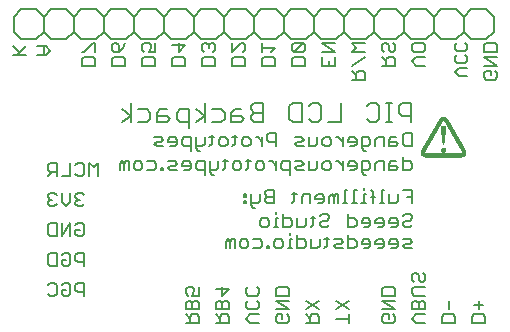
<source format=gbo>
G75*
G70*
%OFA0B0*%
%FSLAX24Y24*%
%IPPOS*%
%LPD*%
%AMOC8*
5,1,8,0,0,1.08239X$1,22.5*
%
%ADD10C,0.0060*%
%ADD11C,0.0050*%
%ADD12C,0.0080*%
%ADD13R,0.0006X0.0006*%
%ADD14R,0.0006X0.0006*%
%ADD15R,0.0006X0.0006*%
%ADD16R,0.0006X0.0006*%
D10*
X001872Y002391D02*
X001798Y002465D01*
X001872Y002391D02*
X002018Y002391D01*
X002092Y002465D01*
X002092Y002758D01*
X002018Y002832D01*
X001872Y002832D01*
X001798Y002758D01*
X002258Y002758D02*
X002332Y002832D01*
X002479Y002832D01*
X002552Y002758D01*
X002552Y002465D01*
X002479Y002391D01*
X002332Y002391D01*
X002258Y002465D01*
X002258Y002611D01*
X002405Y002611D01*
X002719Y002611D02*
X002792Y002538D01*
X003012Y002538D01*
X003012Y002391D02*
X003012Y002832D01*
X002792Y002832D01*
X002719Y002758D01*
X002719Y002611D01*
X002479Y003391D02*
X002332Y003391D01*
X002258Y003465D01*
X002258Y003611D01*
X002405Y003611D01*
X002552Y003465D02*
X002479Y003391D01*
X002552Y003465D02*
X002552Y003758D01*
X002479Y003832D01*
X002332Y003832D01*
X002258Y003758D01*
X002092Y003832D02*
X001872Y003832D01*
X001798Y003758D01*
X001798Y003465D01*
X001872Y003391D01*
X002092Y003391D01*
X002092Y003832D01*
X002092Y004391D02*
X001872Y004391D01*
X001798Y004465D01*
X001798Y004758D01*
X001872Y004832D01*
X002092Y004832D01*
X002092Y004391D01*
X002258Y004391D02*
X002258Y004832D01*
X002552Y004832D02*
X002258Y004391D01*
X002552Y004391D02*
X002552Y004832D01*
X002719Y004758D02*
X002792Y004832D01*
X002939Y004832D01*
X003012Y004758D01*
X003012Y004465D01*
X002939Y004391D01*
X002792Y004391D01*
X002719Y004465D01*
X002719Y004611D01*
X002866Y004611D01*
X002792Y005391D02*
X002939Y005391D01*
X003012Y005465D01*
X002866Y005611D02*
X002792Y005611D01*
X002719Y005538D01*
X002719Y005465D01*
X002792Y005391D01*
X002792Y005611D02*
X002719Y005685D01*
X002719Y005758D01*
X002792Y005832D01*
X002939Y005832D01*
X003012Y005758D01*
X002552Y005832D02*
X002552Y005538D01*
X002405Y005391D01*
X002258Y005538D01*
X002258Y005832D01*
X002092Y005758D02*
X002018Y005832D01*
X001872Y005832D01*
X001798Y005758D01*
X001798Y005685D01*
X001872Y005611D01*
X001798Y005538D01*
X001798Y005465D01*
X001872Y005391D01*
X002018Y005391D01*
X002092Y005465D01*
X001945Y005611D02*
X001872Y005611D01*
X001798Y006391D02*
X001945Y006538D01*
X001872Y006538D02*
X002092Y006538D01*
X002092Y006391D02*
X002092Y006832D01*
X001872Y006832D01*
X001798Y006758D01*
X001798Y006611D01*
X001872Y006538D01*
X002259Y006391D02*
X002552Y006391D01*
X002552Y006832D01*
X002719Y006758D02*
X002792Y006832D01*
X002939Y006832D01*
X003012Y006758D01*
X003012Y006465D01*
X002939Y006391D01*
X002792Y006391D01*
X002719Y006465D01*
X003179Y006391D02*
X003179Y006832D01*
X003326Y006685D01*
X003473Y006832D01*
X003473Y006391D01*
X004200Y006591D02*
X004200Y006811D01*
X004274Y006885D01*
X004347Y006811D01*
X004347Y006591D01*
X004494Y006591D02*
X004494Y006885D01*
X004421Y006885D01*
X004347Y006811D01*
X004661Y006811D02*
X004661Y006665D01*
X004734Y006591D01*
X004881Y006591D01*
X004954Y006665D01*
X004954Y006811D01*
X004881Y006885D01*
X004734Y006885D01*
X004661Y006811D01*
X005121Y006885D02*
X005341Y006885D01*
X005415Y006811D01*
X005415Y006665D01*
X005341Y006591D01*
X005121Y006591D01*
X005572Y006591D02*
X005645Y006591D01*
X005645Y006665D01*
X005572Y006665D01*
X005572Y006591D01*
X005812Y006665D02*
X005885Y006738D01*
X006032Y006738D01*
X006105Y006811D01*
X006032Y006885D01*
X005812Y006885D01*
X005812Y006665D02*
X005885Y006591D01*
X006105Y006591D01*
X006272Y006738D02*
X006566Y006738D01*
X006566Y006665D02*
X006566Y006811D01*
X006492Y006885D01*
X006345Y006885D01*
X006272Y006811D01*
X006272Y006738D01*
X006345Y006591D02*
X006492Y006591D01*
X006566Y006665D01*
X006732Y006665D02*
X006732Y006811D01*
X006806Y006885D01*
X007026Y006885D01*
X007026Y006444D01*
X007026Y006591D02*
X006806Y006591D01*
X006732Y006665D01*
X007193Y006591D02*
X007413Y006591D01*
X007486Y006665D01*
X007486Y006885D01*
X007646Y006885D02*
X007793Y006885D01*
X007720Y006958D02*
X007720Y006665D01*
X007646Y006591D01*
X007340Y006444D02*
X007266Y006444D01*
X007193Y006518D01*
X007193Y006885D01*
X006879Y007244D02*
X006806Y007244D01*
X006732Y007318D01*
X006732Y007685D01*
X006566Y007685D02*
X006345Y007685D01*
X006272Y007611D01*
X006272Y007465D01*
X006345Y007391D01*
X006566Y007391D01*
X006566Y007244D02*
X006566Y007685D01*
X006732Y007391D02*
X006953Y007391D01*
X007026Y007465D01*
X007026Y007685D01*
X007186Y007685D02*
X007333Y007685D01*
X007259Y007758D02*
X007259Y007465D01*
X007186Y007391D01*
X007500Y007465D02*
X007500Y007611D01*
X007573Y007685D01*
X007720Y007685D01*
X007793Y007611D01*
X007793Y007465D01*
X007720Y007391D01*
X007573Y007391D01*
X007500Y007465D01*
X007953Y007391D02*
X008027Y007465D01*
X008027Y007758D01*
X008100Y007685D02*
X007953Y007685D01*
X008267Y007611D02*
X008267Y007465D01*
X008340Y007391D01*
X008487Y007391D01*
X008560Y007465D01*
X008560Y007611D01*
X008487Y007685D01*
X008340Y007685D01*
X008267Y007611D01*
X008724Y007685D02*
X008797Y007685D01*
X008944Y007538D01*
X008944Y007391D02*
X008944Y007685D01*
X009111Y007758D02*
X009111Y007611D01*
X009184Y007538D01*
X009404Y007538D01*
X009404Y007391D02*
X009404Y007832D01*
X009184Y007832D01*
X009111Y007758D01*
X010032Y007685D02*
X010252Y007685D01*
X010325Y007611D01*
X010252Y007538D01*
X010105Y007538D01*
X010032Y007465D01*
X010105Y007391D01*
X010325Y007391D01*
X010492Y007391D02*
X010492Y007685D01*
X010786Y007685D02*
X010786Y007465D01*
X010712Y007391D01*
X010492Y007391D01*
X010952Y007465D02*
X010952Y007611D01*
X011026Y007685D01*
X011172Y007685D01*
X011246Y007611D01*
X011246Y007465D01*
X011172Y007391D01*
X011026Y007391D01*
X010952Y007465D01*
X011409Y007685D02*
X011483Y007685D01*
X011629Y007538D01*
X011629Y007391D02*
X011629Y007685D01*
X011796Y007611D02*
X011796Y007538D01*
X012090Y007538D01*
X012090Y007465D02*
X012090Y007611D01*
X012016Y007685D01*
X011870Y007685D01*
X011796Y007611D01*
X011870Y007391D02*
X012016Y007391D01*
X012090Y007465D01*
X012257Y007391D02*
X012477Y007391D01*
X012550Y007465D01*
X012550Y007611D01*
X012477Y007685D01*
X012257Y007685D01*
X012257Y007318D01*
X012330Y007244D01*
X012403Y007244D01*
X012717Y007391D02*
X012717Y007611D01*
X012790Y007685D01*
X013011Y007685D01*
X013011Y007391D01*
X013177Y007391D02*
X013398Y007391D01*
X013471Y007465D01*
X013398Y007538D01*
X013177Y007538D01*
X013177Y007611D02*
X013177Y007391D01*
X013177Y007611D02*
X013251Y007685D01*
X013398Y007685D01*
X013638Y007758D02*
X013638Y007465D01*
X013711Y007391D01*
X013931Y007391D01*
X013931Y007832D01*
X013711Y007832D01*
X013638Y007758D01*
X013638Y007032D02*
X013638Y006591D01*
X013858Y006591D01*
X013931Y006665D01*
X013931Y006811D01*
X013858Y006885D01*
X013638Y006885D01*
X013398Y006885D02*
X013251Y006885D01*
X013177Y006811D01*
X013177Y006591D01*
X013398Y006591D01*
X013471Y006665D01*
X013398Y006738D01*
X013177Y006738D01*
X013011Y006591D02*
X013011Y006885D01*
X012790Y006885D01*
X012717Y006811D01*
X012717Y006591D01*
X012550Y006665D02*
X012550Y006811D01*
X012477Y006885D01*
X012257Y006885D01*
X012257Y006518D01*
X012330Y006444D01*
X012403Y006444D01*
X012477Y006591D02*
X012257Y006591D01*
X012090Y006665D02*
X012090Y006811D01*
X012016Y006885D01*
X011870Y006885D01*
X011796Y006811D01*
X011796Y006738D01*
X012090Y006738D01*
X012090Y006665D02*
X012016Y006591D01*
X011870Y006591D01*
X011629Y006591D02*
X011629Y006885D01*
X011483Y006885D02*
X011629Y006738D01*
X011483Y006885D02*
X011409Y006885D01*
X011246Y006811D02*
X011246Y006665D01*
X011172Y006591D01*
X011026Y006591D01*
X010952Y006665D01*
X010952Y006811D01*
X011026Y006885D01*
X011172Y006885D01*
X011246Y006811D01*
X010786Y006885D02*
X010786Y006665D01*
X010712Y006591D01*
X010492Y006591D01*
X010492Y006885D01*
X010325Y006811D02*
X010252Y006885D01*
X010032Y006885D01*
X010105Y006738D02*
X010252Y006738D01*
X010325Y006811D01*
X010325Y006591D02*
X010105Y006591D01*
X010032Y006665D01*
X010105Y006738D01*
X009865Y006591D02*
X009645Y006591D01*
X009571Y006665D01*
X009571Y006811D01*
X009645Y006885D01*
X009865Y006885D01*
X009865Y006444D01*
X009404Y006591D02*
X009404Y006885D01*
X009258Y006885D02*
X009184Y006885D01*
X009258Y006885D02*
X009404Y006738D01*
X009021Y006665D02*
X008947Y006591D01*
X008801Y006591D01*
X008727Y006665D01*
X008727Y006811D01*
X008801Y006885D01*
X008947Y006885D01*
X009021Y006811D01*
X009021Y006665D01*
X008560Y006885D02*
X008414Y006885D01*
X008487Y006958D02*
X008487Y006665D01*
X008414Y006591D01*
X008254Y006665D02*
X008254Y006811D01*
X008180Y006885D01*
X008033Y006885D01*
X007960Y006811D01*
X007960Y006665D01*
X008033Y006591D01*
X008180Y006591D01*
X008254Y006665D01*
X008334Y005785D02*
X008334Y005711D01*
X008407Y005711D01*
X008407Y005785D01*
X008334Y005785D01*
X008334Y005565D02*
X008334Y005491D01*
X008407Y005491D01*
X008407Y005565D01*
X008334Y005565D01*
X008574Y005491D02*
X008794Y005491D01*
X008867Y005565D01*
X008867Y005785D01*
X009034Y005785D02*
X009108Y005711D01*
X009328Y005711D01*
X009328Y005491D02*
X009108Y005491D01*
X009034Y005565D01*
X009034Y005638D01*
X009108Y005711D01*
X009034Y005785D02*
X009034Y005858D01*
X009108Y005932D01*
X009328Y005932D01*
X009328Y005491D01*
X009408Y005205D02*
X009408Y005132D01*
X009408Y004985D02*
X009408Y004691D01*
X009481Y004691D02*
X009334Y004691D01*
X009174Y004765D02*
X009101Y004691D01*
X008954Y004691D01*
X008881Y004765D01*
X008881Y004911D01*
X008954Y004985D01*
X009101Y004985D01*
X009174Y004911D01*
X009174Y004765D01*
X009408Y004985D02*
X009481Y004985D01*
X009648Y004985D02*
X009868Y004985D01*
X009942Y004911D01*
X009942Y004765D01*
X009868Y004691D01*
X009648Y004691D01*
X009648Y005132D01*
X010108Y004985D02*
X010108Y004691D01*
X010329Y004691D01*
X010402Y004765D01*
X010402Y004985D01*
X010562Y004985D02*
X010709Y004985D01*
X010635Y005058D02*
X010635Y004765D01*
X010562Y004691D01*
X010876Y004765D02*
X010949Y004691D01*
X011096Y004691D01*
X011169Y004765D01*
X011096Y004911D02*
X010949Y004911D01*
X010876Y004838D01*
X010876Y004765D01*
X011096Y004911D02*
X011169Y004985D01*
X011169Y005058D01*
X011096Y005132D01*
X010949Y005132D01*
X010876Y005058D01*
X010942Y005491D02*
X010796Y005491D01*
X010942Y005491D02*
X011016Y005565D01*
X011016Y005711D01*
X010942Y005785D01*
X010796Y005785D01*
X010722Y005711D01*
X010722Y005638D01*
X011016Y005638D01*
X011183Y005711D02*
X011183Y005491D01*
X011329Y005491D02*
X011329Y005711D01*
X011256Y005785D01*
X011183Y005711D01*
X011329Y005711D02*
X011403Y005785D01*
X011476Y005785D01*
X011476Y005491D01*
X011636Y005491D02*
X011783Y005491D01*
X011710Y005491D02*
X011710Y005932D01*
X011783Y005932D01*
X012016Y005932D02*
X012016Y005491D01*
X011943Y005491D02*
X012090Y005491D01*
X012250Y005491D02*
X012397Y005491D01*
X012323Y005491D02*
X012323Y005785D01*
X012397Y005785D01*
X012323Y005932D02*
X012323Y006005D01*
X012090Y005932D02*
X012016Y005932D01*
X012557Y005932D02*
X012630Y005858D01*
X012630Y005491D01*
X012557Y005711D02*
X012704Y005711D01*
X012864Y005491D02*
X013011Y005491D01*
X012937Y005491D02*
X012937Y005932D01*
X013011Y005932D01*
X013177Y005785D02*
X013177Y005491D01*
X013398Y005491D01*
X013471Y005565D01*
X013471Y005785D01*
X013638Y005932D02*
X013931Y005932D01*
X013931Y005491D01*
X013931Y005711D02*
X013784Y005711D01*
X013711Y005132D02*
X013858Y005132D01*
X013931Y005058D01*
X013931Y004985D01*
X013858Y004911D01*
X013711Y004911D01*
X013638Y004838D01*
X013638Y004765D01*
X013711Y004691D01*
X013858Y004691D01*
X013931Y004765D01*
X013638Y005058D02*
X013711Y005132D01*
X013471Y004911D02*
X013398Y004985D01*
X013251Y004985D01*
X013177Y004911D01*
X013177Y004838D01*
X013471Y004838D01*
X013471Y004765D02*
X013471Y004911D01*
X013471Y004765D02*
X013398Y004691D01*
X013251Y004691D01*
X013011Y004765D02*
X013011Y004911D01*
X012937Y004985D01*
X012790Y004985D01*
X012717Y004911D01*
X012717Y004838D01*
X013011Y004838D01*
X013011Y004765D02*
X012937Y004691D01*
X012790Y004691D01*
X012550Y004765D02*
X012550Y004911D01*
X012477Y004985D01*
X012330Y004985D01*
X012257Y004911D01*
X012257Y004838D01*
X012550Y004838D01*
X012550Y004765D02*
X012477Y004691D01*
X012330Y004691D01*
X012090Y004765D02*
X012090Y004911D01*
X012016Y004985D01*
X011796Y004985D01*
X011796Y005132D02*
X011796Y004691D01*
X012016Y004691D01*
X012090Y004765D01*
X011796Y004432D02*
X011796Y003991D01*
X012016Y003991D01*
X012090Y004065D01*
X012090Y004211D01*
X012016Y004285D01*
X011796Y004285D01*
X011629Y004211D02*
X011556Y004138D01*
X011409Y004138D01*
X011336Y004065D01*
X011409Y003991D01*
X011629Y003991D01*
X011629Y004211D02*
X011556Y004285D01*
X011336Y004285D01*
X011169Y004285D02*
X011022Y004285D01*
X011096Y004358D02*
X011096Y004065D01*
X011022Y003991D01*
X010862Y004065D02*
X010789Y003991D01*
X010569Y003991D01*
X010569Y004285D01*
X010402Y004211D02*
X010402Y004065D01*
X010329Y003991D01*
X010108Y003991D01*
X010108Y004432D01*
X010108Y004285D02*
X010329Y004285D01*
X010402Y004211D01*
X010862Y004285D02*
X010862Y004065D01*
X009942Y003991D02*
X009795Y003991D01*
X009868Y003991D02*
X009868Y004285D01*
X009942Y004285D01*
X009868Y004432D02*
X009868Y004505D01*
X009635Y004211D02*
X009561Y004285D01*
X009414Y004285D01*
X009341Y004211D01*
X009341Y004065D01*
X009414Y003991D01*
X009561Y003991D01*
X009635Y004065D01*
X009635Y004211D01*
X009174Y004065D02*
X009174Y003991D01*
X009101Y003991D01*
X009101Y004065D01*
X009174Y004065D01*
X008944Y004065D02*
X008944Y004211D01*
X008871Y004285D01*
X008651Y004285D01*
X008484Y004211D02*
X008484Y004065D01*
X008410Y003991D01*
X008264Y003991D01*
X008190Y004065D01*
X008190Y004211D01*
X008264Y004285D01*
X008410Y004285D01*
X008484Y004211D01*
X008651Y003991D02*
X008871Y003991D01*
X008944Y004065D01*
X008023Y003991D02*
X008023Y004285D01*
X007950Y004285D01*
X007877Y004211D01*
X007803Y004285D01*
X007730Y004211D01*
X007730Y003991D01*
X007877Y003991D02*
X007877Y004211D01*
X008647Y005344D02*
X008721Y005344D01*
X008647Y005344D02*
X008574Y005418D01*
X008574Y005785D01*
X009948Y005785D02*
X010095Y005785D01*
X010022Y005858D02*
X010022Y005565D01*
X009948Y005491D01*
X010262Y005491D02*
X010262Y005711D01*
X010335Y005785D01*
X010555Y005785D01*
X010555Y005491D01*
X012257Y004211D02*
X012257Y004138D01*
X012550Y004138D01*
X012550Y004065D02*
X012550Y004211D01*
X012477Y004285D01*
X012330Y004285D01*
X012257Y004211D01*
X012477Y003991D02*
X012550Y004065D01*
X012477Y003991D02*
X012330Y003991D01*
X012717Y004138D02*
X012717Y004211D01*
X012790Y004285D01*
X012937Y004285D01*
X013011Y004211D01*
X013011Y004065D01*
X012937Y003991D01*
X012790Y003991D01*
X012717Y004138D02*
X013011Y004138D01*
X013177Y004138D02*
X013177Y004211D01*
X013251Y004285D01*
X013398Y004285D01*
X013471Y004211D01*
X013471Y004065D01*
X013398Y003991D01*
X013251Y003991D01*
X013177Y004138D02*
X013471Y004138D01*
X013638Y004065D02*
X013711Y003991D01*
X013931Y003991D01*
X013858Y004138D02*
X013711Y004138D01*
X013638Y004065D01*
X013638Y004285D02*
X013858Y004285D01*
X013931Y004211D01*
X013858Y004138D01*
X014015Y003166D02*
X013941Y003092D01*
X013941Y002946D01*
X014015Y002872D01*
X014161Y002946D02*
X014161Y003092D01*
X014088Y003166D01*
X014015Y003166D01*
X014308Y003166D02*
X014382Y003092D01*
X014382Y002946D01*
X014308Y002872D01*
X014235Y002872D01*
X014161Y002946D01*
X014015Y002706D02*
X014382Y002706D01*
X014382Y002412D02*
X014015Y002412D01*
X013941Y002485D01*
X013941Y002632D01*
X014015Y002706D01*
X014015Y002245D02*
X013941Y002172D01*
X013941Y001952D01*
X014382Y001952D01*
X014382Y002172D01*
X014308Y002245D01*
X014235Y002245D01*
X014161Y002172D01*
X014161Y001952D01*
X014088Y001785D02*
X014382Y001785D01*
X014382Y001491D02*
X014088Y001491D01*
X013941Y001638D01*
X014088Y001785D01*
X014161Y002172D02*
X014088Y002245D01*
X014015Y002245D01*
X013382Y002245D02*
X012941Y002245D01*
X013382Y001952D01*
X012941Y001952D01*
X013015Y001785D02*
X013161Y001785D01*
X013161Y001638D01*
X013015Y001491D02*
X012941Y001565D01*
X012941Y001711D01*
X013015Y001785D01*
X013308Y001785D02*
X013382Y001711D01*
X013382Y001565D01*
X013308Y001491D01*
X013015Y001491D01*
X012941Y002412D02*
X012941Y002632D01*
X013015Y002706D01*
X013308Y002706D01*
X013382Y002632D01*
X013382Y002412D01*
X012941Y002412D01*
X011832Y002245D02*
X011391Y001952D01*
X011391Y002245D02*
X011832Y001952D01*
X011832Y001785D02*
X011832Y001491D01*
X011832Y001638D02*
X011391Y001638D01*
X010832Y001711D02*
X010832Y001491D01*
X010391Y001491D01*
X010538Y001491D02*
X010538Y001711D01*
X010611Y001785D01*
X010758Y001785D01*
X010832Y001711D01*
X010832Y001952D02*
X010391Y002245D01*
X010391Y001952D02*
X010832Y002245D01*
X010391Y001785D02*
X010538Y001638D01*
X009832Y001565D02*
X009758Y001491D01*
X009465Y001491D01*
X009391Y001565D01*
X009391Y001711D01*
X009465Y001785D01*
X009611Y001785D01*
X009611Y001638D01*
X009758Y001785D02*
X009832Y001711D01*
X009832Y001565D01*
X009832Y001952D02*
X009391Y001952D01*
X009391Y002245D02*
X009832Y002245D01*
X009832Y002412D02*
X009832Y002632D01*
X009758Y002706D01*
X009465Y002706D01*
X009391Y002632D01*
X009391Y002412D01*
X009832Y002412D01*
X009832Y001952D02*
X009391Y002245D01*
X008832Y002172D02*
X008832Y002025D01*
X008758Y001952D01*
X008465Y001952D01*
X008391Y002025D01*
X008391Y002172D01*
X008465Y002245D01*
X008465Y002412D02*
X008391Y002485D01*
X008391Y002632D01*
X008465Y002706D01*
X008758Y002706D02*
X008832Y002632D01*
X008832Y002485D01*
X008758Y002412D01*
X008465Y002412D01*
X008758Y002245D02*
X008832Y002172D01*
X008832Y001785D02*
X008538Y001785D01*
X008391Y001638D01*
X008538Y001491D01*
X008832Y001491D01*
X007832Y001491D02*
X007832Y001711D01*
X007758Y001785D01*
X007611Y001785D01*
X007538Y001711D01*
X007538Y001491D01*
X007391Y001491D02*
X007832Y001491D01*
X007538Y001638D02*
X007391Y001785D01*
X007391Y001952D02*
X007391Y002172D01*
X007465Y002245D01*
X007538Y002245D01*
X007611Y002172D01*
X007611Y001952D01*
X007391Y001952D02*
X007832Y001952D01*
X007832Y002172D01*
X007758Y002245D01*
X007685Y002245D01*
X007611Y002172D01*
X007611Y002412D02*
X007611Y002706D01*
X007391Y002632D02*
X007832Y002632D01*
X007611Y002412D01*
X006832Y002412D02*
X006611Y002412D01*
X006685Y002559D01*
X006685Y002632D01*
X006611Y002706D01*
X006465Y002706D01*
X006391Y002632D01*
X006391Y002485D01*
X006465Y002412D01*
X006465Y002245D02*
X006391Y002172D01*
X006391Y001952D01*
X006832Y001952D01*
X006832Y002172D01*
X006758Y002245D01*
X006685Y002245D01*
X006611Y002172D01*
X006611Y001952D01*
X006611Y001785D02*
X006538Y001711D01*
X006538Y001491D01*
X006391Y001491D02*
X006832Y001491D01*
X006832Y001711D01*
X006758Y001785D01*
X006611Y001785D01*
X006538Y001638D02*
X006391Y001785D01*
X006611Y002172D02*
X006538Y002245D01*
X006465Y002245D01*
X006832Y002412D02*
X006832Y002706D01*
X003012Y003391D02*
X003012Y003832D01*
X002792Y003832D01*
X002719Y003758D01*
X002719Y003611D01*
X002792Y003538D01*
X003012Y003538D01*
X005425Y007391D02*
X005351Y007465D01*
X005425Y007538D01*
X005572Y007538D01*
X005645Y007611D01*
X005572Y007685D01*
X005351Y007685D01*
X005425Y007391D02*
X005645Y007391D01*
X005812Y007538D02*
X006105Y007538D01*
X006105Y007465D02*
X006105Y007611D01*
X006032Y007685D01*
X005885Y007685D01*
X005812Y007611D01*
X005812Y007538D01*
X005885Y007391D02*
X006032Y007391D01*
X006105Y007465D01*
X005941Y010071D02*
X005941Y010291D01*
X006015Y010364D01*
X006308Y010364D01*
X006382Y010291D01*
X006382Y010071D01*
X005941Y010071D01*
X006161Y010531D02*
X006161Y010824D01*
X005941Y010751D02*
X006382Y010751D01*
X006161Y010531D01*
X005911Y010961D02*
X006411Y010961D01*
X006661Y011211D01*
X006911Y010961D01*
X007411Y010961D01*
X007661Y011211D01*
X007911Y010961D01*
X008411Y010961D01*
X008661Y011211D01*
X008911Y010961D01*
X009411Y010961D01*
X009661Y011211D01*
X009911Y010961D01*
X010411Y010961D01*
X010661Y011211D01*
X010911Y010961D01*
X011411Y010961D01*
X011661Y011211D01*
X011911Y010961D01*
X012411Y010961D01*
X012661Y011211D01*
X012911Y010961D01*
X013411Y010961D01*
X013661Y011211D01*
X013911Y010961D01*
X014411Y010961D01*
X014661Y011211D01*
X014911Y010961D01*
X015411Y010961D01*
X015661Y011211D01*
X015911Y010961D01*
X016411Y010961D01*
X016661Y011211D01*
X016661Y011711D01*
X016411Y011961D01*
X015911Y011961D01*
X015661Y011711D01*
X015411Y011961D01*
X014911Y011961D01*
X014661Y011711D01*
X014661Y011211D01*
X014308Y010824D02*
X014382Y010751D01*
X014382Y010604D01*
X014308Y010531D01*
X014015Y010531D01*
X013941Y010604D01*
X013941Y010751D01*
X014015Y010824D01*
X014308Y010824D01*
X013661Y011211D02*
X013661Y011711D01*
X013411Y011961D01*
X012911Y011961D01*
X012661Y011711D01*
X012411Y011961D01*
X011911Y011961D01*
X011661Y011711D01*
X011661Y011211D01*
X011382Y010824D02*
X010941Y010824D01*
X011382Y010531D01*
X010941Y010531D01*
X010941Y010364D02*
X010941Y010071D01*
X011382Y010071D01*
X011382Y010364D01*
X011161Y010217D02*
X011161Y010071D01*
X010382Y010071D02*
X010382Y010291D01*
X010308Y010364D01*
X010015Y010364D01*
X009941Y010291D01*
X009941Y010071D01*
X010382Y010071D01*
X010308Y010531D02*
X010015Y010531D01*
X010308Y010824D01*
X010015Y010824D01*
X009941Y010751D01*
X009941Y010604D01*
X010015Y010531D01*
X010308Y010531D02*
X010382Y010604D01*
X010382Y010751D01*
X010308Y010824D01*
X010661Y011211D02*
X010661Y011711D01*
X010411Y011961D01*
X009911Y011961D01*
X009661Y011711D01*
X009411Y011961D01*
X008911Y011961D01*
X008661Y011711D01*
X008661Y011211D01*
X008941Y010824D02*
X008941Y010531D01*
X008941Y010678D02*
X009382Y010678D01*
X009235Y010531D01*
X009308Y010364D02*
X009015Y010364D01*
X008941Y010291D01*
X008941Y010071D01*
X009382Y010071D01*
X009382Y010291D01*
X009308Y010364D01*
X008382Y010291D02*
X008382Y010071D01*
X007941Y010071D01*
X007941Y010291D01*
X008015Y010364D01*
X008308Y010364D01*
X008382Y010291D01*
X008308Y010531D02*
X008382Y010604D01*
X008382Y010751D01*
X008308Y010824D01*
X008235Y010824D01*
X007941Y010531D01*
X007941Y010824D01*
X007661Y011211D02*
X007661Y011711D01*
X007411Y011961D01*
X006911Y011961D01*
X006661Y011711D01*
X006411Y011961D01*
X005911Y011961D01*
X005661Y011711D01*
X005661Y011211D01*
X005911Y010961D01*
X005661Y011211D02*
X005411Y010961D01*
X004911Y010961D01*
X004661Y011211D01*
X004411Y010961D01*
X003911Y010961D01*
X003661Y011211D01*
X003411Y010961D01*
X002911Y010961D01*
X002661Y011211D01*
X002661Y011711D01*
X002911Y011961D01*
X003411Y011961D01*
X003661Y011711D01*
X003661Y011211D01*
X003382Y010824D02*
X003308Y010824D01*
X003015Y010531D01*
X002941Y010531D01*
X003015Y010364D02*
X002941Y010291D01*
X002941Y010071D01*
X003382Y010071D01*
X003382Y010291D01*
X003308Y010364D01*
X003015Y010364D01*
X003382Y010531D02*
X003382Y010824D01*
X003941Y010751D02*
X003941Y010604D01*
X004015Y010531D01*
X004161Y010531D01*
X004161Y010751D01*
X004088Y010824D01*
X004015Y010824D01*
X003941Y010751D01*
X004161Y010531D02*
X004308Y010678D01*
X004382Y010824D01*
X004661Y011211D02*
X004661Y011711D01*
X004411Y011961D01*
X003911Y011961D01*
X003661Y011711D01*
X002661Y011711D02*
X002411Y011961D01*
X001911Y011961D01*
X001661Y011711D01*
X001411Y011961D01*
X000911Y011961D01*
X000661Y011711D01*
X000661Y011211D01*
X000911Y010961D01*
X001411Y010961D01*
X001661Y011211D01*
X001911Y010961D01*
X002411Y010961D01*
X002661Y011211D01*
X001882Y010578D02*
X001735Y010724D01*
X001441Y010724D01*
X001661Y010724D02*
X001661Y010431D01*
X001735Y010431D02*
X001882Y010578D01*
X001735Y010431D02*
X001441Y010431D01*
X001082Y010431D02*
X000641Y010431D01*
X000788Y010431D02*
X001082Y010724D01*
X000861Y010504D02*
X000641Y010724D01*
X001661Y011211D02*
X001661Y011711D01*
X003941Y010291D02*
X003941Y010071D01*
X004382Y010071D01*
X004382Y010291D01*
X004308Y010364D01*
X004015Y010364D01*
X003941Y010291D01*
X004941Y010291D02*
X004941Y010071D01*
X005382Y010071D01*
X005382Y010291D01*
X005308Y010364D01*
X005015Y010364D01*
X004941Y010291D01*
X005015Y010531D02*
X004941Y010604D01*
X004941Y010751D01*
X005015Y010824D01*
X005161Y010824D01*
X005235Y010751D01*
X005235Y010678D01*
X005161Y010531D01*
X005382Y010531D01*
X005382Y010824D01*
X005661Y011711D02*
X005411Y011961D01*
X004911Y011961D01*
X004661Y011711D01*
X006661Y011711D02*
X006661Y011211D01*
X007015Y010824D02*
X006941Y010751D01*
X006941Y010604D01*
X007015Y010531D01*
X007161Y010678D02*
X007161Y010751D01*
X007088Y010824D01*
X007015Y010824D01*
X007161Y010751D02*
X007235Y010824D01*
X007308Y010824D01*
X007382Y010751D01*
X007382Y010604D01*
X007308Y010531D01*
X007308Y010364D02*
X007015Y010364D01*
X006941Y010291D01*
X006941Y010071D01*
X007382Y010071D01*
X007382Y010291D01*
X007308Y010364D01*
X007661Y011711D02*
X007911Y011961D01*
X008411Y011961D01*
X008661Y011711D01*
X009661Y011711D02*
X009661Y011211D01*
X010661Y011711D02*
X010911Y011961D01*
X011411Y011961D01*
X011661Y011711D01*
X011941Y010824D02*
X012382Y010824D01*
X012088Y010678D02*
X011941Y010824D01*
X012088Y010678D02*
X011941Y010531D01*
X012382Y010531D01*
X012382Y010364D02*
X011941Y010070D01*
X011941Y009904D02*
X012088Y009757D01*
X012088Y009830D02*
X012088Y009610D01*
X011941Y009610D02*
X012382Y009610D01*
X012382Y009830D01*
X012308Y009904D01*
X012161Y009904D01*
X012088Y009830D01*
X012941Y010071D02*
X013382Y010071D01*
X013382Y010291D01*
X013308Y010364D01*
X013161Y010364D01*
X013088Y010291D01*
X013088Y010071D01*
X013088Y010217D02*
X012941Y010364D01*
X013015Y010531D02*
X012941Y010604D01*
X012941Y010751D01*
X013015Y010824D01*
X013088Y010824D01*
X013161Y010751D01*
X013161Y010604D01*
X013235Y010531D01*
X013308Y010531D01*
X013382Y010604D01*
X013382Y010751D01*
X013308Y010824D01*
X012661Y011211D02*
X012661Y011711D01*
X013661Y011711D02*
X013911Y011961D01*
X014411Y011961D01*
X014661Y011711D01*
X015661Y011711D02*
X015661Y011211D01*
X016341Y010751D02*
X016341Y010531D01*
X016782Y010531D01*
X016782Y010751D01*
X016708Y010824D01*
X016415Y010824D01*
X016341Y010751D01*
X016341Y010364D02*
X016782Y010364D01*
X016782Y010070D02*
X016341Y010364D01*
X016341Y010070D02*
X016782Y010070D01*
X016708Y009904D02*
X016782Y009830D01*
X016782Y009684D01*
X016708Y009610D01*
X016415Y009610D01*
X016341Y009684D01*
X016341Y009830D01*
X016415Y009904D01*
X016561Y009904D01*
X016561Y009757D01*
X014382Y010071D02*
X014088Y010071D01*
X013941Y010217D01*
X014088Y010364D01*
X014382Y010364D01*
X012550Y006665D02*
X012477Y006591D01*
X015161Y002245D02*
X015161Y001952D01*
X015015Y001785D02*
X015308Y001785D01*
X015382Y001711D01*
X015382Y001491D01*
X014941Y001491D01*
X014941Y001711D01*
X015015Y001785D01*
X015941Y001711D02*
X015941Y001491D01*
X016382Y001491D01*
X016382Y001711D01*
X016308Y001785D01*
X016015Y001785D01*
X015941Y001711D01*
X016161Y001952D02*
X016161Y002245D01*
X016308Y002098D02*
X016015Y002098D01*
D11*
X015787Y009743D02*
X015520Y009743D01*
X015386Y009877D01*
X015520Y010010D01*
X015787Y010010D01*
X015720Y010158D02*
X015453Y010158D01*
X015386Y010224D01*
X015386Y010358D01*
X015453Y010424D01*
X015453Y010572D02*
X015386Y010639D01*
X015386Y010772D01*
X015453Y010839D01*
X015720Y010839D02*
X015787Y010772D01*
X015787Y010639D01*
X015720Y010572D01*
X015453Y010572D01*
X015720Y010424D02*
X015787Y010358D01*
X015787Y010224D01*
X015720Y010158D01*
D12*
X013921Y008822D02*
X013611Y008822D01*
X013508Y008718D01*
X013508Y008511D01*
X013611Y008408D01*
X013921Y008408D01*
X013921Y008201D02*
X013921Y008822D01*
X013277Y008822D02*
X013070Y008822D01*
X013173Y008822D02*
X013173Y008201D01*
X013070Y008201D02*
X013277Y008201D01*
X012847Y008305D02*
X012847Y008718D01*
X012744Y008822D01*
X012537Y008822D01*
X012433Y008718D01*
X012433Y008305D02*
X012537Y008201D01*
X012744Y008201D01*
X012847Y008305D01*
X011558Y008201D02*
X011144Y008201D01*
X010913Y008305D02*
X010810Y008201D01*
X010603Y008201D01*
X010500Y008305D01*
X010269Y008201D02*
X009959Y008201D01*
X009855Y008305D01*
X009855Y008718D01*
X009959Y008822D01*
X010269Y008822D01*
X010269Y008201D01*
X010500Y008718D02*
X010603Y008822D01*
X010810Y008822D01*
X010913Y008718D01*
X010913Y008305D01*
X011558Y008201D02*
X011558Y008822D01*
X008980Y008822D02*
X008980Y008201D01*
X008670Y008201D01*
X008566Y008305D01*
X008566Y008408D01*
X008670Y008511D01*
X008980Y008511D01*
X008670Y008511D02*
X008566Y008615D01*
X008566Y008718D01*
X008670Y008822D01*
X008980Y008822D01*
X008232Y008615D02*
X008025Y008615D01*
X007922Y008511D01*
X007922Y008201D01*
X008232Y008201D01*
X008335Y008305D01*
X008232Y008408D01*
X007922Y008408D01*
X007691Y008511D02*
X007691Y008305D01*
X007587Y008201D01*
X007277Y008201D01*
X007046Y008201D02*
X007046Y008822D01*
X007277Y008615D02*
X007587Y008615D01*
X007691Y008511D01*
X007046Y008408D02*
X006736Y008615D01*
X006509Y008615D02*
X006199Y008615D01*
X006096Y008511D01*
X006096Y008305D01*
X006199Y008201D01*
X006509Y008201D01*
X006736Y008201D02*
X007046Y008408D01*
X006509Y008615D02*
X006509Y007994D01*
X005865Y008305D02*
X005761Y008201D01*
X005451Y008201D01*
X005451Y008511D01*
X005554Y008615D01*
X005761Y008615D01*
X005761Y008408D02*
X005451Y008408D01*
X005220Y008305D02*
X005117Y008201D01*
X004806Y008201D01*
X004576Y008201D02*
X004576Y008822D01*
X004806Y008615D02*
X005117Y008615D01*
X005220Y008511D01*
X005220Y008305D01*
X004576Y008408D02*
X004265Y008615D01*
X004576Y008408D02*
X004265Y008201D01*
X005761Y008408D02*
X005865Y008305D01*
D13*
X014270Y007176D03*
X014270Y007164D03*
X014270Y007158D03*
X014270Y007146D03*
X014270Y007134D03*
X014270Y007128D03*
X014270Y007116D03*
X014282Y007116D03*
X014282Y007104D03*
X014282Y007098D03*
X014282Y007086D03*
X014300Y007086D03*
X014300Y007074D03*
X014300Y007068D03*
X014312Y007068D03*
X014312Y007074D03*
X014312Y007086D03*
X014312Y007098D03*
X014312Y007104D03*
X014300Y007104D03*
X014300Y007098D03*
X014300Y007116D03*
X014300Y007128D03*
X014300Y007134D03*
X014300Y007146D03*
X014300Y007158D03*
X014300Y007164D03*
X014300Y007176D03*
X014300Y007188D03*
X014300Y007194D03*
X014300Y007206D03*
X014300Y007218D03*
X014300Y007224D03*
X014300Y007236D03*
X014300Y007248D03*
X014300Y007254D03*
X014312Y007254D03*
X014312Y007248D03*
X014312Y007236D03*
X014312Y007224D03*
X014312Y007218D03*
X014312Y007206D03*
X014312Y007194D03*
X014312Y007188D03*
X014312Y007176D03*
X014312Y007164D03*
X014312Y007158D03*
X014312Y007146D03*
X014312Y007134D03*
X014312Y007128D03*
X014312Y007116D03*
X014330Y007116D03*
X014330Y007104D03*
X014330Y007098D03*
X014330Y007086D03*
X014330Y007074D03*
X014330Y007068D03*
X014330Y007056D03*
X014330Y007044D03*
X014330Y007038D03*
X014342Y007038D03*
X014342Y007044D03*
X014342Y007056D03*
X014342Y007068D03*
X014342Y007074D03*
X014342Y007086D03*
X014342Y007098D03*
X014342Y007104D03*
X014342Y007116D03*
X014342Y007128D03*
X014342Y007134D03*
X014330Y007134D03*
X014330Y007128D03*
X014330Y007146D03*
X014330Y007158D03*
X014330Y007164D03*
X014330Y007176D03*
X014330Y007188D03*
X014330Y007194D03*
X014330Y007206D03*
X014330Y007218D03*
X014330Y007224D03*
X014330Y007236D03*
X014330Y007248D03*
X014330Y007254D03*
X014330Y007266D03*
X014330Y007278D03*
X014330Y007284D03*
X014330Y007296D03*
X014342Y007296D03*
X014342Y007284D03*
X014342Y007278D03*
X014342Y007266D03*
X014342Y007254D03*
X014342Y007248D03*
X014342Y007236D03*
X014342Y007224D03*
X014342Y007218D03*
X014342Y007206D03*
X014342Y007194D03*
X014342Y007188D03*
X014342Y007176D03*
X014342Y007164D03*
X014342Y007158D03*
X014342Y007146D03*
X014360Y007146D03*
X014360Y007134D03*
X014360Y007128D03*
X014360Y007116D03*
X014360Y007104D03*
X014360Y007098D03*
X014360Y007086D03*
X014360Y007074D03*
X014360Y007068D03*
X014360Y007056D03*
X014360Y007044D03*
X014360Y007038D03*
X014360Y007026D03*
X014372Y007026D03*
X014372Y007038D03*
X014372Y007044D03*
X014372Y007056D03*
X014372Y007068D03*
X014372Y007074D03*
X014372Y007086D03*
X014372Y007098D03*
X014372Y007104D03*
X014372Y007116D03*
X014372Y007128D03*
X014372Y007134D03*
X014390Y007116D03*
X014390Y007104D03*
X014390Y007098D03*
X014390Y007086D03*
X014390Y007074D03*
X014390Y007068D03*
X014390Y007056D03*
X014390Y007044D03*
X014390Y007038D03*
X014390Y007026D03*
X014402Y007026D03*
X014402Y007038D03*
X014402Y007044D03*
X014402Y007056D03*
X014402Y007068D03*
X014402Y007074D03*
X014402Y007086D03*
X014402Y007098D03*
X014402Y007104D03*
X014402Y007116D03*
X014420Y007116D03*
X014420Y007104D03*
X014420Y007098D03*
X014420Y007086D03*
X014420Y007074D03*
X014420Y007068D03*
X014420Y007056D03*
X014420Y007044D03*
X014420Y007038D03*
X014420Y007026D03*
X014432Y007026D03*
X014432Y007038D03*
X014432Y007044D03*
X014432Y007056D03*
X014432Y007068D03*
X014432Y007074D03*
X014432Y007086D03*
X014432Y007098D03*
X014432Y007104D03*
X014432Y007116D03*
X014450Y007116D03*
X014450Y007104D03*
X014450Y007098D03*
X014450Y007086D03*
X014450Y007074D03*
X014450Y007068D03*
X014450Y007056D03*
X014450Y007044D03*
X014450Y007038D03*
X014450Y007026D03*
X014450Y007014D03*
X014462Y007014D03*
X014462Y007026D03*
X014462Y007038D03*
X014462Y007044D03*
X014462Y007056D03*
X014462Y007068D03*
X014462Y007074D03*
X014462Y007086D03*
X014462Y007098D03*
X014462Y007104D03*
X014462Y007116D03*
X014480Y007116D03*
X014480Y007104D03*
X014480Y007098D03*
X014480Y007086D03*
X014480Y007074D03*
X014480Y007068D03*
X014480Y007056D03*
X014480Y007044D03*
X014480Y007038D03*
X014480Y007026D03*
X014492Y007026D03*
X014492Y007038D03*
X014492Y007044D03*
X014492Y007056D03*
X014492Y007068D03*
X014492Y007074D03*
X014492Y007086D03*
X014492Y007098D03*
X014492Y007104D03*
X014492Y007116D03*
X014510Y007116D03*
X014510Y007104D03*
X014510Y007098D03*
X014510Y007086D03*
X014510Y007074D03*
X014510Y007068D03*
X014510Y007056D03*
X014510Y007044D03*
X014510Y007038D03*
X014510Y007026D03*
X014510Y007014D03*
X014522Y007014D03*
X014522Y007026D03*
X014522Y007038D03*
X014522Y007044D03*
X014522Y007056D03*
X014522Y007068D03*
X014522Y007074D03*
X014522Y007086D03*
X014522Y007098D03*
X014522Y007104D03*
X014522Y007116D03*
X014540Y007116D03*
X014540Y007104D03*
X014540Y007098D03*
X014540Y007086D03*
X014540Y007074D03*
X014540Y007068D03*
X014540Y007056D03*
X014540Y007044D03*
X014540Y007038D03*
X014540Y007026D03*
X014552Y007026D03*
X014552Y007038D03*
X014552Y007044D03*
X014552Y007056D03*
X014552Y007068D03*
X014552Y007074D03*
X014552Y007086D03*
X014552Y007098D03*
X014552Y007104D03*
X014552Y007116D03*
X014570Y007116D03*
X014570Y007104D03*
X014570Y007098D03*
X014570Y007086D03*
X014570Y007074D03*
X014570Y007068D03*
X014570Y007056D03*
X014570Y007044D03*
X014570Y007038D03*
X014570Y007026D03*
X014570Y007014D03*
X014582Y007014D03*
X014582Y007026D03*
X014582Y007038D03*
X014582Y007044D03*
X014582Y007056D03*
X014582Y007068D03*
X014582Y007074D03*
X014582Y007086D03*
X014582Y007098D03*
X014582Y007104D03*
X014582Y007116D03*
X014600Y007116D03*
X014600Y007104D03*
X014600Y007098D03*
X014600Y007086D03*
X014600Y007074D03*
X014600Y007068D03*
X014600Y007056D03*
X014600Y007044D03*
X014600Y007038D03*
X014600Y007026D03*
X014612Y007026D03*
X014612Y007038D03*
X014612Y007044D03*
X014612Y007056D03*
X014612Y007068D03*
X014612Y007074D03*
X014612Y007086D03*
X014612Y007098D03*
X014612Y007104D03*
X014612Y007116D03*
X014630Y007116D03*
X014630Y007104D03*
X014630Y007098D03*
X014630Y007086D03*
X014630Y007074D03*
X014630Y007068D03*
X014630Y007056D03*
X014630Y007044D03*
X014630Y007038D03*
X014630Y007026D03*
X014630Y007014D03*
X014642Y007014D03*
X014642Y007026D03*
X014642Y007038D03*
X014642Y007044D03*
X014642Y007056D03*
X014642Y007068D03*
X014642Y007074D03*
X014642Y007086D03*
X014642Y007098D03*
X014642Y007104D03*
X014642Y007116D03*
X014660Y007116D03*
X014660Y007104D03*
X014660Y007098D03*
X014660Y007086D03*
X014660Y007074D03*
X014660Y007068D03*
X014660Y007056D03*
X014660Y007044D03*
X014660Y007038D03*
X014660Y007026D03*
X014672Y007026D03*
X014672Y007038D03*
X014672Y007044D03*
X014672Y007056D03*
X014672Y007068D03*
X014672Y007074D03*
X014672Y007086D03*
X014672Y007098D03*
X014672Y007104D03*
X014672Y007116D03*
X014690Y007116D03*
X014690Y007104D03*
X014690Y007098D03*
X014690Y007086D03*
X014690Y007074D03*
X014690Y007068D03*
X014690Y007056D03*
X014690Y007044D03*
X014690Y007038D03*
X014690Y007026D03*
X014690Y007014D03*
X014702Y007014D03*
X014702Y007026D03*
X014702Y007038D03*
X014702Y007044D03*
X014702Y007056D03*
X014702Y007068D03*
X014702Y007074D03*
X014702Y007086D03*
X014702Y007098D03*
X014702Y007104D03*
X014702Y007116D03*
X014720Y007116D03*
X014720Y007104D03*
X014720Y007098D03*
X014720Y007086D03*
X014720Y007074D03*
X014720Y007068D03*
X014720Y007056D03*
X014720Y007044D03*
X014720Y007038D03*
X014720Y007026D03*
X014732Y007026D03*
X014732Y007038D03*
X014732Y007044D03*
X014732Y007056D03*
X014732Y007068D03*
X014732Y007074D03*
X014732Y007086D03*
X014732Y007098D03*
X014732Y007104D03*
X014732Y007116D03*
X014750Y007116D03*
X014750Y007104D03*
X014750Y007098D03*
X014750Y007086D03*
X014750Y007074D03*
X014750Y007068D03*
X014750Y007056D03*
X014750Y007044D03*
X014750Y007038D03*
X014750Y007026D03*
X014750Y007014D03*
X014762Y007014D03*
X014762Y007026D03*
X014762Y007038D03*
X014762Y007044D03*
X014762Y007056D03*
X014762Y007068D03*
X014762Y007074D03*
X014762Y007086D03*
X014762Y007098D03*
X014762Y007104D03*
X014762Y007116D03*
X014780Y007116D03*
X014780Y007104D03*
X014780Y007098D03*
X014780Y007086D03*
X014780Y007074D03*
X014780Y007068D03*
X014780Y007056D03*
X014780Y007044D03*
X014780Y007038D03*
X014780Y007026D03*
X014792Y007026D03*
X014792Y007038D03*
X014792Y007044D03*
X014792Y007056D03*
X014792Y007068D03*
X014792Y007074D03*
X014792Y007086D03*
X014792Y007098D03*
X014792Y007104D03*
X014792Y007116D03*
X014810Y007116D03*
X014810Y007104D03*
X014810Y007098D03*
X014810Y007086D03*
X014810Y007074D03*
X014810Y007068D03*
X014810Y007056D03*
X014810Y007044D03*
X014810Y007038D03*
X014810Y007026D03*
X014810Y007014D03*
X014822Y007014D03*
X014822Y007026D03*
X014822Y007038D03*
X014822Y007044D03*
X014822Y007056D03*
X014822Y007068D03*
X014822Y007074D03*
X014822Y007086D03*
X014822Y007098D03*
X014822Y007104D03*
X014822Y007116D03*
X014840Y007116D03*
X014840Y007104D03*
X014840Y007098D03*
X014840Y007086D03*
X014840Y007074D03*
X014840Y007068D03*
X014840Y007056D03*
X014840Y007044D03*
X014840Y007038D03*
X014840Y007026D03*
X014852Y007026D03*
X014852Y007038D03*
X014852Y007044D03*
X014852Y007056D03*
X014852Y007068D03*
X014852Y007074D03*
X014852Y007086D03*
X014852Y007098D03*
X014852Y007104D03*
X014852Y007116D03*
X014870Y007116D03*
X014870Y007104D03*
X014870Y007098D03*
X014870Y007086D03*
X014870Y007074D03*
X014870Y007068D03*
X014870Y007056D03*
X014870Y007044D03*
X014870Y007038D03*
X014870Y007026D03*
X014870Y007014D03*
X014882Y007014D03*
X014882Y007026D03*
X014882Y007038D03*
X014882Y007044D03*
X014882Y007056D03*
X014882Y007068D03*
X014882Y007074D03*
X014882Y007086D03*
X014882Y007098D03*
X014882Y007104D03*
X014882Y007116D03*
X014900Y007116D03*
X014900Y007104D03*
X014900Y007098D03*
X014900Y007086D03*
X014900Y007074D03*
X014900Y007068D03*
X014900Y007056D03*
X014900Y007044D03*
X014900Y007038D03*
X014900Y007026D03*
X014912Y007026D03*
X014912Y007038D03*
X014912Y007044D03*
X014912Y007056D03*
X014912Y007068D03*
X014912Y007074D03*
X014912Y007086D03*
X014912Y007098D03*
X014912Y007104D03*
X014912Y007116D03*
X014930Y007116D03*
X014930Y007104D03*
X014930Y007098D03*
X014930Y007086D03*
X014930Y007074D03*
X014930Y007068D03*
X014930Y007056D03*
X014930Y007044D03*
X014930Y007038D03*
X014930Y007026D03*
X014930Y007014D03*
X014942Y007014D03*
X014942Y007026D03*
X014942Y007038D03*
X014942Y007044D03*
X014942Y007056D03*
X014942Y007068D03*
X014942Y007074D03*
X014942Y007086D03*
X014942Y007098D03*
X014942Y007104D03*
X014942Y007116D03*
X014960Y007116D03*
X014960Y007104D03*
X014960Y007098D03*
X014960Y007086D03*
X014960Y007074D03*
X014960Y007068D03*
X014960Y007056D03*
X014960Y007044D03*
X014960Y007038D03*
X014960Y007026D03*
X014972Y007026D03*
X014972Y007038D03*
X014972Y007044D03*
X014972Y007056D03*
X014972Y007068D03*
X014972Y007074D03*
X014972Y007086D03*
X014972Y007098D03*
X014972Y007104D03*
X014972Y007116D03*
X014990Y007116D03*
X014990Y007104D03*
X014990Y007098D03*
X014990Y007086D03*
X014990Y007074D03*
X014990Y007068D03*
X014990Y007056D03*
X014990Y007044D03*
X014990Y007038D03*
X014990Y007026D03*
X014990Y007014D03*
X015002Y007014D03*
X015002Y007026D03*
X015002Y007038D03*
X015002Y007044D03*
X015002Y007056D03*
X015002Y007068D03*
X015002Y007074D03*
X015002Y007086D03*
X015002Y007098D03*
X015002Y007104D03*
X015002Y007116D03*
X015020Y007116D03*
X015020Y007104D03*
X015020Y007098D03*
X015020Y007086D03*
X015020Y007074D03*
X015020Y007068D03*
X015020Y007056D03*
X015020Y007044D03*
X015020Y007038D03*
X015020Y007026D03*
X015032Y007026D03*
X015032Y007038D03*
X015032Y007044D03*
X015032Y007056D03*
X015032Y007068D03*
X015032Y007074D03*
X015032Y007086D03*
X015032Y007098D03*
X015032Y007104D03*
X015032Y007116D03*
X015050Y007116D03*
X015050Y007104D03*
X015050Y007098D03*
X015050Y007086D03*
X015050Y007074D03*
X015050Y007068D03*
X015050Y007056D03*
X015050Y007044D03*
X015050Y007038D03*
X015050Y007026D03*
X015050Y007014D03*
X015062Y007014D03*
X015062Y007026D03*
X015062Y007038D03*
X015062Y007044D03*
X015062Y007056D03*
X015062Y007068D03*
X015062Y007074D03*
X015062Y007086D03*
X015062Y007098D03*
X015062Y007104D03*
X015062Y007116D03*
X015080Y007116D03*
X015080Y007104D03*
X015080Y007098D03*
X015080Y007086D03*
X015080Y007074D03*
X015080Y007068D03*
X015080Y007056D03*
X015080Y007044D03*
X015080Y007038D03*
X015080Y007026D03*
X015092Y007026D03*
X015092Y007038D03*
X015092Y007044D03*
X015092Y007056D03*
X015092Y007068D03*
X015092Y007074D03*
X015092Y007086D03*
X015092Y007098D03*
X015092Y007104D03*
X015092Y007116D03*
X015110Y007116D03*
X015110Y007104D03*
X015110Y007098D03*
X015110Y007086D03*
X015110Y007074D03*
X015110Y007068D03*
X015110Y007056D03*
X015110Y007044D03*
X015110Y007038D03*
X015110Y007026D03*
X015110Y007014D03*
X015122Y007014D03*
X015122Y007026D03*
X015122Y007038D03*
X015122Y007044D03*
X015122Y007056D03*
X015122Y007068D03*
X015122Y007074D03*
X015122Y007086D03*
X015122Y007098D03*
X015122Y007104D03*
X015122Y007116D03*
X015140Y007116D03*
X015140Y007104D03*
X015140Y007098D03*
X015140Y007086D03*
X015140Y007074D03*
X015140Y007068D03*
X015140Y007056D03*
X015140Y007044D03*
X015140Y007038D03*
X015140Y007026D03*
X015152Y007026D03*
X015152Y007038D03*
X015152Y007044D03*
X015152Y007056D03*
X015152Y007068D03*
X015152Y007074D03*
X015152Y007086D03*
X015152Y007098D03*
X015152Y007104D03*
X015152Y007116D03*
X015170Y007116D03*
X015170Y007104D03*
X015170Y007098D03*
X015170Y007086D03*
X015170Y007074D03*
X015170Y007068D03*
X015170Y007056D03*
X015170Y007044D03*
X015170Y007038D03*
X015170Y007026D03*
X015170Y007014D03*
X015182Y007014D03*
X015182Y007026D03*
X015182Y007038D03*
X015182Y007044D03*
X015182Y007056D03*
X015182Y007068D03*
X015182Y007074D03*
X015182Y007086D03*
X015182Y007098D03*
X015182Y007104D03*
X015182Y007116D03*
X015200Y007116D03*
X015200Y007104D03*
X015200Y007098D03*
X015200Y007086D03*
X015200Y007074D03*
X015200Y007068D03*
X015200Y007056D03*
X015200Y007044D03*
X015200Y007038D03*
X015200Y007026D03*
X015212Y007026D03*
X015212Y007038D03*
X015212Y007044D03*
X015212Y007056D03*
X015212Y007068D03*
X015212Y007074D03*
X015212Y007086D03*
X015212Y007098D03*
X015212Y007104D03*
X015212Y007116D03*
X015230Y007116D03*
X015230Y007104D03*
X015230Y007098D03*
X015230Y007086D03*
X015230Y007074D03*
X015230Y007068D03*
X015230Y007056D03*
X015230Y007044D03*
X015230Y007038D03*
X015230Y007026D03*
X015230Y007014D03*
X015242Y007014D03*
X015242Y007026D03*
X015242Y007038D03*
X015242Y007044D03*
X015242Y007056D03*
X015242Y007068D03*
X015242Y007074D03*
X015242Y007086D03*
X015242Y007098D03*
X015242Y007104D03*
X015242Y007116D03*
X015260Y007116D03*
X015260Y007104D03*
X015260Y007098D03*
X015260Y007086D03*
X015260Y007074D03*
X015260Y007068D03*
X015260Y007056D03*
X015260Y007044D03*
X015260Y007038D03*
X015260Y007026D03*
X015272Y007026D03*
X015272Y007038D03*
X015272Y007044D03*
X015272Y007056D03*
X015272Y007068D03*
X015272Y007074D03*
X015272Y007086D03*
X015272Y007098D03*
X015272Y007104D03*
X015272Y007116D03*
X015290Y007116D03*
X015290Y007104D03*
X015290Y007098D03*
X015290Y007086D03*
X015290Y007074D03*
X015290Y007068D03*
X015290Y007056D03*
X015290Y007044D03*
X015290Y007038D03*
X015290Y007026D03*
X015290Y007014D03*
X015302Y007014D03*
X015302Y007026D03*
X015302Y007038D03*
X015302Y007044D03*
X015302Y007056D03*
X015302Y007068D03*
X015302Y007074D03*
X015302Y007086D03*
X015302Y007098D03*
X015302Y007104D03*
X015302Y007116D03*
X015320Y007116D03*
X015320Y007104D03*
X015320Y007098D03*
X015320Y007086D03*
X015320Y007074D03*
X015320Y007068D03*
X015320Y007056D03*
X015320Y007044D03*
X015320Y007038D03*
X015320Y007026D03*
X015332Y007026D03*
X015332Y007038D03*
X015332Y007044D03*
X015332Y007056D03*
X015332Y007068D03*
X015332Y007074D03*
X015332Y007086D03*
X015332Y007098D03*
X015332Y007104D03*
X015332Y007116D03*
X015350Y007116D03*
X015350Y007104D03*
X015350Y007098D03*
X015350Y007086D03*
X015350Y007074D03*
X015350Y007068D03*
X015350Y007056D03*
X015350Y007044D03*
X015350Y007038D03*
X015350Y007026D03*
X015350Y007014D03*
X015362Y007014D03*
X015362Y007026D03*
X015362Y007038D03*
X015362Y007044D03*
X015362Y007056D03*
X015362Y007068D03*
X015362Y007074D03*
X015362Y007086D03*
X015362Y007098D03*
X015362Y007104D03*
X015362Y007116D03*
X015380Y007116D03*
X015380Y007104D03*
X015380Y007098D03*
X015380Y007086D03*
X015380Y007074D03*
X015380Y007068D03*
X015380Y007056D03*
X015380Y007044D03*
X015380Y007038D03*
X015380Y007026D03*
X015392Y007026D03*
X015392Y007038D03*
X015392Y007044D03*
X015392Y007056D03*
X015392Y007068D03*
X015392Y007074D03*
X015392Y007086D03*
X015392Y007098D03*
X015392Y007104D03*
X015392Y007116D03*
X015410Y007116D03*
X015410Y007104D03*
X015410Y007098D03*
X015410Y007086D03*
X015410Y007074D03*
X015410Y007068D03*
X015410Y007056D03*
X015410Y007044D03*
X015410Y007038D03*
X015410Y007026D03*
X015410Y007014D03*
X015422Y007014D03*
X015422Y007026D03*
X015422Y007038D03*
X015422Y007044D03*
X015422Y007056D03*
X015422Y007068D03*
X015422Y007074D03*
X015422Y007086D03*
X015422Y007098D03*
X015422Y007104D03*
X015422Y007116D03*
X015440Y007116D03*
X015440Y007104D03*
X015440Y007098D03*
X015440Y007086D03*
X015440Y007074D03*
X015440Y007068D03*
X015440Y007056D03*
X015440Y007044D03*
X015440Y007038D03*
X015440Y007026D03*
X015452Y007026D03*
X015452Y007038D03*
X015452Y007044D03*
X015452Y007056D03*
X015452Y007068D03*
X015452Y007074D03*
X015452Y007086D03*
X015452Y007098D03*
X015452Y007104D03*
X015452Y007116D03*
X015470Y007116D03*
X015470Y007104D03*
X015470Y007098D03*
X015470Y007086D03*
X015470Y007074D03*
X015470Y007068D03*
X015470Y007056D03*
X015470Y007044D03*
X015470Y007038D03*
X015470Y007026D03*
X015470Y007014D03*
X015482Y007014D03*
X015482Y007026D03*
X015482Y007038D03*
X015482Y007044D03*
X015482Y007056D03*
X015482Y007068D03*
X015482Y007074D03*
X015482Y007086D03*
X015482Y007098D03*
X015482Y007104D03*
X015482Y007116D03*
X015500Y007116D03*
X015500Y007104D03*
X015500Y007098D03*
X015500Y007086D03*
X015500Y007074D03*
X015500Y007068D03*
X015500Y007056D03*
X015500Y007044D03*
X015500Y007038D03*
X015500Y007026D03*
X015512Y007026D03*
X015512Y007038D03*
X015512Y007044D03*
X015512Y007056D03*
X015512Y007068D03*
X015512Y007074D03*
X015512Y007086D03*
X015512Y007098D03*
X015512Y007104D03*
X015512Y007116D03*
X015530Y007116D03*
X015530Y007104D03*
X015530Y007098D03*
X015530Y007086D03*
X015530Y007074D03*
X015530Y007068D03*
X015530Y007056D03*
X015530Y007044D03*
X015530Y007038D03*
X015530Y007026D03*
X015530Y007014D03*
X015542Y007014D03*
X015542Y007026D03*
X015542Y007038D03*
X015542Y007044D03*
X015542Y007056D03*
X015542Y007068D03*
X015542Y007074D03*
X015542Y007086D03*
X015542Y007098D03*
X015542Y007104D03*
X015542Y007116D03*
X015560Y007116D03*
X015560Y007104D03*
X015560Y007098D03*
X015560Y007086D03*
X015560Y007074D03*
X015560Y007068D03*
X015560Y007056D03*
X015560Y007044D03*
X015560Y007038D03*
X015560Y007026D03*
X015572Y007026D03*
X015572Y007038D03*
X015572Y007044D03*
X015572Y007056D03*
X015572Y007068D03*
X015572Y007074D03*
X015572Y007086D03*
X015572Y007098D03*
X015572Y007104D03*
X015572Y007116D03*
X015590Y007116D03*
X015590Y007104D03*
X015590Y007098D03*
X015590Y007086D03*
X015590Y007074D03*
X015590Y007068D03*
X015590Y007056D03*
X015590Y007044D03*
X015590Y007038D03*
X015590Y007026D03*
X015590Y007014D03*
X015602Y007014D03*
X015602Y007026D03*
X015602Y007038D03*
X015602Y007044D03*
X015602Y007056D03*
X015602Y007068D03*
X015602Y007074D03*
X015602Y007086D03*
X015602Y007098D03*
X015602Y007104D03*
X015602Y007116D03*
X015620Y007116D03*
X015620Y007104D03*
X015620Y007098D03*
X015620Y007086D03*
X015620Y007074D03*
X015620Y007068D03*
X015620Y007056D03*
X015620Y007044D03*
X015620Y007038D03*
X015620Y007026D03*
X015632Y007026D03*
X015632Y007038D03*
X015632Y007044D03*
X015632Y007056D03*
X015632Y007068D03*
X015632Y007074D03*
X015632Y007086D03*
X015632Y007098D03*
X015632Y007104D03*
X015632Y007116D03*
X015650Y007116D03*
X015650Y007104D03*
X015650Y007098D03*
X015650Y007086D03*
X015650Y007074D03*
X015650Y007068D03*
X015650Y007056D03*
X015650Y007044D03*
X015650Y007038D03*
X015650Y007026D03*
X015662Y007026D03*
X015662Y007038D03*
X015662Y007044D03*
X015662Y007056D03*
X015662Y007068D03*
X015662Y007074D03*
X015662Y007086D03*
X015662Y007098D03*
X015662Y007104D03*
X015662Y007116D03*
X015662Y007128D03*
X015662Y007134D03*
X015650Y007134D03*
X015650Y007128D03*
X015662Y007146D03*
X015662Y007158D03*
X015662Y007164D03*
X015650Y007164D03*
X015650Y007158D03*
X015650Y007176D03*
X015662Y007176D03*
X015662Y007188D03*
X015662Y007194D03*
X015650Y007194D03*
X015650Y007188D03*
X015650Y007206D03*
X015662Y007206D03*
X015662Y007218D03*
X015662Y007224D03*
X015650Y007224D03*
X015650Y007218D03*
X015632Y007218D03*
X015632Y007224D03*
X015620Y007224D03*
X015620Y007236D03*
X015632Y007236D03*
X015632Y007248D03*
X015632Y007254D03*
X015620Y007254D03*
X015620Y007248D03*
X015620Y007266D03*
X015632Y007266D03*
X015632Y007278D03*
X015632Y007284D03*
X015620Y007284D03*
X015620Y007278D03*
X015602Y007278D03*
X015602Y007284D03*
X015590Y007284D03*
X015590Y007278D03*
X015602Y007266D03*
X015602Y007254D03*
X015602Y007296D03*
X015590Y007296D03*
X015590Y007308D03*
X015590Y007314D03*
X015602Y007314D03*
X015602Y007308D03*
X015620Y007308D03*
X015620Y007314D03*
X015632Y007314D03*
X015632Y007308D03*
X015632Y007296D03*
X015620Y007296D03*
X015650Y007296D03*
X015650Y007284D03*
X015650Y007278D03*
X015650Y007266D03*
X015650Y007254D03*
X015650Y007248D03*
X015650Y007236D03*
X015662Y007236D03*
X015662Y007248D03*
X015662Y007254D03*
X015662Y007266D03*
X015662Y007278D03*
X015662Y007284D03*
X015662Y007296D03*
X015662Y007308D03*
X015662Y007314D03*
X015650Y007314D03*
X015650Y007308D03*
X015650Y007326D03*
X015662Y007326D03*
X015662Y007338D03*
X015662Y007344D03*
X015650Y007344D03*
X015650Y007338D03*
X015632Y007338D03*
X015632Y007344D03*
X015620Y007344D03*
X015620Y007338D03*
X015620Y007326D03*
X015632Y007326D03*
X015602Y007326D03*
X015590Y007326D03*
X015590Y007338D03*
X015590Y007344D03*
X015602Y007344D03*
X015602Y007338D03*
X015602Y007356D03*
X015590Y007356D03*
X015590Y007368D03*
X015590Y007374D03*
X015602Y007374D03*
X015602Y007368D03*
X015620Y007368D03*
X015620Y007374D03*
X015632Y007374D03*
X015632Y007368D03*
X015632Y007356D03*
X015620Y007356D03*
X015650Y007356D03*
X015662Y007356D03*
X015650Y007368D03*
X015650Y007374D03*
X015632Y007386D03*
X015620Y007386D03*
X015620Y007398D03*
X015620Y007404D03*
X015632Y007404D03*
X015632Y007398D03*
X015620Y007416D03*
X015620Y007428D03*
X015602Y007428D03*
X015602Y007434D03*
X015590Y007434D03*
X015590Y007428D03*
X015590Y007416D03*
X015590Y007404D03*
X015590Y007398D03*
X015590Y007386D03*
X015602Y007386D03*
X015602Y007398D03*
X015602Y007404D03*
X015602Y007416D03*
X015572Y007416D03*
X015572Y007404D03*
X015572Y007398D03*
X015572Y007386D03*
X015572Y007374D03*
X015572Y007368D03*
X015572Y007356D03*
X015572Y007344D03*
X015572Y007338D03*
X015572Y007326D03*
X015572Y007314D03*
X015572Y007308D03*
X015560Y007326D03*
X015560Y007338D03*
X015560Y007344D03*
X015560Y007356D03*
X015560Y007368D03*
X015560Y007374D03*
X015560Y007386D03*
X015560Y007398D03*
X015560Y007404D03*
X015560Y007416D03*
X015560Y007428D03*
X015560Y007434D03*
X015572Y007434D03*
X015572Y007428D03*
X015572Y007446D03*
X015560Y007446D03*
X015560Y007458D03*
X015560Y007464D03*
X015572Y007464D03*
X015572Y007458D03*
X015590Y007458D03*
X015590Y007464D03*
X015590Y007476D03*
X015572Y007476D03*
X015560Y007476D03*
X015560Y007488D03*
X015560Y007494D03*
X015572Y007494D03*
X015572Y007488D03*
X015572Y007506D03*
X015560Y007506D03*
X015560Y007518D03*
X015560Y007524D03*
X015560Y007536D03*
X015542Y007536D03*
X015542Y007524D03*
X015542Y007518D03*
X015542Y007506D03*
X015542Y007494D03*
X015542Y007488D03*
X015542Y007476D03*
X015542Y007464D03*
X015542Y007458D03*
X015542Y007446D03*
X015542Y007434D03*
X015542Y007428D03*
X015542Y007416D03*
X015542Y007404D03*
X015542Y007398D03*
X015542Y007386D03*
X015542Y007374D03*
X015542Y007368D03*
X015530Y007386D03*
X015530Y007398D03*
X015530Y007404D03*
X015530Y007416D03*
X015530Y007428D03*
X015530Y007434D03*
X015530Y007446D03*
X015530Y007458D03*
X015530Y007464D03*
X015530Y007476D03*
X015530Y007488D03*
X015530Y007494D03*
X015530Y007506D03*
X015530Y007518D03*
X015530Y007524D03*
X015530Y007536D03*
X015530Y007548D03*
X015530Y007554D03*
X015542Y007554D03*
X015542Y007548D03*
X015542Y007566D03*
X015530Y007566D03*
X015530Y007578D03*
X015530Y007584D03*
X015512Y007584D03*
X015512Y007578D03*
X015512Y007566D03*
X015512Y007554D03*
X015512Y007548D03*
X015512Y007536D03*
X015512Y007524D03*
X015512Y007518D03*
X015512Y007506D03*
X015512Y007494D03*
X015512Y007488D03*
X015512Y007476D03*
X015512Y007464D03*
X015512Y007458D03*
X015512Y007446D03*
X015512Y007434D03*
X015512Y007428D03*
X015512Y007416D03*
X015500Y007434D03*
X015500Y007446D03*
X015500Y007458D03*
X015500Y007464D03*
X015500Y007476D03*
X015500Y007488D03*
X015500Y007494D03*
X015500Y007506D03*
X015500Y007518D03*
X015500Y007524D03*
X015500Y007536D03*
X015500Y007548D03*
X015500Y007554D03*
X015500Y007566D03*
X015500Y007578D03*
X015500Y007584D03*
X015500Y007596D03*
X015512Y007596D03*
X015512Y007608D03*
X015512Y007614D03*
X015500Y007614D03*
X015500Y007608D03*
X015482Y007608D03*
X015482Y007614D03*
X015470Y007614D03*
X015470Y007608D03*
X015470Y007596D03*
X015470Y007584D03*
X015470Y007578D03*
X015470Y007566D03*
X015470Y007554D03*
X015470Y007548D03*
X015470Y007536D03*
X015470Y007524D03*
X015470Y007518D03*
X015470Y007506D03*
X015470Y007494D03*
X015470Y007488D03*
X015482Y007488D03*
X015482Y007494D03*
X015482Y007506D03*
X015482Y007518D03*
X015482Y007524D03*
X015482Y007536D03*
X015482Y007548D03*
X015482Y007554D03*
X015482Y007566D03*
X015482Y007578D03*
X015482Y007584D03*
X015482Y007596D03*
X015452Y007596D03*
X015452Y007584D03*
X015452Y007578D03*
X015452Y007566D03*
X015452Y007554D03*
X015452Y007548D03*
X015452Y007536D03*
X015452Y007524D03*
X015452Y007518D03*
X015440Y007536D03*
X015440Y007548D03*
X015440Y007554D03*
X015440Y007566D03*
X015440Y007578D03*
X015440Y007584D03*
X015440Y007596D03*
X015440Y007608D03*
X015440Y007614D03*
X015452Y007614D03*
X015452Y007608D03*
X015452Y007626D03*
X015440Y007626D03*
X015440Y007638D03*
X015440Y007644D03*
X015452Y007644D03*
X015452Y007638D03*
X015470Y007638D03*
X015470Y007644D03*
X015482Y007644D03*
X015482Y007638D03*
X015482Y007626D03*
X015470Y007626D03*
X015500Y007626D03*
X015500Y007638D03*
X015482Y007656D03*
X015470Y007656D03*
X015470Y007668D03*
X015470Y007674D03*
X015470Y007686D03*
X015452Y007686D03*
X015452Y007674D03*
X015452Y007668D03*
X015452Y007656D03*
X015440Y007656D03*
X015440Y007668D03*
X015440Y007674D03*
X015440Y007686D03*
X015440Y007698D03*
X015440Y007704D03*
X015452Y007704D03*
X015452Y007698D03*
X015452Y007716D03*
X015440Y007716D03*
X015440Y007728D03*
X015440Y007734D03*
X015422Y007734D03*
X015422Y007728D03*
X015422Y007716D03*
X015422Y007704D03*
X015422Y007698D03*
X015422Y007686D03*
X015422Y007674D03*
X015422Y007668D03*
X015422Y007656D03*
X015422Y007644D03*
X015422Y007638D03*
X015422Y007626D03*
X015422Y007614D03*
X015422Y007608D03*
X015422Y007596D03*
X015422Y007584D03*
X015422Y007578D03*
X015422Y007566D03*
X015410Y007584D03*
X015410Y007596D03*
X015410Y007608D03*
X015410Y007614D03*
X015410Y007626D03*
X015410Y007638D03*
X015410Y007644D03*
X015410Y007656D03*
X015410Y007668D03*
X015410Y007674D03*
X015410Y007686D03*
X015410Y007698D03*
X015410Y007704D03*
X015410Y007716D03*
X015410Y007728D03*
X015410Y007734D03*
X015410Y007746D03*
X015422Y007746D03*
X015422Y007758D03*
X015422Y007764D03*
X015410Y007764D03*
X015410Y007758D03*
X015392Y007758D03*
X015392Y007764D03*
X015380Y007764D03*
X015380Y007758D03*
X015380Y007746D03*
X015380Y007734D03*
X015380Y007728D03*
X015380Y007716D03*
X015380Y007704D03*
X015380Y007698D03*
X015380Y007686D03*
X015380Y007674D03*
X015380Y007668D03*
X015380Y007656D03*
X015380Y007644D03*
X015380Y007638D03*
X015392Y007638D03*
X015392Y007644D03*
X015392Y007656D03*
X015392Y007668D03*
X015392Y007674D03*
X015392Y007686D03*
X015392Y007698D03*
X015392Y007704D03*
X015392Y007716D03*
X015392Y007728D03*
X015392Y007734D03*
X015392Y007746D03*
X015362Y007746D03*
X015362Y007734D03*
X015362Y007728D03*
X015362Y007716D03*
X015362Y007704D03*
X015362Y007698D03*
X015362Y007686D03*
X015362Y007674D03*
X015362Y007668D03*
X015350Y007698D03*
X015350Y007704D03*
X015350Y007716D03*
X015350Y007728D03*
X015350Y007734D03*
X015350Y007746D03*
X015350Y007758D03*
X015350Y007764D03*
X015362Y007764D03*
X015362Y007758D03*
X015362Y007776D03*
X015350Y007776D03*
X015350Y007788D03*
X015350Y007794D03*
X015362Y007794D03*
X015362Y007788D03*
X015380Y007788D03*
X015380Y007794D03*
X015392Y007794D03*
X015392Y007788D03*
X015392Y007776D03*
X015380Y007776D03*
X015410Y007776D03*
X015410Y007788D03*
X015392Y007806D03*
X015380Y007806D03*
X015380Y007818D03*
X015380Y007824D03*
X015392Y007824D03*
X015392Y007818D03*
X015380Y007836D03*
X015362Y007836D03*
X015362Y007824D03*
X015362Y007818D03*
X015362Y007806D03*
X015350Y007806D03*
X015350Y007818D03*
X015350Y007824D03*
X015350Y007836D03*
X015350Y007848D03*
X015350Y007854D03*
X015362Y007854D03*
X015362Y007848D03*
X015362Y007866D03*
X015350Y007866D03*
X015350Y007878D03*
X015350Y007884D03*
X015350Y007896D03*
X015332Y007896D03*
X015332Y007884D03*
X015332Y007878D03*
X015332Y007866D03*
X015332Y007854D03*
X015332Y007848D03*
X015332Y007836D03*
X015332Y007824D03*
X015332Y007818D03*
X015332Y007806D03*
X015332Y007794D03*
X015332Y007788D03*
X015332Y007776D03*
X015332Y007764D03*
X015332Y007758D03*
X015332Y007746D03*
X015332Y007734D03*
X015332Y007728D03*
X015320Y007746D03*
X015320Y007758D03*
X015320Y007764D03*
X015320Y007776D03*
X015320Y007788D03*
X015320Y007794D03*
X015320Y007806D03*
X015320Y007818D03*
X015320Y007824D03*
X015320Y007836D03*
X015320Y007848D03*
X015320Y007854D03*
X015320Y007866D03*
X015320Y007878D03*
X015320Y007884D03*
X015320Y007896D03*
X015320Y007908D03*
X015320Y007914D03*
X015332Y007914D03*
X015332Y007908D03*
X015332Y007926D03*
X015320Y007926D03*
X015320Y007938D03*
X015320Y007944D03*
X015302Y007944D03*
X015302Y007938D03*
X015302Y007926D03*
X015302Y007914D03*
X015302Y007908D03*
X015302Y007896D03*
X015302Y007884D03*
X015302Y007878D03*
X015302Y007866D03*
X015302Y007854D03*
X015302Y007848D03*
X015302Y007836D03*
X015302Y007824D03*
X015302Y007818D03*
X015302Y007806D03*
X015302Y007794D03*
X015302Y007788D03*
X015302Y007776D03*
X015290Y007794D03*
X015290Y007806D03*
X015290Y007818D03*
X015290Y007824D03*
X015290Y007836D03*
X015290Y007848D03*
X015290Y007854D03*
X015290Y007866D03*
X015290Y007878D03*
X015290Y007884D03*
X015290Y007896D03*
X015290Y007908D03*
X015290Y007914D03*
X015290Y007926D03*
X015290Y007938D03*
X015290Y007944D03*
X015290Y007956D03*
X015302Y007956D03*
X015302Y007968D03*
X015302Y007974D03*
X015290Y007974D03*
X015290Y007968D03*
X015272Y007968D03*
X015272Y007974D03*
X015260Y007974D03*
X015260Y007968D03*
X015260Y007956D03*
X015260Y007944D03*
X015260Y007938D03*
X015260Y007926D03*
X015260Y007914D03*
X015260Y007908D03*
X015260Y007896D03*
X015260Y007884D03*
X015260Y007878D03*
X015260Y007866D03*
X015260Y007854D03*
X015260Y007848D03*
X015272Y007848D03*
X015272Y007854D03*
X015272Y007866D03*
X015272Y007878D03*
X015272Y007884D03*
X015272Y007896D03*
X015272Y007908D03*
X015272Y007914D03*
X015272Y007926D03*
X015272Y007938D03*
X015272Y007944D03*
X015272Y007956D03*
X015242Y007956D03*
X015242Y007944D03*
X015242Y007938D03*
X015242Y007926D03*
X015242Y007914D03*
X015242Y007908D03*
X015242Y007896D03*
X015242Y007884D03*
X015242Y007878D03*
X015230Y007908D03*
X015230Y007914D03*
X015230Y007926D03*
X015230Y007938D03*
X015230Y007944D03*
X015230Y007956D03*
X015230Y007968D03*
X015230Y007974D03*
X015242Y007974D03*
X015242Y007968D03*
X015242Y007986D03*
X015230Y007986D03*
X015230Y007998D03*
X015230Y008004D03*
X015242Y008004D03*
X015242Y007998D03*
X015260Y007998D03*
X015260Y008004D03*
X015272Y008004D03*
X015272Y007998D03*
X015272Y007986D03*
X015260Y007986D03*
X015290Y007986D03*
X015290Y007998D03*
X015272Y008016D03*
X015260Y008016D03*
X015260Y008028D03*
X015260Y008034D03*
X015272Y008034D03*
X015272Y008028D03*
X015260Y008046D03*
X015242Y008046D03*
X015242Y008034D03*
X015242Y008028D03*
X015242Y008016D03*
X015230Y008016D03*
X015230Y008028D03*
X015230Y008034D03*
X015230Y008046D03*
X015230Y008058D03*
X015230Y008064D03*
X015242Y008064D03*
X015242Y008058D03*
X015242Y008076D03*
X015230Y008076D03*
X015230Y008088D03*
X015230Y008094D03*
X015230Y008106D03*
X015212Y008106D03*
X015212Y008094D03*
X015212Y008088D03*
X015212Y008076D03*
X015212Y008064D03*
X015212Y008058D03*
X015212Y008046D03*
X015212Y008034D03*
X015212Y008028D03*
X015212Y008016D03*
X015212Y008004D03*
X015212Y007998D03*
X015212Y007986D03*
X015212Y007974D03*
X015212Y007968D03*
X015212Y007956D03*
X015212Y007944D03*
X015212Y007938D03*
X015200Y007956D03*
X015200Y007968D03*
X015200Y007974D03*
X015200Y007986D03*
X015200Y007998D03*
X015200Y008004D03*
X015200Y008016D03*
X015200Y008028D03*
X015200Y008034D03*
X015200Y008046D03*
X015200Y008058D03*
X015200Y008064D03*
X015200Y008076D03*
X015200Y008088D03*
X015200Y008094D03*
X015200Y008106D03*
X015200Y008118D03*
X015200Y008124D03*
X015212Y008124D03*
X015212Y008118D03*
X015212Y008136D03*
X015200Y008136D03*
X015200Y008148D03*
X015200Y008154D03*
X015182Y008154D03*
X015182Y008148D03*
X015182Y008136D03*
X015182Y008124D03*
X015182Y008118D03*
X015182Y008106D03*
X015182Y008094D03*
X015182Y008088D03*
X015182Y008076D03*
X015182Y008064D03*
X015182Y008058D03*
X015182Y008046D03*
X015182Y008034D03*
X015182Y008028D03*
X015182Y008016D03*
X015182Y008004D03*
X015182Y007998D03*
X015182Y007986D03*
X015170Y008004D03*
X015170Y008016D03*
X015170Y008028D03*
X015170Y008034D03*
X015170Y008046D03*
X015170Y008058D03*
X015170Y008064D03*
X015170Y008076D03*
X015170Y008088D03*
X015170Y008094D03*
X015170Y008106D03*
X015170Y008118D03*
X015170Y008124D03*
X015170Y008136D03*
X015170Y008148D03*
X015170Y008154D03*
X015170Y008166D03*
X015182Y008166D03*
X015182Y008178D03*
X015182Y008184D03*
X015170Y008184D03*
X015170Y008178D03*
X015152Y008178D03*
X015152Y008184D03*
X015140Y008184D03*
X015140Y008178D03*
X015140Y008166D03*
X015140Y008154D03*
X015140Y008148D03*
X015140Y008136D03*
X015140Y008124D03*
X015140Y008118D03*
X015140Y008106D03*
X015140Y008094D03*
X015140Y008088D03*
X015140Y008076D03*
X015140Y008064D03*
X015140Y008058D03*
X015152Y008058D03*
X015152Y008064D03*
X015152Y008076D03*
X015152Y008088D03*
X015152Y008094D03*
X015152Y008106D03*
X015152Y008118D03*
X015152Y008124D03*
X015152Y008136D03*
X015152Y008148D03*
X015152Y008154D03*
X015152Y008166D03*
X015122Y008166D03*
X015122Y008154D03*
X015122Y008148D03*
X015122Y008136D03*
X015122Y008124D03*
X015122Y008118D03*
X015122Y008106D03*
X015122Y008094D03*
X015122Y008088D03*
X015110Y008106D03*
X015110Y008118D03*
X015110Y008124D03*
X015110Y008136D03*
X015110Y008148D03*
X015110Y008154D03*
X015110Y008166D03*
X015110Y008178D03*
X015110Y008184D03*
X015122Y008184D03*
X015122Y008178D03*
X015122Y008196D03*
X015110Y008196D03*
X015110Y008208D03*
X015110Y008214D03*
X015122Y008214D03*
X015122Y008208D03*
X015140Y008208D03*
X015140Y008214D03*
X015152Y008214D03*
X015152Y008208D03*
X015152Y008196D03*
X015140Y008196D03*
X015170Y008196D03*
X015170Y008208D03*
X015152Y008226D03*
X015140Y008226D03*
X015140Y008238D03*
X015140Y008244D03*
X015140Y008256D03*
X015122Y008256D03*
X015122Y008244D03*
X015122Y008238D03*
X015122Y008226D03*
X015110Y008226D03*
X015110Y008238D03*
X015110Y008244D03*
X015110Y008256D03*
X015110Y008268D03*
X015110Y008274D03*
X015122Y008274D03*
X015122Y008268D03*
X015110Y008286D03*
X015092Y008286D03*
X015092Y008274D03*
X015092Y008268D03*
X015092Y008256D03*
X015092Y008244D03*
X015092Y008238D03*
X015092Y008226D03*
X015092Y008214D03*
X015092Y008208D03*
X015092Y008196D03*
X015092Y008184D03*
X015092Y008178D03*
X015092Y008166D03*
X015092Y008154D03*
X015092Y008148D03*
X015092Y008136D03*
X015080Y008166D03*
X015080Y008178D03*
X015080Y008184D03*
X015080Y008196D03*
X015080Y008208D03*
X015080Y008214D03*
X015080Y008226D03*
X015080Y008238D03*
X015080Y008244D03*
X015080Y008256D03*
X015080Y008268D03*
X015080Y008274D03*
X015080Y008286D03*
X015080Y008298D03*
X015080Y008304D03*
X015092Y008304D03*
X015092Y008298D03*
X015080Y008316D03*
X015062Y008316D03*
X015062Y008304D03*
X015062Y008298D03*
X015062Y008286D03*
X015062Y008274D03*
X015062Y008268D03*
X015062Y008256D03*
X015062Y008244D03*
X015062Y008238D03*
X015062Y008226D03*
X015062Y008214D03*
X015062Y008208D03*
X015062Y008196D03*
X015050Y008208D03*
X015050Y008214D03*
X015050Y008226D03*
X015050Y008238D03*
X015050Y008244D03*
X015050Y008256D03*
X015050Y008268D03*
X015050Y008274D03*
X015050Y008286D03*
X015050Y008298D03*
X015050Y008304D03*
X015050Y008316D03*
X015050Y008328D03*
X015050Y008334D03*
X015062Y008328D03*
X015032Y008328D03*
X015032Y008334D03*
X015020Y008334D03*
X015020Y008328D03*
X015020Y008316D03*
X015020Y008304D03*
X015020Y008298D03*
X015020Y008286D03*
X015020Y008274D03*
X015020Y008268D03*
X015020Y008256D03*
X015020Y008244D03*
X015020Y008238D03*
X015032Y008238D03*
X015032Y008244D03*
X015032Y008256D03*
X015032Y008268D03*
X015032Y008274D03*
X015032Y008286D03*
X015032Y008298D03*
X015032Y008304D03*
X015032Y008316D03*
X015002Y008316D03*
X014990Y008316D03*
X014990Y008304D03*
X014990Y008298D03*
X014990Y008286D03*
X014990Y008274D03*
X014990Y008268D03*
X014990Y008256D03*
X014990Y008244D03*
X014990Y008238D03*
X015002Y008238D03*
X015002Y008244D03*
X015002Y008256D03*
X015002Y008268D03*
X015002Y008274D03*
X015002Y008286D03*
X015002Y008298D03*
X015002Y008304D03*
X015002Y008328D03*
X015002Y008334D03*
X014990Y008334D03*
X014990Y008328D03*
X014972Y008328D03*
X014972Y008334D03*
X014960Y008328D03*
X014960Y008316D03*
X014960Y008304D03*
X014960Y008298D03*
X014960Y008286D03*
X014960Y008274D03*
X014960Y008268D03*
X014960Y008256D03*
X014960Y008244D03*
X014960Y008238D03*
X014960Y008226D03*
X014960Y008214D03*
X014960Y008208D03*
X014960Y008196D03*
X014942Y008196D03*
X014930Y008196D03*
X014930Y008184D03*
X014930Y008178D03*
X014930Y008166D03*
X014930Y008154D03*
X014930Y008148D03*
X014912Y008148D03*
X014912Y008154D03*
X014900Y008154D03*
X014900Y008148D03*
X014900Y008136D03*
X014900Y008124D03*
X014900Y008118D03*
X014900Y008106D03*
X014900Y008094D03*
X014900Y008088D03*
X014882Y008088D03*
X014882Y008094D03*
X014870Y008094D03*
X014870Y008088D03*
X014870Y008076D03*
X014870Y008064D03*
X014870Y008058D03*
X014870Y008046D03*
X014870Y008034D03*
X014852Y008034D03*
X014852Y008028D03*
X014840Y008028D03*
X014840Y008034D03*
X014840Y008046D03*
X014840Y008058D03*
X014840Y008064D03*
X014840Y008076D03*
X014840Y008088D03*
X014840Y008094D03*
X014840Y008106D03*
X014840Y008118D03*
X014840Y008124D03*
X014840Y008136D03*
X014852Y008136D03*
X014852Y008124D03*
X014852Y008118D03*
X014852Y008106D03*
X014852Y008094D03*
X014852Y008088D03*
X014852Y008076D03*
X014852Y008064D03*
X014852Y008058D03*
X014852Y008046D03*
X014852Y008016D03*
X014840Y008016D03*
X014840Y008004D03*
X014840Y007998D03*
X014840Y007986D03*
X014822Y007986D03*
X014810Y007986D03*
X014810Y007974D03*
X014810Y007968D03*
X014810Y007956D03*
X014810Y007944D03*
X014810Y007938D03*
X014792Y007938D03*
X014792Y007944D03*
X014780Y007944D03*
X014780Y007938D03*
X014780Y007926D03*
X014780Y007914D03*
X014780Y007908D03*
X014780Y007896D03*
X014780Y007884D03*
X014762Y007884D03*
X014762Y007878D03*
X014750Y007878D03*
X014750Y007884D03*
X014750Y007896D03*
X014750Y007908D03*
X014750Y007914D03*
X014750Y007926D03*
X014750Y007938D03*
X014750Y007944D03*
X014750Y007956D03*
X014750Y007968D03*
X014750Y007974D03*
X014750Y007986D03*
X014750Y007998D03*
X014750Y008004D03*
X014750Y008016D03*
X014750Y008028D03*
X014750Y008034D03*
X014762Y008034D03*
X014762Y008028D03*
X014762Y008016D03*
X014762Y008004D03*
X014762Y007998D03*
X014762Y007986D03*
X014762Y007974D03*
X014762Y007968D03*
X014762Y007956D03*
X014762Y007944D03*
X014762Y007938D03*
X014762Y007926D03*
X014762Y007914D03*
X014762Y007908D03*
X014762Y007896D03*
X014732Y007896D03*
X014720Y007896D03*
X014720Y007884D03*
X014720Y007878D03*
X014720Y007866D03*
X014720Y007854D03*
X014720Y007848D03*
X014720Y007836D03*
X014720Y007824D03*
X014720Y007818D03*
X014720Y007806D03*
X014720Y007794D03*
X014720Y007788D03*
X014720Y007776D03*
X014702Y007776D03*
X014690Y007776D03*
X014690Y007764D03*
X014690Y007758D03*
X014690Y007746D03*
X014690Y007734D03*
X014690Y007728D03*
X014672Y007728D03*
X014672Y007734D03*
X014660Y007734D03*
X014660Y007728D03*
X014660Y007716D03*
X014660Y007704D03*
X014660Y007698D03*
X014660Y007686D03*
X014660Y007674D03*
X014660Y007668D03*
X014642Y007668D03*
X014642Y007674D03*
X014630Y007674D03*
X014630Y007668D03*
X014630Y007656D03*
X014630Y007644D03*
X014630Y007638D03*
X014630Y007626D03*
X014642Y007638D03*
X014642Y007644D03*
X014642Y007656D03*
X014612Y007656D03*
X014600Y007656D03*
X014600Y007644D03*
X014600Y007638D03*
X014600Y007626D03*
X014600Y007614D03*
X014600Y007608D03*
X014600Y007596D03*
X014600Y007584D03*
X014600Y007578D03*
X014600Y007566D03*
X014582Y007566D03*
X014570Y007566D03*
X014570Y007554D03*
X014570Y007548D03*
X014570Y007536D03*
X014570Y007524D03*
X014570Y007518D03*
X014552Y007518D03*
X014552Y007524D03*
X014540Y007524D03*
X014540Y007518D03*
X014540Y007506D03*
X014540Y007494D03*
X014540Y007488D03*
X014540Y007476D03*
X014552Y007488D03*
X014552Y007494D03*
X014552Y007506D03*
X014522Y007506D03*
X014510Y007506D03*
X014510Y007494D03*
X014510Y007488D03*
X014510Y007476D03*
X014510Y007464D03*
X014510Y007458D03*
X014510Y007446D03*
X014510Y007434D03*
X014510Y007428D03*
X014510Y007416D03*
X014492Y007416D03*
X014492Y007404D03*
X014492Y007398D03*
X014492Y007386D03*
X014480Y007386D03*
X014480Y007374D03*
X014480Y007368D03*
X014462Y007368D03*
X014462Y007374D03*
X014450Y007374D03*
X014450Y007368D03*
X014450Y007356D03*
X014450Y007344D03*
X014450Y007338D03*
X014450Y007326D03*
X014450Y007314D03*
X014450Y007308D03*
X014432Y007308D03*
X014432Y007314D03*
X014420Y007314D03*
X014420Y007308D03*
X014420Y007296D03*
X014420Y007284D03*
X014420Y007278D03*
X014420Y007266D03*
X014432Y007278D03*
X014432Y007284D03*
X014432Y007296D03*
X014402Y007296D03*
X014390Y007296D03*
X014390Y007284D03*
X014390Y007278D03*
X014390Y007266D03*
X014390Y007254D03*
X014390Y007248D03*
X014390Y007236D03*
X014390Y007224D03*
X014390Y007218D03*
X014390Y007206D03*
X014372Y007206D03*
X014360Y007206D03*
X014360Y007194D03*
X014360Y007188D03*
X014360Y007176D03*
X014360Y007164D03*
X014360Y007158D03*
X014372Y007176D03*
X014372Y007188D03*
X014372Y007194D03*
X014372Y007218D03*
X014372Y007224D03*
X014360Y007224D03*
X014360Y007218D03*
X014360Y007236D03*
X014360Y007248D03*
X014360Y007254D03*
X014360Y007266D03*
X014360Y007278D03*
X014360Y007284D03*
X014360Y007296D03*
X014360Y007308D03*
X014360Y007314D03*
X014360Y007326D03*
X014360Y007338D03*
X014360Y007344D03*
X014360Y007356D03*
X014372Y007356D03*
X014372Y007344D03*
X014372Y007338D03*
X014372Y007326D03*
X014372Y007314D03*
X014372Y007308D03*
X014372Y007296D03*
X014372Y007284D03*
X014372Y007278D03*
X014372Y007266D03*
X014372Y007254D03*
X014372Y007248D03*
X014372Y007236D03*
X014402Y007236D03*
X014402Y007224D03*
X014402Y007248D03*
X014402Y007254D03*
X014402Y007266D03*
X014402Y007278D03*
X014402Y007284D03*
X014402Y007308D03*
X014402Y007314D03*
X014390Y007314D03*
X014390Y007308D03*
X014390Y007326D03*
X014390Y007338D03*
X014390Y007344D03*
X014390Y007356D03*
X014390Y007368D03*
X014390Y007374D03*
X014390Y007386D03*
X014390Y007398D03*
X014390Y007404D03*
X014402Y007404D03*
X014402Y007398D03*
X014402Y007386D03*
X014402Y007374D03*
X014402Y007368D03*
X014402Y007356D03*
X014402Y007344D03*
X014402Y007338D03*
X014402Y007326D03*
X014420Y007326D03*
X014420Y007338D03*
X014420Y007344D03*
X014420Y007356D03*
X014420Y007368D03*
X014420Y007374D03*
X014420Y007386D03*
X014420Y007398D03*
X014420Y007404D03*
X014420Y007416D03*
X014420Y007428D03*
X014420Y007434D03*
X014420Y007446D03*
X014420Y007458D03*
X014420Y007464D03*
X014432Y007464D03*
X014432Y007458D03*
X014432Y007446D03*
X014432Y007434D03*
X014432Y007428D03*
X014432Y007416D03*
X014432Y007404D03*
X014432Y007398D03*
X014432Y007386D03*
X014432Y007374D03*
X014432Y007368D03*
X014432Y007356D03*
X014432Y007344D03*
X014432Y007338D03*
X014432Y007326D03*
X014462Y007338D03*
X014462Y007344D03*
X014462Y007356D03*
X014462Y007386D03*
X014450Y007386D03*
X014450Y007398D03*
X014450Y007404D03*
X014450Y007416D03*
X014450Y007428D03*
X014450Y007434D03*
X014450Y007446D03*
X014450Y007458D03*
X014450Y007464D03*
X014450Y007476D03*
X014450Y007488D03*
X014450Y007494D03*
X014450Y007506D03*
X014450Y007518D03*
X014462Y007518D03*
X014462Y007524D03*
X014462Y007536D03*
X014480Y007536D03*
X014480Y007524D03*
X014480Y007518D03*
X014480Y007506D03*
X014480Y007494D03*
X014480Y007488D03*
X014480Y007476D03*
X014480Y007464D03*
X014480Y007458D03*
X014480Y007446D03*
X014480Y007434D03*
X014480Y007428D03*
X014480Y007416D03*
X014480Y007404D03*
X014480Y007398D03*
X014462Y007398D03*
X014462Y007404D03*
X014462Y007416D03*
X014462Y007428D03*
X014462Y007434D03*
X014462Y007446D03*
X014462Y007458D03*
X014462Y007464D03*
X014462Y007476D03*
X014462Y007488D03*
X014462Y007494D03*
X014462Y007506D03*
X014492Y007506D03*
X014492Y007494D03*
X014492Y007488D03*
X014492Y007476D03*
X014492Y007464D03*
X014492Y007458D03*
X014492Y007446D03*
X014492Y007434D03*
X014492Y007428D03*
X014522Y007446D03*
X014522Y007458D03*
X014522Y007464D03*
X014522Y007476D03*
X014522Y007488D03*
X014522Y007494D03*
X014522Y007518D03*
X014522Y007524D03*
X014510Y007524D03*
X014510Y007518D03*
X014492Y007518D03*
X014492Y007524D03*
X014492Y007536D03*
X014492Y007548D03*
X014492Y007554D03*
X014480Y007554D03*
X014480Y007548D03*
X014480Y007566D03*
X014492Y007566D03*
X014492Y007578D03*
X014492Y007584D03*
X014510Y007584D03*
X014510Y007578D03*
X014510Y007566D03*
X014510Y007554D03*
X014510Y007548D03*
X014510Y007536D03*
X014522Y007536D03*
X014522Y007548D03*
X014522Y007554D03*
X014522Y007566D03*
X014522Y007578D03*
X014522Y007584D03*
X014522Y007596D03*
X014510Y007596D03*
X014510Y007608D03*
X014510Y007614D03*
X014522Y007614D03*
X014522Y007608D03*
X014522Y007626D03*
X014522Y007638D03*
X014540Y007638D03*
X014540Y007644D03*
X014540Y007656D03*
X014540Y007668D03*
X014540Y007674D03*
X014552Y007674D03*
X014552Y007668D03*
X014552Y007656D03*
X014552Y007644D03*
X014552Y007638D03*
X014552Y007626D03*
X014540Y007626D03*
X014540Y007614D03*
X014540Y007608D03*
X014540Y007596D03*
X014540Y007584D03*
X014540Y007578D03*
X014540Y007566D03*
X014540Y007554D03*
X014540Y007548D03*
X014540Y007536D03*
X014552Y007536D03*
X014552Y007548D03*
X014552Y007554D03*
X014552Y007566D03*
X014552Y007578D03*
X014552Y007584D03*
X014552Y007596D03*
X014552Y007608D03*
X014552Y007614D03*
X014570Y007614D03*
X014570Y007608D03*
X014570Y007596D03*
X014570Y007584D03*
X014570Y007578D03*
X014582Y007578D03*
X014582Y007584D03*
X014582Y007596D03*
X014582Y007608D03*
X014582Y007614D03*
X014582Y007626D03*
X014570Y007626D03*
X014570Y007638D03*
X014570Y007644D03*
X014570Y007656D03*
X014570Y007668D03*
X014570Y007674D03*
X014570Y007686D03*
X014570Y007698D03*
X014570Y007704D03*
X014570Y007716D03*
X014582Y007716D03*
X014582Y007704D03*
X014582Y007698D03*
X014582Y007686D03*
X014582Y007674D03*
X014582Y007668D03*
X014582Y007656D03*
X014582Y007644D03*
X014582Y007638D03*
X014612Y007638D03*
X014612Y007644D03*
X014612Y007626D03*
X014612Y007614D03*
X014612Y007608D03*
X014612Y007596D03*
X014582Y007554D03*
X014582Y007548D03*
X014582Y007536D03*
X014600Y007668D03*
X014600Y007674D03*
X014600Y007686D03*
X014600Y007698D03*
X014600Y007704D03*
X014600Y007716D03*
X014600Y007728D03*
X014600Y007734D03*
X014600Y007746D03*
X014600Y007758D03*
X014600Y007764D03*
X014600Y007776D03*
X014612Y007776D03*
X014612Y007764D03*
X014612Y007758D03*
X014612Y007746D03*
X014612Y007734D03*
X014612Y007728D03*
X014612Y007716D03*
X014612Y007704D03*
X014612Y007698D03*
X014612Y007686D03*
X014612Y007674D03*
X014612Y007668D03*
X014630Y007686D03*
X014630Y007698D03*
X014630Y007704D03*
X014630Y007716D03*
X014630Y007728D03*
X014630Y007734D03*
X014630Y007746D03*
X014630Y007758D03*
X014630Y007764D03*
X014630Y007776D03*
X014630Y007788D03*
X014630Y007794D03*
X014630Y007806D03*
X014630Y007818D03*
X014630Y007824D03*
X014642Y007824D03*
X014642Y007818D03*
X014642Y007806D03*
X014642Y007794D03*
X014642Y007788D03*
X014642Y007776D03*
X014642Y007764D03*
X014642Y007758D03*
X014642Y007746D03*
X014642Y007734D03*
X014642Y007728D03*
X014642Y007716D03*
X014642Y007704D03*
X014642Y007698D03*
X014642Y007686D03*
X014672Y007698D03*
X014672Y007704D03*
X014672Y007716D03*
X014672Y007746D03*
X014660Y007746D03*
X014660Y007758D03*
X014660Y007764D03*
X014660Y007776D03*
X014660Y007788D03*
X014660Y007794D03*
X014660Y007806D03*
X014660Y007818D03*
X014660Y007824D03*
X014660Y007836D03*
X014660Y007848D03*
X014660Y007854D03*
X014660Y007866D03*
X014660Y007878D03*
X014672Y007878D03*
X014672Y007884D03*
X014672Y007896D03*
X014690Y007896D03*
X014690Y007884D03*
X014690Y007878D03*
X014690Y007866D03*
X014690Y007854D03*
X014690Y007848D03*
X014690Y007836D03*
X014690Y007824D03*
X014690Y007818D03*
X014690Y007806D03*
X014690Y007794D03*
X014690Y007788D03*
X014702Y007788D03*
X014702Y007794D03*
X014702Y007806D03*
X014702Y007818D03*
X014702Y007824D03*
X014702Y007836D03*
X014702Y007848D03*
X014702Y007854D03*
X014702Y007866D03*
X014702Y007878D03*
X014702Y007884D03*
X014702Y007896D03*
X014702Y007908D03*
X014702Y007914D03*
X014690Y007914D03*
X014690Y007908D03*
X014690Y007926D03*
X014702Y007926D03*
X014702Y007938D03*
X014702Y007944D03*
X014720Y007944D03*
X014720Y007938D03*
X014720Y007926D03*
X014720Y007914D03*
X014720Y007908D03*
X014732Y007908D03*
X014732Y007914D03*
X014732Y007926D03*
X014732Y007938D03*
X014732Y007944D03*
X014732Y007956D03*
X014720Y007956D03*
X014720Y007968D03*
X014720Y007974D03*
X014732Y007974D03*
X014732Y007968D03*
X014732Y007986D03*
X014732Y007998D03*
X014732Y008004D03*
X014780Y008004D03*
X014780Y007998D03*
X014780Y007986D03*
X014780Y007974D03*
X014780Y007968D03*
X014780Y007956D03*
X014792Y007956D03*
X014792Y007968D03*
X014792Y007974D03*
X014792Y007986D03*
X014792Y007998D03*
X014792Y008004D03*
X014792Y008016D03*
X014780Y008016D03*
X014780Y008028D03*
X014780Y008034D03*
X014780Y008046D03*
X014780Y008058D03*
X014780Y008064D03*
X014780Y008076D03*
X014780Y008088D03*
X014792Y008088D03*
X014792Y008094D03*
X014792Y008106D03*
X014810Y008106D03*
X014810Y008094D03*
X014810Y008088D03*
X014810Y008076D03*
X014810Y008064D03*
X014810Y008058D03*
X014810Y008046D03*
X014810Y008034D03*
X014810Y008028D03*
X014810Y008016D03*
X014810Y008004D03*
X014810Y007998D03*
X014822Y007998D03*
X014822Y008004D03*
X014822Y008016D03*
X014822Y008028D03*
X014822Y008034D03*
X014822Y008046D03*
X014822Y008058D03*
X014822Y008064D03*
X014822Y008076D03*
X014822Y008088D03*
X014822Y008094D03*
X014822Y008106D03*
X014822Y008118D03*
X014822Y008124D03*
X014810Y008124D03*
X014810Y008118D03*
X014810Y008136D03*
X014822Y008136D03*
X014822Y008148D03*
X014822Y008154D03*
X014840Y008154D03*
X014840Y008148D03*
X014852Y008148D03*
X014852Y008154D03*
X014852Y008166D03*
X014840Y008166D03*
X014840Y008178D03*
X014840Y008184D03*
X014852Y008184D03*
X014852Y008178D03*
X014852Y008196D03*
X014852Y008208D03*
X014852Y008214D03*
X014870Y008214D03*
X014870Y008208D03*
X014870Y008196D03*
X014870Y008184D03*
X014870Y008178D03*
X014870Y008166D03*
X014870Y008154D03*
X014870Y008148D03*
X014870Y008136D03*
X014870Y008124D03*
X014870Y008118D03*
X014870Y008106D03*
X014882Y008106D03*
X014882Y008118D03*
X014882Y008124D03*
X014882Y008136D03*
X014882Y008148D03*
X014882Y008154D03*
X014882Y008166D03*
X014882Y008178D03*
X014882Y008184D03*
X014882Y008196D03*
X014882Y008208D03*
X014882Y008214D03*
X014882Y008226D03*
X014870Y008226D03*
X014870Y008238D03*
X014882Y008238D03*
X014882Y008244D03*
X014882Y008256D03*
X014900Y008256D03*
X014900Y008244D03*
X014900Y008238D03*
X014900Y008226D03*
X014900Y008214D03*
X014900Y008208D03*
X014900Y008196D03*
X014900Y008184D03*
X014900Y008178D03*
X014900Y008166D03*
X014912Y008166D03*
X014912Y008178D03*
X014912Y008184D03*
X014912Y008196D03*
X014912Y008208D03*
X014912Y008214D03*
X014912Y008226D03*
X014912Y008238D03*
X014912Y008244D03*
X014912Y008256D03*
X014912Y008268D03*
X014912Y008274D03*
X014900Y008274D03*
X014900Y008268D03*
X014900Y008286D03*
X014912Y008286D03*
X014912Y008298D03*
X014930Y008298D03*
X014930Y008304D03*
X014942Y008304D03*
X014942Y008298D03*
X014942Y008286D03*
X014930Y008286D03*
X014930Y008274D03*
X014930Y008268D03*
X014930Y008256D03*
X014930Y008244D03*
X014930Y008238D03*
X014930Y008226D03*
X014930Y008214D03*
X014930Y008208D03*
X014942Y008208D03*
X014942Y008214D03*
X014942Y008226D03*
X014942Y008238D03*
X014942Y008244D03*
X014942Y008256D03*
X014942Y008268D03*
X014942Y008274D03*
X014972Y008274D03*
X014972Y008268D03*
X014972Y008256D03*
X014972Y008244D03*
X014972Y008238D03*
X014972Y008226D03*
X014972Y008214D03*
X014942Y008184D03*
X014942Y008178D03*
X014942Y008166D03*
X014912Y008136D03*
X014912Y008124D03*
X014912Y008118D03*
X014912Y008106D03*
X014882Y008076D03*
X014882Y008064D03*
X014882Y008058D03*
X014852Y008004D03*
X014822Y007974D03*
X014822Y007968D03*
X014822Y007956D03*
X014792Y007926D03*
X014792Y007914D03*
X014792Y007908D03*
X014762Y007866D03*
X014750Y007866D03*
X014750Y007854D03*
X014750Y007848D03*
X014750Y007836D03*
X014762Y007848D03*
X014762Y007854D03*
X014732Y007854D03*
X014732Y007848D03*
X014732Y007836D03*
X014732Y007824D03*
X014732Y007818D03*
X014732Y007806D03*
X014702Y007764D03*
X014702Y007758D03*
X014702Y007746D03*
X014672Y007758D03*
X014672Y007764D03*
X014672Y007776D03*
X014672Y007788D03*
X014672Y007794D03*
X014672Y007806D03*
X014672Y007818D03*
X014672Y007824D03*
X014672Y007836D03*
X014672Y007848D03*
X014672Y007854D03*
X014672Y007866D03*
X014642Y007848D03*
X014642Y007836D03*
X014612Y007794D03*
X014612Y007788D03*
X014582Y007734D03*
X014582Y007728D03*
X014552Y007698D03*
X014552Y007686D03*
X014432Y007476D03*
X014402Y007434D03*
X014402Y007428D03*
X014402Y007416D03*
X014372Y007374D03*
X014372Y007368D03*
X014342Y007326D03*
X014342Y007314D03*
X014342Y007308D03*
X014312Y007266D03*
X014282Y007218D03*
X014282Y007206D03*
X014282Y007194D03*
X014282Y007188D03*
X014282Y007176D03*
X014282Y007164D03*
X014282Y007158D03*
X014282Y007146D03*
X014282Y007134D03*
X014282Y007128D03*
X014312Y007056D03*
X014942Y007218D03*
X014942Y007224D03*
X014942Y007236D03*
X014942Y007248D03*
X014942Y007254D03*
X014942Y007266D03*
X014960Y007266D03*
X014960Y007254D03*
X014960Y007248D03*
X014960Y007236D03*
X014960Y007224D03*
X014960Y007218D03*
X014960Y007206D03*
X014960Y007194D03*
X014960Y007188D03*
X014972Y007188D03*
X014972Y007194D03*
X014972Y007206D03*
X014972Y007218D03*
X014972Y007224D03*
X014972Y007236D03*
X014972Y007248D03*
X014972Y007254D03*
X014972Y007266D03*
X014972Y007278D03*
X014972Y007284D03*
X014960Y007284D03*
X014960Y007278D03*
X014972Y007296D03*
X014990Y007296D03*
X014990Y007284D03*
X014990Y007278D03*
X014990Y007266D03*
X014990Y007254D03*
X014990Y007248D03*
X014990Y007236D03*
X014990Y007224D03*
X014990Y007218D03*
X014990Y007206D03*
X014990Y007194D03*
X014990Y007188D03*
X014990Y007176D03*
X015002Y007176D03*
X015002Y007188D03*
X015002Y007194D03*
X015002Y007206D03*
X015002Y007218D03*
X015002Y007224D03*
X015002Y007236D03*
X015002Y007248D03*
X015002Y007254D03*
X015002Y007266D03*
X015002Y007278D03*
X015002Y007284D03*
X015002Y007296D03*
X015020Y007296D03*
X015020Y007284D03*
X015020Y007278D03*
X015020Y007266D03*
X015020Y007254D03*
X015020Y007248D03*
X015020Y007236D03*
X015020Y007224D03*
X015020Y007218D03*
X015020Y007206D03*
X015020Y007194D03*
X015020Y007188D03*
X015020Y007176D03*
X015032Y007176D03*
X015032Y007188D03*
X015032Y007194D03*
X015032Y007206D03*
X015032Y007218D03*
X015032Y007224D03*
X015032Y007236D03*
X015032Y007248D03*
X015032Y007254D03*
X015032Y007266D03*
X015032Y007278D03*
X015032Y007284D03*
X015032Y007296D03*
X015050Y007284D03*
X015050Y007278D03*
X015050Y007266D03*
X015050Y007254D03*
X015050Y007248D03*
X015050Y007236D03*
X015050Y007224D03*
X015050Y007218D03*
X015050Y007206D03*
X015050Y007194D03*
X015050Y007188D03*
X015062Y007206D03*
X015062Y007218D03*
X015062Y007224D03*
X015062Y007236D03*
X015062Y007248D03*
X015062Y007254D03*
X015062Y007266D03*
X015002Y007416D03*
X015002Y007428D03*
X015002Y007434D03*
X015002Y007446D03*
X014990Y007446D03*
X014990Y007458D03*
X014990Y007464D03*
X014990Y007476D03*
X014990Y007488D03*
X014990Y007494D03*
X014990Y007506D03*
X014990Y007518D03*
X014990Y007524D03*
X014990Y007536D03*
X014990Y007548D03*
X014990Y007554D03*
X014990Y007566D03*
X014990Y007578D03*
X014990Y007584D03*
X014990Y007596D03*
X014990Y007608D03*
X014990Y007614D03*
X014990Y007626D03*
X014990Y007638D03*
X014990Y007644D03*
X014990Y007656D03*
X014990Y007668D03*
X014990Y007674D03*
X014990Y007686D03*
X014990Y007698D03*
X014990Y007704D03*
X014990Y007716D03*
X014990Y007728D03*
X014990Y007734D03*
X014990Y007746D03*
X014990Y007758D03*
X014990Y007764D03*
X014990Y007776D03*
X014990Y007788D03*
X014990Y007794D03*
X014990Y007806D03*
X014990Y007818D03*
X014990Y007824D03*
X014990Y007836D03*
X014990Y007848D03*
X014990Y007854D03*
X014990Y007866D03*
X014990Y007878D03*
X014990Y007884D03*
X014990Y007896D03*
X014990Y007908D03*
X014990Y007914D03*
X014990Y007926D03*
X014990Y007938D03*
X014990Y007944D03*
X014990Y007956D03*
X014990Y007968D03*
X014990Y007974D03*
X014990Y007986D03*
X014990Y007998D03*
X014990Y008004D03*
X014990Y008016D03*
X014990Y008028D03*
X014990Y008034D03*
X015002Y008034D03*
X015002Y008028D03*
X015002Y008016D03*
X015002Y008004D03*
X015002Y007998D03*
X015002Y007986D03*
X015002Y007974D03*
X015002Y007968D03*
X015002Y007956D03*
X015002Y007944D03*
X015002Y007938D03*
X015002Y007926D03*
X015002Y007914D03*
X015002Y007908D03*
X015002Y007896D03*
X015002Y007884D03*
X015002Y007878D03*
X015002Y007866D03*
X015002Y007854D03*
X015002Y007848D03*
X015002Y007836D03*
X015002Y007824D03*
X015002Y007818D03*
X015002Y007806D03*
X015002Y007794D03*
X015002Y007788D03*
X015002Y007776D03*
X015002Y007764D03*
X015002Y007758D03*
X015002Y007746D03*
X015002Y007734D03*
X015002Y007728D03*
X015002Y007716D03*
X015002Y007704D03*
X015002Y007698D03*
X015002Y007686D03*
X015002Y007674D03*
X015002Y007668D03*
X015002Y007656D03*
X015002Y007644D03*
X015002Y007638D03*
X015002Y007626D03*
X015002Y007614D03*
X015002Y007608D03*
X015002Y007596D03*
X015002Y007584D03*
X015002Y007578D03*
X015002Y007566D03*
X015002Y007554D03*
X015002Y007548D03*
X015002Y007536D03*
X015002Y007524D03*
X015002Y007518D03*
X015002Y007506D03*
X015002Y007494D03*
X015002Y007488D03*
X015002Y007476D03*
X015002Y007464D03*
X015002Y007458D03*
X015020Y007458D03*
X015020Y007464D03*
X015020Y007476D03*
X015020Y007488D03*
X015020Y007494D03*
X015020Y007506D03*
X015020Y007518D03*
X015020Y007524D03*
X015020Y007536D03*
X015020Y007548D03*
X015020Y007554D03*
X015032Y007554D03*
X015032Y007548D03*
X015032Y007566D03*
X015020Y007566D03*
X015020Y007578D03*
X015020Y007584D03*
X015032Y007584D03*
X015032Y007578D03*
X015032Y007596D03*
X015020Y007596D03*
X015020Y007608D03*
X015020Y007614D03*
X015032Y007614D03*
X015032Y007608D03*
X015032Y007626D03*
X015020Y007626D03*
X015020Y007638D03*
X015020Y007644D03*
X015032Y007644D03*
X015032Y007638D03*
X015032Y007656D03*
X015020Y007656D03*
X015020Y007668D03*
X015020Y007674D03*
X015032Y007674D03*
X015032Y007668D03*
X015032Y007686D03*
X015020Y007686D03*
X015020Y007698D03*
X015020Y007704D03*
X015032Y007704D03*
X015032Y007698D03*
X015032Y007716D03*
X015020Y007716D03*
X015020Y007728D03*
X015020Y007734D03*
X015032Y007734D03*
X015032Y007728D03*
X015050Y007728D03*
X015050Y007734D03*
X015050Y007746D03*
X015050Y007758D03*
X015050Y007764D03*
X015050Y007776D03*
X015050Y007788D03*
X015050Y007794D03*
X015050Y007806D03*
X015050Y007818D03*
X015050Y007824D03*
X015050Y007836D03*
X015062Y007836D03*
X015062Y007848D03*
X015062Y007854D03*
X015050Y007854D03*
X015050Y007848D03*
X015032Y007848D03*
X015032Y007854D03*
X015020Y007854D03*
X015020Y007848D03*
X015020Y007836D03*
X015020Y007824D03*
X015020Y007818D03*
X015020Y007806D03*
X015020Y007794D03*
X015020Y007788D03*
X015020Y007776D03*
X015020Y007764D03*
X015020Y007758D03*
X015020Y007746D03*
X015032Y007746D03*
X015032Y007758D03*
X015032Y007764D03*
X015032Y007776D03*
X015032Y007788D03*
X015032Y007794D03*
X015032Y007806D03*
X015032Y007818D03*
X015032Y007824D03*
X015032Y007836D03*
X015032Y007866D03*
X015020Y007866D03*
X015020Y007878D03*
X015020Y007884D03*
X015032Y007884D03*
X015032Y007878D03*
X015050Y007878D03*
X015050Y007884D03*
X015062Y007884D03*
X015062Y007878D03*
X015062Y007866D03*
X015050Y007866D03*
X015050Y007896D03*
X015062Y007896D03*
X015062Y007908D03*
X015062Y007914D03*
X015050Y007914D03*
X015050Y007908D03*
X015032Y007908D03*
X015032Y007914D03*
X015020Y007914D03*
X015020Y007908D03*
X015020Y007896D03*
X015032Y007896D03*
X015032Y007926D03*
X015020Y007926D03*
X015020Y007938D03*
X015020Y007944D03*
X015032Y007944D03*
X015032Y007938D03*
X015050Y007938D03*
X015050Y007944D03*
X015062Y007944D03*
X015062Y007938D03*
X015062Y007926D03*
X015050Y007926D03*
X015050Y007956D03*
X015062Y007956D03*
X015062Y007968D03*
X015062Y007974D03*
X015050Y007974D03*
X015050Y007968D03*
X015032Y007968D03*
X015032Y007974D03*
X015020Y007974D03*
X015020Y007968D03*
X015020Y007956D03*
X015032Y007956D03*
X015032Y007986D03*
X015020Y007986D03*
X015020Y007998D03*
X015020Y008004D03*
X015032Y008004D03*
X015032Y007998D03*
X015050Y007998D03*
X015050Y008004D03*
X015062Y008004D03*
X015062Y007998D03*
X015062Y007986D03*
X015050Y007986D03*
X015050Y008016D03*
X015032Y008016D03*
X015020Y008016D03*
X015020Y008028D03*
X015020Y008034D03*
X015032Y008034D03*
X015032Y008028D03*
X014972Y008028D03*
X014972Y008034D03*
X014972Y008016D03*
X014960Y008016D03*
X014960Y008004D03*
X014960Y007998D03*
X014960Y007986D03*
X014960Y007974D03*
X014960Y007968D03*
X014960Y007956D03*
X014960Y007944D03*
X014960Y007938D03*
X014960Y007926D03*
X014960Y007914D03*
X014960Y007908D03*
X014960Y007896D03*
X014960Y007884D03*
X014960Y007878D03*
X014960Y007866D03*
X014960Y007854D03*
X014960Y007848D03*
X014960Y007836D03*
X014960Y007824D03*
X014960Y007818D03*
X014960Y007806D03*
X014960Y007794D03*
X014960Y007788D03*
X014960Y007776D03*
X014960Y007764D03*
X014960Y007758D03*
X014960Y007746D03*
X014960Y007734D03*
X014960Y007728D03*
X014972Y007728D03*
X014972Y007734D03*
X014972Y007746D03*
X014972Y007758D03*
X014972Y007764D03*
X014972Y007776D03*
X014972Y007788D03*
X014972Y007794D03*
X014972Y007806D03*
X014972Y007818D03*
X014972Y007824D03*
X014972Y007836D03*
X014972Y007848D03*
X014972Y007854D03*
X014972Y007866D03*
X014972Y007878D03*
X014972Y007884D03*
X014972Y007896D03*
X014972Y007908D03*
X014972Y007914D03*
X014972Y007926D03*
X014972Y007938D03*
X014972Y007944D03*
X014972Y007956D03*
X014972Y007968D03*
X014972Y007974D03*
X014972Y007986D03*
X014972Y007998D03*
X014972Y008004D03*
X014942Y007986D03*
X014942Y007974D03*
X014942Y007968D03*
X014942Y007956D03*
X014942Y007944D03*
X014942Y007938D03*
X014942Y007926D03*
X014942Y007914D03*
X014942Y007908D03*
X014942Y007896D03*
X014942Y007884D03*
X014942Y007878D03*
X014972Y007716D03*
X014972Y007704D03*
X014972Y007698D03*
X014972Y007686D03*
X014972Y007674D03*
X014972Y007668D03*
X014972Y007656D03*
X014972Y007644D03*
X014972Y007638D03*
X014972Y007626D03*
X014972Y007614D03*
X014972Y007608D03*
X015050Y007716D03*
X015272Y007824D03*
X015272Y007836D03*
X015392Y007626D03*
X015392Y007614D03*
X015482Y007668D03*
X015482Y007476D03*
X015482Y007464D03*
X015590Y007446D03*
X015602Y007446D03*
X015602Y007458D03*
X015680Y007314D03*
X015680Y007308D03*
X015680Y007296D03*
X015680Y007284D03*
X015680Y007278D03*
X015680Y007266D03*
X015680Y007254D03*
X015680Y007248D03*
X015680Y007236D03*
X015680Y007224D03*
X015680Y007218D03*
X015680Y007206D03*
X015680Y007194D03*
X015680Y007188D03*
X015680Y007176D03*
X015680Y007164D03*
X015680Y007158D03*
X015680Y007146D03*
X015680Y007134D03*
X015680Y007128D03*
X015680Y007116D03*
X015680Y007104D03*
X015680Y007098D03*
X015680Y007086D03*
X015680Y007074D03*
X015680Y007068D03*
X015680Y007056D03*
X015680Y007044D03*
X015680Y007038D03*
X015692Y007038D03*
X015692Y007044D03*
X015692Y007056D03*
X015692Y007068D03*
X015692Y007074D03*
X015692Y007086D03*
X015692Y007098D03*
X015692Y007104D03*
X015692Y007116D03*
X015692Y007128D03*
X015692Y007134D03*
X015692Y007146D03*
X015692Y007158D03*
X015692Y007164D03*
X015692Y007176D03*
X015692Y007188D03*
X015692Y007194D03*
X015692Y007206D03*
X015692Y007218D03*
X015692Y007224D03*
X015692Y007236D03*
X015692Y007248D03*
X015692Y007254D03*
X015692Y007266D03*
X015692Y007278D03*
X015692Y007284D03*
X015692Y007296D03*
X015710Y007266D03*
X015710Y007254D03*
X015710Y007248D03*
X015710Y007236D03*
X015710Y007224D03*
X015710Y007218D03*
X015710Y007206D03*
X015710Y007194D03*
X015710Y007188D03*
X015710Y007176D03*
X015710Y007164D03*
X015710Y007158D03*
X015710Y007146D03*
X015710Y007134D03*
X015710Y007128D03*
X015710Y007116D03*
X015710Y007104D03*
X015710Y007098D03*
X015710Y007086D03*
X015710Y007074D03*
X015710Y007068D03*
X015710Y007056D03*
X015722Y007068D03*
X015722Y007074D03*
X015722Y007086D03*
X015722Y007098D03*
X015722Y007104D03*
X015722Y007116D03*
X015722Y007128D03*
X015722Y007134D03*
X015722Y007146D03*
X015722Y007158D03*
X015722Y007164D03*
X015722Y007176D03*
X015722Y007188D03*
X015722Y007194D03*
X015722Y007206D03*
X015722Y007218D03*
X015722Y007224D03*
X015722Y007236D03*
X015722Y007248D03*
X015740Y007206D03*
X015740Y007194D03*
X015740Y007188D03*
X015740Y007176D03*
X015740Y007164D03*
X015740Y007158D03*
X015740Y007146D03*
X015740Y007134D03*
X015740Y007128D03*
X015740Y007116D03*
X015740Y007104D03*
X015740Y007098D03*
X015752Y007128D03*
X015752Y007134D03*
X015752Y007146D03*
X015752Y007158D03*
X015752Y007164D03*
X015752Y007176D03*
X015632Y007206D03*
X015020Y007434D03*
X015020Y007446D03*
X014732Y007866D03*
X014732Y007878D03*
X014732Y007884D03*
X014792Y008028D03*
X014792Y008034D03*
X014792Y008046D03*
X014792Y008058D03*
X014792Y008064D03*
X014792Y008076D03*
X014762Y008058D03*
X014762Y008046D03*
X014972Y008286D03*
X014972Y008298D03*
X014972Y008304D03*
X014972Y008316D03*
X014942Y008316D03*
X015152Y008238D03*
X015152Y008046D03*
X015152Y008034D03*
D14*
X015158Y008034D03*
X015158Y008028D03*
X015164Y008028D03*
X015164Y008034D03*
X015164Y008046D03*
X015158Y008046D03*
X015146Y008046D03*
X015146Y008058D03*
X015146Y008064D03*
X015134Y008064D03*
X015134Y008076D03*
X015128Y008076D03*
X015128Y008088D03*
X015128Y008094D03*
X015134Y008094D03*
X015134Y008088D03*
X015146Y008088D03*
X015146Y008094D03*
X015146Y008106D03*
X015134Y008106D03*
X015128Y008106D03*
X015116Y008106D03*
X015116Y008094D03*
X015116Y008118D03*
X015116Y008124D03*
X015104Y008124D03*
X015098Y008124D03*
X015104Y008118D03*
X015104Y008136D03*
X015098Y008136D03*
X015098Y008148D03*
X015098Y008154D03*
X015104Y008154D03*
X015104Y008148D03*
X015116Y008148D03*
X015116Y008154D03*
X015116Y008166D03*
X015104Y008166D03*
X015098Y008166D03*
X015086Y008166D03*
X015074Y008166D03*
X015074Y008178D03*
X015068Y008178D03*
X015068Y008184D03*
X015074Y008184D03*
X015074Y008196D03*
X015068Y008196D03*
X015056Y008196D03*
X015056Y008208D03*
X015056Y008214D03*
X015056Y008226D03*
X015044Y008226D03*
X015038Y008226D03*
X015038Y008238D03*
X015038Y008244D03*
X015044Y008244D03*
X015044Y008238D03*
X015056Y008238D03*
X015056Y008244D03*
X015056Y008256D03*
X015044Y008256D03*
X015038Y008256D03*
X015026Y008256D03*
X015014Y008256D03*
X015008Y008256D03*
X014996Y008256D03*
X014984Y008256D03*
X014978Y008256D03*
X014966Y008256D03*
X014954Y008256D03*
X014948Y008256D03*
X014936Y008256D03*
X014924Y008256D03*
X014918Y008256D03*
X014906Y008256D03*
X014894Y008256D03*
X014888Y008256D03*
X014888Y008244D03*
X014888Y008238D03*
X014894Y008238D03*
X014894Y008244D03*
X014906Y008244D03*
X014906Y008238D03*
X014906Y008226D03*
X014894Y008226D03*
X014888Y008226D03*
X014876Y008226D03*
X014864Y008226D03*
X014858Y008226D03*
X014858Y008214D03*
X014858Y008208D03*
X014864Y008208D03*
X014864Y008214D03*
X014876Y008214D03*
X014876Y008208D03*
X014876Y008196D03*
X014864Y008196D03*
X014858Y008196D03*
X014846Y008196D03*
X014846Y008184D03*
X014846Y008178D03*
X014846Y008166D03*
X014846Y008154D03*
X014846Y008148D03*
X014846Y008136D03*
X014846Y008124D03*
X014846Y008118D03*
X014846Y008106D03*
X014846Y008094D03*
X014846Y008088D03*
X014846Y008076D03*
X014846Y008064D03*
X014846Y008058D03*
X014846Y008046D03*
X014846Y008034D03*
X014846Y008028D03*
X014846Y008016D03*
X014846Y008004D03*
X014846Y007998D03*
X014834Y007998D03*
X014828Y007998D03*
X014828Y008004D03*
X014834Y008004D03*
X014834Y008016D03*
X014828Y008016D03*
X014816Y008016D03*
X014804Y008016D03*
X014798Y008016D03*
X014786Y008016D03*
X014774Y008016D03*
X014768Y008016D03*
X014756Y008016D03*
X014744Y008016D03*
X014738Y008016D03*
X014738Y008004D03*
X014738Y007998D03*
X014744Y007998D03*
X014744Y008004D03*
X014756Y008004D03*
X014756Y007998D03*
X014756Y007986D03*
X014744Y007986D03*
X014738Y007986D03*
X014726Y007986D03*
X014726Y007974D03*
X014726Y007968D03*
X014714Y007968D03*
X014714Y007956D03*
X014708Y007956D03*
X014708Y007944D03*
X014708Y007938D03*
X014714Y007938D03*
X014714Y007944D03*
X014726Y007944D03*
X014726Y007938D03*
X014726Y007926D03*
X014714Y007926D03*
X014708Y007926D03*
X014696Y007926D03*
X014696Y007914D03*
X014696Y007908D03*
X014684Y007908D03*
X014678Y007908D03*
X014684Y007914D03*
X014684Y007896D03*
X014678Y007896D03*
X014678Y007884D03*
X014678Y007878D03*
X014684Y007878D03*
X014684Y007884D03*
X014696Y007884D03*
X014696Y007878D03*
X014696Y007866D03*
X014684Y007866D03*
X014678Y007866D03*
X014666Y007866D03*
X014666Y007854D03*
X014666Y007848D03*
X014666Y007836D03*
X014666Y007824D03*
X014666Y007818D03*
X014666Y007806D03*
X014666Y007794D03*
X014666Y007788D03*
X014666Y007776D03*
X014666Y007764D03*
X014666Y007758D03*
X014666Y007746D03*
X014666Y007734D03*
X014666Y007728D03*
X014666Y007716D03*
X014666Y007704D03*
X014666Y007698D03*
X014666Y007686D03*
X014654Y007686D03*
X014648Y007686D03*
X014636Y007686D03*
X014624Y007686D03*
X014618Y007686D03*
X014606Y007686D03*
X014594Y007686D03*
X014588Y007686D03*
X014576Y007686D03*
X014564Y007686D03*
X014558Y007686D03*
X014546Y007686D03*
X014546Y007674D03*
X014546Y007668D03*
X014546Y007656D03*
X014534Y007656D03*
X014534Y007644D03*
X014528Y007644D03*
X014528Y007638D03*
X014534Y007638D03*
X014534Y007626D03*
X014528Y007626D03*
X014516Y007626D03*
X014516Y007614D03*
X014516Y007608D03*
X014504Y007608D03*
X014504Y007596D03*
X014498Y007596D03*
X014498Y007584D03*
X014498Y007578D03*
X014504Y007578D03*
X014504Y007584D03*
X014516Y007584D03*
X014516Y007578D03*
X014516Y007566D03*
X014504Y007566D03*
X014498Y007566D03*
X014486Y007566D03*
X014486Y007554D03*
X014486Y007548D03*
X014486Y007536D03*
X014486Y007524D03*
X014486Y007518D03*
X014486Y007506D03*
X014486Y007494D03*
X014486Y007488D03*
X014486Y007476D03*
X014486Y007464D03*
X014486Y007458D03*
X014486Y007446D03*
X014486Y007434D03*
X014486Y007428D03*
X014486Y007416D03*
X014486Y007404D03*
X014486Y007398D03*
X014486Y007386D03*
X014486Y007374D03*
X014474Y007374D03*
X014468Y007374D03*
X014468Y007368D03*
X014474Y007368D03*
X014474Y007356D03*
X014468Y007356D03*
X014456Y007356D03*
X014444Y007356D03*
X014438Y007356D03*
X014426Y007356D03*
X014414Y007356D03*
X014408Y007356D03*
X014396Y007356D03*
X014384Y007356D03*
X014378Y007356D03*
X014366Y007356D03*
X014366Y007344D03*
X014366Y007338D03*
X014354Y007338D03*
X014348Y007338D03*
X014354Y007344D03*
X014354Y007326D03*
X014348Y007326D03*
X014348Y007314D03*
X014348Y007308D03*
X014354Y007308D03*
X014354Y007314D03*
X014366Y007314D03*
X014366Y007308D03*
X014366Y007296D03*
X014354Y007296D03*
X014348Y007296D03*
X014336Y007296D03*
X014324Y007296D03*
X014324Y007284D03*
X014318Y007284D03*
X014318Y007278D03*
X014324Y007278D03*
X014324Y007266D03*
X014318Y007266D03*
X014318Y007254D03*
X014318Y007248D03*
X014324Y007248D03*
X014324Y007254D03*
X014336Y007254D03*
X014336Y007248D03*
X014336Y007236D03*
X014324Y007236D03*
X014318Y007236D03*
X014318Y007224D03*
X014318Y007218D03*
X014324Y007218D03*
X014324Y007224D03*
X014336Y007224D03*
X014336Y007218D03*
X014336Y007206D03*
X014324Y007206D03*
X014318Y007206D03*
X014318Y007194D03*
X014318Y007188D03*
X014324Y007188D03*
X014324Y007194D03*
X014336Y007194D03*
X014336Y007188D03*
X014336Y007176D03*
X014324Y007176D03*
X014318Y007176D03*
X014318Y007164D03*
X014318Y007158D03*
X014324Y007158D03*
X014324Y007164D03*
X014336Y007164D03*
X014336Y007158D03*
X014336Y007146D03*
X014324Y007146D03*
X014318Y007146D03*
X014318Y007134D03*
X014318Y007128D03*
X014324Y007128D03*
X014324Y007134D03*
X014336Y007134D03*
X014336Y007128D03*
X014336Y007116D03*
X014324Y007116D03*
X014318Y007116D03*
X014318Y007104D03*
X014318Y007098D03*
X014324Y007098D03*
X014324Y007104D03*
X014336Y007104D03*
X014336Y007098D03*
X014336Y007086D03*
X014324Y007086D03*
X014318Y007086D03*
X014318Y007074D03*
X014318Y007068D03*
X014324Y007068D03*
X014324Y007074D03*
X014336Y007074D03*
X014336Y007068D03*
X014336Y007056D03*
X014324Y007056D03*
X014318Y007056D03*
X014306Y007056D03*
X014306Y007068D03*
X014306Y007074D03*
X014294Y007074D03*
X014294Y007068D03*
X014294Y007086D03*
X014288Y007086D03*
X014288Y007098D03*
X014288Y007104D03*
X014294Y007104D03*
X014294Y007098D03*
X014306Y007098D03*
X014306Y007104D03*
X014306Y007116D03*
X014294Y007116D03*
X014288Y007116D03*
X014276Y007116D03*
X014276Y007104D03*
X014276Y007098D03*
X014276Y007128D03*
X014276Y007134D03*
X014276Y007146D03*
X014276Y007158D03*
X014276Y007164D03*
X014276Y007176D03*
X014276Y007188D03*
X014276Y007194D03*
X014276Y007206D03*
X014288Y007206D03*
X014294Y007206D03*
X014294Y007194D03*
X014288Y007194D03*
X014288Y007188D03*
X014294Y007188D03*
X014294Y007176D03*
X014288Y007176D03*
X014288Y007164D03*
X014288Y007158D03*
X014294Y007158D03*
X014294Y007164D03*
X014306Y007164D03*
X014306Y007158D03*
X014306Y007146D03*
X014294Y007146D03*
X014288Y007146D03*
X014288Y007134D03*
X014288Y007128D03*
X014294Y007128D03*
X014294Y007134D03*
X014306Y007134D03*
X014306Y007128D03*
X014306Y007086D03*
X014348Y007086D03*
X014354Y007086D03*
X014354Y007074D03*
X014348Y007074D03*
X014348Y007068D03*
X014354Y007068D03*
X014354Y007056D03*
X014348Y007056D03*
X014348Y007044D03*
X014348Y007038D03*
X014354Y007038D03*
X014354Y007044D03*
X014366Y007044D03*
X014366Y007038D03*
X014366Y007026D03*
X014354Y007026D03*
X014336Y007038D03*
X014336Y007044D03*
X014324Y007044D03*
X014366Y007056D03*
X014366Y007068D03*
X014366Y007074D03*
X014366Y007086D03*
X014366Y007098D03*
X014366Y007104D03*
X014354Y007104D03*
X014348Y007104D03*
X014348Y007098D03*
X014354Y007098D03*
X014354Y007116D03*
X014348Y007116D03*
X014348Y007128D03*
X014348Y007134D03*
X014354Y007134D03*
X014354Y007128D03*
X014366Y007128D03*
X014366Y007134D03*
X014366Y007146D03*
X014354Y007146D03*
X014348Y007146D03*
X014348Y007158D03*
X014348Y007164D03*
X014354Y007164D03*
X014354Y007158D03*
X014366Y007158D03*
X014366Y007164D03*
X014366Y007176D03*
X014354Y007176D03*
X014348Y007176D03*
X014348Y007188D03*
X014348Y007194D03*
X014354Y007194D03*
X014354Y007188D03*
X014366Y007188D03*
X014366Y007194D03*
X014366Y007206D03*
X014354Y007206D03*
X014348Y007206D03*
X014348Y007218D03*
X014348Y007224D03*
X014354Y007224D03*
X014354Y007218D03*
X014366Y007218D03*
X014366Y007224D03*
X014366Y007236D03*
X014354Y007236D03*
X014348Y007236D03*
X014348Y007248D03*
X014348Y007254D03*
X014354Y007254D03*
X014354Y007248D03*
X014366Y007248D03*
X014366Y007254D03*
X014366Y007266D03*
X014354Y007266D03*
X014348Y007266D03*
X014336Y007266D03*
X014336Y007278D03*
X014336Y007284D03*
X014348Y007284D03*
X014348Y007278D03*
X014354Y007278D03*
X014354Y007284D03*
X014366Y007284D03*
X014366Y007278D03*
X014378Y007278D03*
X014378Y007284D03*
X014384Y007284D03*
X014384Y007278D03*
X014384Y007266D03*
X014378Y007266D03*
X014378Y007254D03*
X014378Y007248D03*
X014384Y007248D03*
X014384Y007254D03*
X014396Y007254D03*
X014396Y007248D03*
X014396Y007236D03*
X014384Y007236D03*
X014378Y007236D03*
X014378Y007224D03*
X014378Y007218D03*
X014384Y007218D03*
X014384Y007224D03*
X014396Y007224D03*
X014396Y007218D03*
X014384Y007206D03*
X014378Y007206D03*
X014378Y007194D03*
X014378Y007188D03*
X014384Y007194D03*
X014408Y007236D03*
X014408Y007248D03*
X014408Y007254D03*
X014414Y007254D03*
X014414Y007248D03*
X014414Y007266D03*
X014408Y007266D03*
X014396Y007266D03*
X014396Y007278D03*
X014396Y007284D03*
X014396Y007296D03*
X014384Y007296D03*
X014378Y007296D03*
X014378Y007308D03*
X014378Y007314D03*
X014384Y007314D03*
X014384Y007308D03*
X014396Y007308D03*
X014396Y007314D03*
X014396Y007326D03*
X014384Y007326D03*
X014378Y007326D03*
X014366Y007326D03*
X014378Y007338D03*
X014378Y007344D03*
X014384Y007344D03*
X014384Y007338D03*
X014396Y007338D03*
X014396Y007344D03*
X014408Y007344D03*
X014408Y007338D03*
X014414Y007338D03*
X014414Y007344D03*
X014426Y007344D03*
X014426Y007338D03*
X014426Y007326D03*
X014414Y007326D03*
X014408Y007326D03*
X014408Y007314D03*
X014408Y007308D03*
X014414Y007308D03*
X014414Y007314D03*
X014426Y007314D03*
X014426Y007308D03*
X014426Y007296D03*
X014414Y007296D03*
X014408Y007296D03*
X014408Y007284D03*
X014408Y007278D03*
X014414Y007278D03*
X014414Y007284D03*
X014426Y007284D03*
X014426Y007278D03*
X014426Y007266D03*
X014438Y007296D03*
X014444Y007296D03*
X014444Y007308D03*
X014438Y007308D03*
X014438Y007314D03*
X014444Y007314D03*
X014444Y007326D03*
X014438Y007326D03*
X014438Y007338D03*
X014438Y007344D03*
X014444Y007344D03*
X014444Y007338D03*
X014456Y007338D03*
X014456Y007344D03*
X014468Y007344D03*
X014468Y007338D03*
X014456Y007326D03*
X014456Y007368D03*
X014456Y007374D03*
X014444Y007374D03*
X014438Y007374D03*
X014438Y007368D03*
X014444Y007368D03*
X014426Y007368D03*
X014426Y007374D03*
X014414Y007374D03*
X014408Y007374D03*
X014408Y007368D03*
X014414Y007368D03*
X014396Y007368D03*
X014396Y007374D03*
X014384Y007374D03*
X014378Y007374D03*
X014378Y007368D03*
X014384Y007368D03*
X014366Y007368D03*
X014378Y007386D03*
X014384Y007386D03*
X014396Y007386D03*
X014396Y007398D03*
X014396Y007404D03*
X014384Y007404D03*
X014384Y007398D03*
X014396Y007416D03*
X014408Y007416D03*
X014414Y007416D03*
X014414Y007404D03*
X014408Y007404D03*
X014408Y007398D03*
X014414Y007398D03*
X014414Y007386D03*
X014408Y007386D03*
X014426Y007386D03*
X014426Y007398D03*
X014426Y007404D03*
X014426Y007416D03*
X014426Y007428D03*
X014426Y007434D03*
X014414Y007434D03*
X014408Y007434D03*
X014408Y007428D03*
X014414Y007428D03*
X014414Y007446D03*
X014426Y007446D03*
X014426Y007458D03*
X014426Y007464D03*
X014426Y007476D03*
X014438Y007476D03*
X014444Y007476D03*
X014444Y007464D03*
X014438Y007464D03*
X014438Y007458D03*
X014444Y007458D03*
X014444Y007446D03*
X014438Y007446D03*
X014438Y007434D03*
X014438Y007428D03*
X014444Y007428D03*
X014444Y007434D03*
X014456Y007434D03*
X014456Y007428D03*
X014456Y007416D03*
X014444Y007416D03*
X014438Y007416D03*
X014438Y007404D03*
X014438Y007398D03*
X014444Y007398D03*
X014444Y007404D03*
X014456Y007404D03*
X014456Y007398D03*
X014456Y007386D03*
X014444Y007386D03*
X014438Y007386D03*
X014468Y007386D03*
X014474Y007386D03*
X014474Y007398D03*
X014468Y007398D03*
X014468Y007404D03*
X014474Y007404D03*
X014474Y007416D03*
X014468Y007416D03*
X014468Y007428D03*
X014468Y007434D03*
X014474Y007434D03*
X014474Y007428D03*
X014474Y007446D03*
X014468Y007446D03*
X014456Y007446D03*
X014456Y007458D03*
X014456Y007464D03*
X014456Y007476D03*
X014456Y007488D03*
X014456Y007494D03*
X014444Y007494D03*
X014438Y007494D03*
X014438Y007488D03*
X014444Y007488D03*
X014444Y007506D03*
X014456Y007506D03*
X014456Y007518D03*
X014456Y007524D03*
X014468Y007524D03*
X014468Y007518D03*
X014474Y007518D03*
X014474Y007524D03*
X014474Y007536D03*
X014468Y007536D03*
X014468Y007548D03*
X014474Y007548D03*
X014474Y007554D03*
X014498Y007554D03*
X014498Y007548D03*
X014504Y007548D03*
X014504Y007554D03*
X014516Y007554D03*
X014516Y007548D03*
X014516Y007536D03*
X014504Y007536D03*
X014498Y007536D03*
X014498Y007524D03*
X014498Y007518D03*
X014504Y007518D03*
X014504Y007524D03*
X014516Y007524D03*
X014516Y007518D03*
X014516Y007506D03*
X014504Y007506D03*
X014498Y007506D03*
X014498Y007494D03*
X014498Y007488D03*
X014504Y007488D03*
X014504Y007494D03*
X014516Y007494D03*
X014516Y007488D03*
X014516Y007476D03*
X014504Y007476D03*
X014498Y007476D03*
X014498Y007464D03*
X014498Y007458D03*
X014504Y007458D03*
X014504Y007464D03*
X014516Y007464D03*
X014516Y007458D03*
X014516Y007446D03*
X014504Y007446D03*
X014498Y007446D03*
X014498Y007434D03*
X014498Y007428D03*
X014504Y007428D03*
X014504Y007434D03*
X014516Y007434D03*
X014516Y007428D03*
X014504Y007416D03*
X014498Y007416D03*
X014498Y007404D03*
X014498Y007398D03*
X014504Y007404D03*
X014528Y007446D03*
X014528Y007458D03*
X014528Y007464D03*
X014534Y007464D03*
X014534Y007458D03*
X014534Y007476D03*
X014528Y007476D03*
X014528Y007488D03*
X014528Y007494D03*
X014534Y007494D03*
X014534Y007488D03*
X014546Y007488D03*
X014546Y007494D03*
X014546Y007506D03*
X014534Y007506D03*
X014528Y007506D03*
X014528Y007518D03*
X014528Y007524D03*
X014534Y007524D03*
X014534Y007518D03*
X014546Y007518D03*
X014546Y007524D03*
X014546Y007536D03*
X014534Y007536D03*
X014528Y007536D03*
X014528Y007548D03*
X014528Y007554D03*
X014534Y007554D03*
X014534Y007548D03*
X014546Y007548D03*
X014546Y007554D03*
X014546Y007566D03*
X014534Y007566D03*
X014528Y007566D03*
X014528Y007578D03*
X014528Y007584D03*
X014534Y007584D03*
X014534Y007578D03*
X014546Y007578D03*
X014546Y007584D03*
X014546Y007596D03*
X014534Y007596D03*
X014528Y007596D03*
X014516Y007596D03*
X014528Y007608D03*
X014528Y007614D03*
X014534Y007614D03*
X014534Y007608D03*
X014546Y007608D03*
X014546Y007614D03*
X014546Y007626D03*
X014546Y007638D03*
X014546Y007644D03*
X014558Y007644D03*
X014558Y007638D03*
X014564Y007638D03*
X014564Y007644D03*
X014564Y007656D03*
X014558Y007656D03*
X014558Y007668D03*
X014558Y007674D03*
X014564Y007674D03*
X014564Y007668D03*
X014576Y007668D03*
X014576Y007674D03*
X014588Y007674D03*
X014588Y007668D03*
X014594Y007668D03*
X014594Y007674D03*
X014606Y007674D03*
X014606Y007668D03*
X014606Y007656D03*
X014594Y007656D03*
X014588Y007656D03*
X014576Y007656D03*
X014576Y007644D03*
X014576Y007638D03*
X014576Y007626D03*
X014564Y007626D03*
X014558Y007626D03*
X014558Y007614D03*
X014558Y007608D03*
X014564Y007608D03*
X014564Y007614D03*
X014576Y007614D03*
X014576Y007608D03*
X014576Y007596D03*
X014564Y007596D03*
X014558Y007596D03*
X014558Y007584D03*
X014558Y007578D03*
X014564Y007578D03*
X014564Y007584D03*
X014576Y007584D03*
X014576Y007578D03*
X014576Y007566D03*
X014564Y007566D03*
X014558Y007566D03*
X014558Y007554D03*
X014558Y007548D03*
X014564Y007548D03*
X014564Y007554D03*
X014576Y007554D03*
X014576Y007548D03*
X014576Y007536D03*
X014564Y007536D03*
X014558Y007536D03*
X014558Y007524D03*
X014558Y007518D03*
X014564Y007518D03*
X014564Y007524D03*
X014576Y007524D03*
X014564Y007506D03*
X014558Y007506D03*
X014546Y007476D03*
X014474Y007476D03*
X014468Y007476D03*
X014468Y007464D03*
X014468Y007458D03*
X014474Y007458D03*
X014474Y007464D03*
X014474Y007488D03*
X014468Y007488D03*
X014468Y007494D03*
X014474Y007494D03*
X014474Y007506D03*
X014468Y007506D03*
X014486Y007578D03*
X014588Y007578D03*
X014588Y007584D03*
X014594Y007584D03*
X014594Y007578D03*
X014594Y007566D03*
X014588Y007566D03*
X014588Y007554D03*
X014588Y007548D03*
X014594Y007554D03*
X014606Y007578D03*
X014606Y007584D03*
X014606Y007596D03*
X014594Y007596D03*
X014588Y007596D03*
X014588Y007608D03*
X014588Y007614D03*
X014594Y007614D03*
X014594Y007608D03*
X014606Y007608D03*
X014606Y007614D03*
X014606Y007626D03*
X014594Y007626D03*
X014588Y007626D03*
X014588Y007638D03*
X014588Y007644D03*
X014594Y007644D03*
X014594Y007638D03*
X014606Y007638D03*
X014606Y007644D03*
X014618Y007644D03*
X014618Y007638D03*
X014624Y007638D03*
X014624Y007644D03*
X014624Y007656D03*
X014618Y007656D03*
X014618Y007668D03*
X014618Y007674D03*
X014624Y007674D03*
X014624Y007668D03*
X014636Y007668D03*
X014636Y007674D03*
X014648Y007674D03*
X014648Y007668D03*
X014654Y007668D03*
X014654Y007674D03*
X014648Y007656D03*
X014636Y007656D03*
X014636Y007644D03*
X014636Y007638D03*
X014624Y007626D03*
X014618Y007626D03*
X014618Y007614D03*
X014618Y007608D03*
X014624Y007608D03*
X014624Y007614D03*
X014618Y007596D03*
X014618Y007698D03*
X014624Y007698D03*
X014624Y007704D03*
X014618Y007704D03*
X014606Y007704D03*
X014606Y007698D03*
X014594Y007698D03*
X014588Y007698D03*
X014588Y007704D03*
X014594Y007704D03*
X014594Y007716D03*
X014588Y007716D03*
X014576Y007716D03*
X014576Y007704D03*
X014576Y007698D03*
X014564Y007698D03*
X014558Y007698D03*
X014558Y007704D03*
X014564Y007704D03*
X014576Y007728D03*
X014576Y007734D03*
X014588Y007734D03*
X014588Y007728D03*
X014594Y007728D03*
X014594Y007734D03*
X014594Y007746D03*
X014588Y007746D03*
X014594Y007758D03*
X014594Y007764D03*
X014606Y007764D03*
X014606Y007758D03*
X014606Y007746D03*
X014606Y007734D03*
X014606Y007728D03*
X014606Y007716D03*
X014618Y007716D03*
X014624Y007716D03*
X014636Y007716D03*
X014636Y007704D03*
X014636Y007698D03*
X014648Y007698D03*
X014654Y007698D03*
X014654Y007704D03*
X014648Y007704D03*
X014648Y007716D03*
X014654Y007716D03*
X014654Y007728D03*
X014648Y007728D03*
X014648Y007734D03*
X014654Y007734D03*
X014654Y007746D03*
X014648Y007746D03*
X014636Y007746D03*
X014624Y007746D03*
X014618Y007746D03*
X014618Y007734D03*
X014618Y007728D03*
X014624Y007728D03*
X014624Y007734D03*
X014636Y007734D03*
X014636Y007728D03*
X014636Y007758D03*
X014636Y007764D03*
X014624Y007764D03*
X014618Y007764D03*
X014618Y007758D03*
X014624Y007758D03*
X014624Y007776D03*
X014618Y007776D03*
X014606Y007776D03*
X014618Y007788D03*
X014618Y007794D03*
X014624Y007794D03*
X014624Y007788D03*
X014636Y007788D03*
X014636Y007794D03*
X014636Y007806D03*
X014624Y007806D03*
X014618Y007806D03*
X014636Y007818D03*
X014636Y007824D03*
X014636Y007836D03*
X014648Y007836D03*
X014654Y007836D03*
X014654Y007824D03*
X014648Y007824D03*
X014648Y007818D03*
X014654Y007818D03*
X014654Y007806D03*
X014648Y007806D03*
X014648Y007794D03*
X014648Y007788D03*
X014654Y007788D03*
X014654Y007794D03*
X014654Y007776D03*
X014648Y007776D03*
X014636Y007776D03*
X014648Y007764D03*
X014648Y007758D03*
X014654Y007758D03*
X014654Y007764D03*
X014678Y007764D03*
X014678Y007758D03*
X014684Y007758D03*
X014684Y007764D03*
X014684Y007776D03*
X014678Y007776D03*
X014678Y007788D03*
X014678Y007794D03*
X014684Y007794D03*
X014684Y007788D03*
X014696Y007788D03*
X014696Y007794D03*
X014696Y007806D03*
X014684Y007806D03*
X014678Y007806D03*
X014678Y007818D03*
X014678Y007824D03*
X014684Y007824D03*
X014684Y007818D03*
X014696Y007818D03*
X014696Y007824D03*
X014696Y007836D03*
X014684Y007836D03*
X014678Y007836D03*
X014678Y007848D03*
X014684Y007848D03*
X014684Y007854D03*
X014678Y007854D03*
X014696Y007854D03*
X014696Y007848D03*
X014708Y007848D03*
X014714Y007848D03*
X014714Y007854D03*
X014708Y007854D03*
X014708Y007866D03*
X014714Y007866D03*
X014726Y007866D03*
X014726Y007854D03*
X014726Y007848D03*
X014726Y007836D03*
X014714Y007836D03*
X014708Y007836D03*
X014708Y007824D03*
X014708Y007818D03*
X014714Y007818D03*
X014714Y007824D03*
X014726Y007824D03*
X014726Y007818D03*
X014726Y007806D03*
X014714Y007806D03*
X014708Y007806D03*
X014708Y007794D03*
X014708Y007788D03*
X014714Y007788D03*
X014714Y007794D03*
X014726Y007794D03*
X014726Y007788D03*
X014714Y007776D03*
X014708Y007776D03*
X014696Y007776D03*
X014696Y007764D03*
X014696Y007758D03*
X014696Y007746D03*
X014684Y007746D03*
X014678Y007746D03*
X014678Y007734D03*
X014678Y007728D03*
X014684Y007728D03*
X014684Y007734D03*
X014696Y007734D03*
X014684Y007716D03*
X014678Y007716D03*
X014678Y007704D03*
X014708Y007758D03*
X014708Y007764D03*
X014738Y007818D03*
X014738Y007824D03*
X014744Y007824D03*
X014744Y007818D03*
X014744Y007836D03*
X014738Y007836D03*
X014738Y007848D03*
X014744Y007848D03*
X014744Y007854D03*
X014738Y007854D03*
X014738Y007866D03*
X014744Y007866D03*
X014756Y007866D03*
X014756Y007854D03*
X014756Y007848D03*
X014768Y007866D03*
X014768Y007878D03*
X014768Y007884D03*
X014774Y007884D03*
X014774Y007878D03*
X014756Y007878D03*
X014756Y007884D03*
X014744Y007884D03*
X014738Y007884D03*
X014738Y007878D03*
X014744Y007878D03*
X014726Y007878D03*
X014726Y007884D03*
X014714Y007884D03*
X014708Y007884D03*
X014708Y007878D03*
X014714Y007878D03*
X014714Y007896D03*
X014708Y007896D03*
X014696Y007896D03*
X014708Y007908D03*
X014708Y007914D03*
X014714Y007914D03*
X014714Y007908D03*
X014726Y007908D03*
X014726Y007914D03*
X014738Y007914D03*
X014738Y007908D03*
X014744Y007908D03*
X014744Y007914D03*
X014744Y007926D03*
X014738Y007926D03*
X014738Y007938D03*
X014738Y007944D03*
X014744Y007944D03*
X014744Y007938D03*
X014756Y007938D03*
X014756Y007944D03*
X014756Y007956D03*
X014744Y007956D03*
X014738Y007956D03*
X014726Y007956D03*
X014738Y007968D03*
X014738Y007974D03*
X014744Y007974D03*
X014744Y007968D03*
X014756Y007968D03*
X014756Y007974D03*
X014768Y007974D03*
X014768Y007968D03*
X014774Y007968D03*
X014774Y007974D03*
X014774Y007986D03*
X014768Y007986D03*
X014768Y007998D03*
X014774Y007998D03*
X014774Y008004D03*
X014768Y008004D03*
X014786Y008004D03*
X014786Y007998D03*
X014786Y007986D03*
X014786Y007974D03*
X014786Y007968D03*
X014786Y007956D03*
X014774Y007956D03*
X014768Y007956D03*
X014768Y007944D03*
X014768Y007938D03*
X014774Y007938D03*
X014774Y007944D03*
X014786Y007944D03*
X014786Y007938D03*
X014786Y007926D03*
X014774Y007926D03*
X014768Y007926D03*
X014756Y007926D03*
X014756Y007914D03*
X014756Y007908D03*
X014756Y007896D03*
X014744Y007896D03*
X014738Y007896D03*
X014726Y007896D03*
X014768Y007896D03*
X014774Y007896D03*
X014786Y007896D03*
X014786Y007908D03*
X014786Y007914D03*
X014774Y007914D03*
X014768Y007914D03*
X014768Y007908D03*
X014774Y007908D03*
X014798Y007914D03*
X014798Y007926D03*
X014804Y007926D03*
X014804Y007938D03*
X014798Y007938D03*
X014798Y007944D03*
X014804Y007944D03*
X014804Y007956D03*
X014798Y007956D03*
X014798Y007968D03*
X014798Y007974D03*
X014804Y007974D03*
X014804Y007968D03*
X014816Y007968D03*
X014816Y007974D03*
X014816Y007986D03*
X014804Y007986D03*
X014798Y007986D03*
X014798Y007998D03*
X014804Y007998D03*
X014804Y008004D03*
X014798Y008004D03*
X014816Y008004D03*
X014816Y007998D03*
X014828Y007986D03*
X014834Y007986D03*
X014834Y007974D03*
X014828Y007974D03*
X014828Y007968D03*
X014816Y007956D03*
X014816Y007944D03*
X014816Y008028D03*
X014816Y008034D03*
X014804Y008034D03*
X014798Y008034D03*
X014798Y008028D03*
X014804Y008028D03*
X014786Y008028D03*
X014786Y008034D03*
X014774Y008034D03*
X014768Y008034D03*
X014768Y008028D03*
X014774Y008028D03*
X014756Y008028D03*
X014756Y008034D03*
X014756Y008046D03*
X014768Y008046D03*
X014774Y008046D03*
X014786Y008046D03*
X014786Y008058D03*
X014786Y008064D03*
X014774Y008064D03*
X014768Y008064D03*
X014768Y008058D03*
X014774Y008058D03*
X014774Y008076D03*
X014786Y008076D03*
X014786Y008088D03*
X014786Y008094D03*
X014798Y008094D03*
X014798Y008088D03*
X014804Y008088D03*
X014804Y008094D03*
X014804Y008106D03*
X014798Y008106D03*
X014798Y008118D03*
X014804Y008118D03*
X014804Y008124D03*
X014816Y008124D03*
X014816Y008118D03*
X014816Y008106D03*
X014816Y008094D03*
X014816Y008088D03*
X014816Y008076D03*
X014804Y008076D03*
X014798Y008076D03*
X014798Y008064D03*
X014798Y008058D03*
X014804Y008058D03*
X014804Y008064D03*
X014816Y008064D03*
X014816Y008058D03*
X014816Y008046D03*
X014804Y008046D03*
X014798Y008046D03*
X014828Y008046D03*
X014834Y008046D03*
X014834Y008034D03*
X014828Y008034D03*
X014828Y008028D03*
X014834Y008028D03*
X014858Y008028D03*
X014858Y008034D03*
X014864Y008034D03*
X014864Y008028D03*
X014864Y008046D03*
X014858Y008046D03*
X014858Y008058D03*
X014858Y008064D03*
X014864Y008064D03*
X014864Y008058D03*
X014876Y008058D03*
X014876Y008064D03*
X014876Y008076D03*
X014864Y008076D03*
X014858Y008076D03*
X014858Y008088D03*
X014858Y008094D03*
X014864Y008094D03*
X014864Y008088D03*
X014876Y008088D03*
X014876Y008094D03*
X014876Y008106D03*
X014864Y008106D03*
X014858Y008106D03*
X014858Y008118D03*
X014858Y008124D03*
X014864Y008124D03*
X014864Y008118D03*
X014876Y008118D03*
X014876Y008124D03*
X014876Y008136D03*
X014864Y008136D03*
X014858Y008136D03*
X014858Y008148D03*
X014858Y008154D03*
X014864Y008154D03*
X014864Y008148D03*
X014876Y008148D03*
X014876Y008154D03*
X014876Y008166D03*
X014864Y008166D03*
X014858Y008166D03*
X014858Y008178D03*
X014858Y008184D03*
X014864Y008184D03*
X014864Y008178D03*
X014876Y008178D03*
X014876Y008184D03*
X014888Y008184D03*
X014888Y008178D03*
X014894Y008178D03*
X014894Y008184D03*
X014894Y008196D03*
X014888Y008196D03*
X014888Y008208D03*
X014888Y008214D03*
X014894Y008214D03*
X014894Y008208D03*
X014906Y008208D03*
X014906Y008214D03*
X014918Y008214D03*
X014918Y008208D03*
X014924Y008208D03*
X014924Y008214D03*
X014924Y008226D03*
X014918Y008226D03*
X014918Y008238D03*
X014918Y008244D03*
X014924Y008244D03*
X014924Y008238D03*
X014936Y008238D03*
X014936Y008244D03*
X014948Y008244D03*
X014948Y008238D03*
X014954Y008238D03*
X014954Y008244D03*
X014966Y008244D03*
X014966Y008238D03*
X014966Y008226D03*
X014954Y008226D03*
X014948Y008226D03*
X014936Y008226D03*
X014936Y008214D03*
X014936Y008208D03*
X014936Y008196D03*
X014924Y008196D03*
X014918Y008196D03*
X014906Y008196D03*
X014906Y008184D03*
X014906Y008178D03*
X014906Y008166D03*
X014894Y008166D03*
X014888Y008166D03*
X014888Y008154D03*
X014888Y008148D03*
X014894Y008148D03*
X014894Y008154D03*
X014906Y008154D03*
X014906Y008148D03*
X014906Y008136D03*
X014894Y008136D03*
X014888Y008136D03*
X014888Y008124D03*
X014888Y008118D03*
X014894Y008118D03*
X014894Y008124D03*
X014906Y008124D03*
X014906Y008118D03*
X014906Y008106D03*
X014894Y008106D03*
X014888Y008106D03*
X014888Y008094D03*
X014888Y008088D03*
X014894Y008088D03*
X014894Y008094D03*
X014894Y008076D03*
X014888Y008076D03*
X014888Y008064D03*
X014876Y008046D03*
X014834Y008058D03*
X014828Y008058D03*
X014828Y008064D03*
X014834Y008064D03*
X014834Y008076D03*
X014828Y008076D03*
X014828Y008088D03*
X014828Y008094D03*
X014834Y008094D03*
X014834Y008088D03*
X014834Y008106D03*
X014828Y008106D03*
X014828Y008118D03*
X014828Y008124D03*
X014834Y008124D03*
X014834Y008118D03*
X014834Y008136D03*
X014828Y008136D03*
X014816Y008136D03*
X014816Y008148D03*
X014828Y008148D03*
X014828Y008154D03*
X014834Y008154D03*
X014834Y008148D03*
X014834Y008166D03*
X014828Y008166D03*
X014834Y008178D03*
X014834Y008184D03*
X014876Y008238D03*
X014876Y008244D03*
X014888Y008268D03*
X014894Y008268D03*
X014894Y008274D03*
X014906Y008274D03*
X014906Y008268D03*
X014918Y008268D03*
X014918Y008274D03*
X014924Y008274D03*
X014924Y008268D03*
X014936Y008268D03*
X014936Y008274D03*
X014936Y008286D03*
X014924Y008286D03*
X014918Y008286D03*
X014906Y008286D03*
X014918Y008298D03*
X014918Y008304D03*
X014924Y008304D03*
X014924Y008298D03*
X014936Y008298D03*
X014936Y008304D03*
X014936Y008316D03*
X014948Y008316D03*
X014954Y008316D03*
X014954Y008304D03*
X014948Y008304D03*
X014948Y008298D03*
X014954Y008298D03*
X014954Y008286D03*
X014948Y008286D03*
X014948Y008274D03*
X014948Y008268D03*
X014954Y008268D03*
X014954Y008274D03*
X014966Y008274D03*
X014966Y008268D03*
X014978Y008268D03*
X014978Y008274D03*
X014984Y008274D03*
X014984Y008268D03*
X014996Y008268D03*
X014996Y008274D03*
X014996Y008286D03*
X014984Y008286D03*
X014978Y008286D03*
X014966Y008286D03*
X014966Y008298D03*
X014966Y008304D03*
X014966Y008316D03*
X014966Y008328D03*
X014966Y008334D03*
X014978Y008334D03*
X014978Y008328D03*
X014984Y008328D03*
X014984Y008334D03*
X014996Y008334D03*
X014996Y008328D03*
X014996Y008316D03*
X014984Y008316D03*
X014978Y008316D03*
X014978Y008304D03*
X014978Y008298D03*
X014984Y008298D03*
X014984Y008304D03*
X014996Y008304D03*
X014996Y008298D03*
X015008Y008298D03*
X015008Y008304D03*
X015014Y008304D03*
X015014Y008298D03*
X015014Y008286D03*
X015008Y008286D03*
X015008Y008274D03*
X015008Y008268D03*
X015014Y008268D03*
X015014Y008274D03*
X015026Y008274D03*
X015026Y008268D03*
X015038Y008268D03*
X015038Y008274D03*
X015044Y008274D03*
X015044Y008268D03*
X015056Y008268D03*
X015056Y008274D03*
X015056Y008286D03*
X015044Y008286D03*
X015038Y008286D03*
X015026Y008286D03*
X015026Y008298D03*
X015026Y008304D03*
X015026Y008316D03*
X015014Y008316D03*
X015008Y008316D03*
X015008Y008328D03*
X015008Y008334D03*
X015014Y008334D03*
X015014Y008328D03*
X015026Y008328D03*
X015026Y008334D03*
X015038Y008334D03*
X015038Y008328D03*
X015044Y008328D03*
X015044Y008334D03*
X015056Y008334D03*
X015056Y008328D03*
X015056Y008316D03*
X015044Y008316D03*
X015038Y008316D03*
X015038Y008304D03*
X015038Y008298D03*
X015044Y008298D03*
X015044Y008304D03*
X015056Y008304D03*
X015056Y008298D03*
X015068Y008298D03*
X015068Y008304D03*
X015074Y008304D03*
X015074Y008298D03*
X015074Y008286D03*
X015068Y008286D03*
X015068Y008274D03*
X015068Y008268D03*
X015074Y008268D03*
X015074Y008274D03*
X015086Y008274D03*
X015086Y008268D03*
X015086Y008256D03*
X015074Y008256D03*
X015068Y008256D03*
X015068Y008244D03*
X015068Y008238D03*
X015074Y008238D03*
X015074Y008244D03*
X015086Y008244D03*
X015086Y008238D03*
X015086Y008226D03*
X015074Y008226D03*
X015068Y008226D03*
X015068Y008214D03*
X015068Y008208D03*
X015074Y008208D03*
X015074Y008214D03*
X015086Y008214D03*
X015086Y008208D03*
X015086Y008196D03*
X015086Y008184D03*
X015086Y008178D03*
X015098Y008178D03*
X015098Y008184D03*
X015104Y008184D03*
X015104Y008178D03*
X015116Y008178D03*
X015116Y008184D03*
X015116Y008196D03*
X015104Y008196D03*
X015098Y008196D03*
X015098Y008208D03*
X015098Y008214D03*
X015104Y008214D03*
X015104Y008208D03*
X015116Y008208D03*
X015116Y008214D03*
X015116Y008226D03*
X015104Y008226D03*
X015098Y008226D03*
X015098Y008238D03*
X015098Y008244D03*
X015104Y008244D03*
X015104Y008238D03*
X015116Y008238D03*
X015116Y008244D03*
X015116Y008256D03*
X015104Y008256D03*
X015098Y008256D03*
X015098Y008268D03*
X015098Y008274D03*
X015104Y008274D03*
X015104Y008268D03*
X015116Y008268D03*
X015116Y008274D03*
X015116Y008286D03*
X015104Y008286D03*
X015098Y008286D03*
X015086Y008286D03*
X015086Y008298D03*
X015086Y008304D03*
X015086Y008316D03*
X015074Y008316D03*
X015068Y008316D03*
X015068Y008328D03*
X015098Y008304D03*
X015098Y008298D03*
X015104Y008298D03*
X015104Y008304D03*
X015128Y008274D03*
X015128Y008268D03*
X015134Y008268D03*
X015134Y008256D03*
X015128Y008256D03*
X015128Y008244D03*
X015128Y008238D03*
X015134Y008238D03*
X015134Y008244D03*
X015146Y008244D03*
X015146Y008238D03*
X015146Y008226D03*
X015134Y008226D03*
X015128Y008226D03*
X015128Y008214D03*
X015128Y008208D03*
X015134Y008208D03*
X015134Y008214D03*
X015146Y008214D03*
X015146Y008208D03*
X015146Y008196D03*
X015134Y008196D03*
X015128Y008196D03*
X015128Y008184D03*
X015128Y008178D03*
X015134Y008178D03*
X015134Y008184D03*
X015146Y008184D03*
X015146Y008178D03*
X015146Y008166D03*
X015134Y008166D03*
X015128Y008166D03*
X015128Y008154D03*
X015128Y008148D03*
X015134Y008148D03*
X015134Y008154D03*
X015146Y008154D03*
X015146Y008148D03*
X015146Y008136D03*
X015134Y008136D03*
X015128Y008136D03*
X015116Y008136D03*
X015128Y008124D03*
X015128Y008118D03*
X015134Y008118D03*
X015134Y008124D03*
X015146Y008124D03*
X015146Y008118D03*
X015158Y008118D03*
X015158Y008124D03*
X015164Y008124D03*
X015164Y008118D03*
X015164Y008106D03*
X015158Y008106D03*
X015158Y008094D03*
X015158Y008088D03*
X015164Y008088D03*
X015164Y008094D03*
X015176Y008094D03*
X015176Y008088D03*
X015176Y008076D03*
X015164Y008076D03*
X015158Y008076D03*
X015146Y008076D03*
X015158Y008064D03*
X015158Y008058D03*
X015164Y008058D03*
X015164Y008064D03*
X015176Y008064D03*
X015176Y008058D03*
X015176Y008046D03*
X015176Y008034D03*
X015176Y008028D03*
X015176Y008016D03*
X015164Y008016D03*
X015176Y008004D03*
X015176Y007998D03*
X015188Y007998D03*
X015194Y007998D03*
X015194Y008004D03*
X015188Y008004D03*
X015188Y008016D03*
X015194Y008016D03*
X015206Y008016D03*
X015206Y008004D03*
X015206Y007998D03*
X015206Y007986D03*
X015194Y007986D03*
X015188Y007986D03*
X015188Y007974D03*
X015194Y007974D03*
X015194Y007968D03*
X015206Y007968D03*
X015206Y007974D03*
X015218Y007974D03*
X015218Y007968D03*
X015224Y007968D03*
X015224Y007974D03*
X015224Y007986D03*
X015218Y007986D03*
X015218Y007998D03*
X015224Y007998D03*
X015224Y008004D03*
X015218Y008004D03*
X015218Y008016D03*
X015224Y008016D03*
X015236Y008016D03*
X015236Y008004D03*
X015236Y007998D03*
X015236Y007986D03*
X015236Y007974D03*
X015236Y007968D03*
X015236Y007956D03*
X015224Y007956D03*
X015218Y007956D03*
X015206Y007956D03*
X015206Y007944D03*
X015218Y007944D03*
X015218Y007938D03*
X015224Y007938D03*
X015224Y007944D03*
X015236Y007944D03*
X015236Y007938D03*
X015236Y007926D03*
X015224Y007926D03*
X015218Y007926D03*
X015224Y007914D03*
X015224Y007908D03*
X015236Y007908D03*
X015236Y007914D03*
X015248Y007914D03*
X015248Y007908D03*
X015254Y007908D03*
X015254Y007914D03*
X015254Y007926D03*
X015248Y007926D03*
X015248Y007938D03*
X015248Y007944D03*
X015254Y007944D03*
X015254Y007938D03*
X015266Y007938D03*
X015266Y007944D03*
X015266Y007956D03*
X015254Y007956D03*
X015248Y007956D03*
X015248Y007968D03*
X015248Y007974D03*
X015254Y007974D03*
X015254Y007968D03*
X015266Y007968D03*
X015266Y007974D03*
X015266Y007986D03*
X015254Y007986D03*
X015248Y007986D03*
X015248Y007998D03*
X015254Y007998D03*
X015254Y008004D03*
X015248Y008004D03*
X015248Y008016D03*
X015254Y008016D03*
X015266Y008016D03*
X015266Y008004D03*
X015266Y007998D03*
X015278Y007998D03*
X015284Y007998D03*
X015284Y008004D03*
X015278Y008004D03*
X015278Y008016D03*
X015266Y008028D03*
X015266Y008034D03*
X015254Y008034D03*
X015248Y008034D03*
X015248Y008028D03*
X015254Y008028D03*
X015236Y008028D03*
X015236Y008034D03*
X015224Y008034D03*
X015218Y008034D03*
X015218Y008028D03*
X015224Y008028D03*
X015206Y008028D03*
X015206Y008034D03*
X015194Y008034D03*
X015188Y008034D03*
X015188Y008028D03*
X015194Y008028D03*
X015194Y008046D03*
X015188Y008046D03*
X015188Y008058D03*
X015188Y008064D03*
X015194Y008064D03*
X015194Y008058D03*
X015206Y008058D03*
X015206Y008064D03*
X015206Y008076D03*
X015194Y008076D03*
X015188Y008076D03*
X015188Y008088D03*
X015188Y008094D03*
X015194Y008094D03*
X015194Y008088D03*
X015206Y008088D03*
X015206Y008094D03*
X015206Y008106D03*
X015194Y008106D03*
X015188Y008106D03*
X015176Y008106D03*
X015176Y008118D03*
X015176Y008124D03*
X015176Y008136D03*
X015164Y008136D03*
X015158Y008136D03*
X015158Y008148D03*
X015158Y008154D03*
X015164Y008154D03*
X015164Y008148D03*
X015176Y008148D03*
X015176Y008154D03*
X015176Y008166D03*
X015164Y008166D03*
X015158Y008166D03*
X015158Y008178D03*
X015158Y008184D03*
X015164Y008184D03*
X015164Y008178D03*
X015176Y008178D03*
X015176Y008184D03*
X015176Y008196D03*
X015164Y008196D03*
X015158Y008196D03*
X015158Y008208D03*
X015158Y008214D03*
X015164Y008214D03*
X015164Y008208D03*
X015158Y008226D03*
X015188Y008178D03*
X015188Y008166D03*
X015194Y008166D03*
X015194Y008154D03*
X015188Y008154D03*
X015188Y008148D03*
X015194Y008148D03*
X015194Y008136D03*
X015188Y008136D03*
X015188Y008124D03*
X015188Y008118D03*
X015194Y008118D03*
X015194Y008124D03*
X015206Y008124D03*
X015206Y008118D03*
X015218Y008118D03*
X015218Y008124D03*
X015224Y008118D03*
X015224Y008106D03*
X015218Y008106D03*
X015218Y008094D03*
X015218Y008088D03*
X015224Y008088D03*
X015224Y008094D03*
X015236Y008094D03*
X015236Y008088D03*
X015236Y008076D03*
X015224Y008076D03*
X015218Y008076D03*
X015218Y008064D03*
X015218Y008058D03*
X015224Y008058D03*
X015224Y008064D03*
X015236Y008064D03*
X015236Y008058D03*
X015236Y008046D03*
X015224Y008046D03*
X015218Y008046D03*
X015206Y008046D03*
X015248Y008046D03*
X015254Y008046D03*
X015266Y008046D03*
X015254Y008058D03*
X015248Y008058D03*
X015248Y008064D03*
X015254Y008064D03*
X015248Y008076D03*
X015206Y008136D03*
X015206Y008148D03*
X015086Y008148D03*
X015086Y008154D03*
X015026Y008238D03*
X015026Y008244D03*
X015014Y008244D03*
X015008Y008244D03*
X014996Y008244D03*
X014996Y008238D03*
X014984Y008238D03*
X014978Y008238D03*
X014978Y008244D03*
X014984Y008244D03*
X014984Y008226D03*
X014978Y008226D03*
X014966Y008214D03*
X014966Y008208D03*
X014954Y008208D03*
X014948Y008208D03*
X014948Y008214D03*
X014954Y008214D03*
X014954Y008196D03*
X014948Y008196D03*
X014948Y008184D03*
X014948Y008178D03*
X014954Y008184D03*
X014936Y008184D03*
X014936Y008178D03*
X014924Y008178D03*
X014918Y008178D03*
X014918Y008184D03*
X014924Y008184D03*
X014924Y008166D03*
X014918Y008166D03*
X014918Y008154D03*
X014918Y008148D03*
X014924Y008148D03*
X014924Y008154D03*
X014936Y008154D03*
X014936Y008148D03*
X014924Y008136D03*
X014918Y008136D03*
X014918Y008124D03*
X014918Y008118D03*
X014936Y008166D03*
X014978Y008034D03*
X014978Y008028D03*
X014984Y008028D03*
X014984Y008034D03*
X014996Y008034D03*
X014996Y008028D03*
X014996Y008016D03*
X014984Y008016D03*
X014978Y008016D03*
X014966Y008016D03*
X014954Y008016D03*
X014954Y008004D03*
X014948Y008004D03*
X014948Y007998D03*
X014954Y007998D03*
X014954Y007986D03*
X014948Y007986D03*
X014948Y007974D03*
X014948Y007968D03*
X014954Y007968D03*
X014954Y007974D03*
X014966Y007974D03*
X014966Y007968D03*
X014966Y007956D03*
X014954Y007956D03*
X014948Y007956D03*
X014936Y007956D03*
X014936Y007944D03*
X014948Y007944D03*
X014948Y007938D03*
X014954Y007938D03*
X014954Y007944D03*
X014966Y007944D03*
X014966Y007938D03*
X014966Y007926D03*
X014954Y007926D03*
X014948Y007926D03*
X014948Y007914D03*
X014948Y007908D03*
X014954Y007908D03*
X014954Y007914D03*
X014966Y007914D03*
X014966Y007908D03*
X014966Y007896D03*
X014954Y007896D03*
X014948Y007896D03*
X014948Y007884D03*
X014948Y007878D03*
X014954Y007878D03*
X014954Y007884D03*
X014966Y007884D03*
X014966Y007878D03*
X014966Y007866D03*
X014954Y007866D03*
X014948Y007866D03*
X014948Y007854D03*
X014948Y007848D03*
X014954Y007848D03*
X014954Y007854D03*
X014966Y007854D03*
X014966Y007848D03*
X014966Y007836D03*
X014954Y007836D03*
X014948Y007836D03*
X014954Y007824D03*
X014954Y007818D03*
X014954Y007806D03*
X014954Y007794D03*
X014954Y007788D03*
X014954Y007776D03*
X014966Y007776D03*
X014966Y007764D03*
X014966Y007758D03*
X014966Y007746D03*
X014966Y007734D03*
X014966Y007728D03*
X014966Y007716D03*
X014966Y007704D03*
X014966Y007698D03*
X014966Y007686D03*
X014966Y007674D03*
X014966Y007668D03*
X014978Y007668D03*
X014978Y007674D03*
X014984Y007674D03*
X014984Y007668D03*
X014984Y007656D03*
X014978Y007656D03*
X014978Y007644D03*
X014978Y007638D03*
X014984Y007638D03*
X014984Y007644D03*
X014996Y007644D03*
X014996Y007638D03*
X014996Y007626D03*
X014984Y007626D03*
X014978Y007626D03*
X014978Y007614D03*
X014978Y007608D03*
X014984Y007608D03*
X014984Y007614D03*
X014996Y007614D03*
X014996Y007608D03*
X014996Y007596D03*
X014984Y007596D03*
X014978Y007596D03*
X014978Y007584D03*
X014978Y007578D03*
X014984Y007578D03*
X014984Y007584D03*
X014996Y007584D03*
X014996Y007578D03*
X014996Y007566D03*
X014984Y007566D03*
X014978Y007566D03*
X014978Y007554D03*
X014984Y007554D03*
X014984Y007548D03*
X014984Y007536D03*
X014984Y007524D03*
X014984Y007518D03*
X014984Y007506D03*
X014996Y007506D03*
X014996Y007494D03*
X014996Y007488D03*
X014996Y007476D03*
X014996Y007464D03*
X014996Y007458D03*
X014996Y007446D03*
X014996Y007434D03*
X014996Y007428D03*
X014996Y007416D03*
X015008Y007416D03*
X015014Y007416D03*
X015014Y007428D03*
X015008Y007428D03*
X015008Y007434D03*
X015014Y007434D03*
X015014Y007446D03*
X015008Y007446D03*
X015008Y007458D03*
X015008Y007464D03*
X015014Y007464D03*
X015014Y007458D03*
X015014Y007476D03*
X015008Y007476D03*
X015008Y007488D03*
X015008Y007494D03*
X015014Y007494D03*
X015014Y007488D03*
X015026Y007494D03*
X015026Y007506D03*
X015014Y007506D03*
X015008Y007506D03*
X015008Y007518D03*
X015008Y007524D03*
X015014Y007524D03*
X015014Y007518D03*
X015026Y007518D03*
X015026Y007524D03*
X015026Y007536D03*
X015014Y007536D03*
X015008Y007536D03*
X014996Y007536D03*
X014996Y007524D03*
X014996Y007518D03*
X014996Y007548D03*
X014996Y007554D03*
X015008Y007554D03*
X015008Y007548D03*
X015014Y007548D03*
X015014Y007554D03*
X015026Y007554D03*
X015026Y007548D03*
X015026Y007566D03*
X015014Y007566D03*
X015008Y007566D03*
X015008Y007578D03*
X015008Y007584D03*
X015014Y007584D03*
X015014Y007578D03*
X015026Y007578D03*
X015026Y007584D03*
X015026Y007596D03*
X015014Y007596D03*
X015008Y007596D03*
X015008Y007608D03*
X015008Y007614D03*
X015014Y007614D03*
X015014Y007608D03*
X015026Y007608D03*
X015026Y007614D03*
X015026Y007626D03*
X015014Y007626D03*
X015008Y007626D03*
X015008Y007638D03*
X015008Y007644D03*
X015014Y007644D03*
X015014Y007638D03*
X015026Y007638D03*
X015026Y007644D03*
X015026Y007656D03*
X015014Y007656D03*
X015008Y007656D03*
X014996Y007656D03*
X014996Y007668D03*
X014996Y007674D03*
X014996Y007686D03*
X014984Y007686D03*
X014978Y007686D03*
X014978Y007698D03*
X014984Y007698D03*
X014984Y007704D03*
X014978Y007704D03*
X014978Y007716D03*
X014984Y007716D03*
X014996Y007716D03*
X014996Y007704D03*
X014996Y007698D03*
X015008Y007698D03*
X015008Y007704D03*
X015014Y007704D03*
X015014Y007698D03*
X015014Y007686D03*
X015008Y007686D03*
X015008Y007674D03*
X015008Y007668D03*
X015014Y007668D03*
X015014Y007674D03*
X015026Y007674D03*
X015026Y007668D03*
X015038Y007668D03*
X015038Y007674D03*
X015044Y007674D03*
X015044Y007668D03*
X015044Y007656D03*
X015038Y007656D03*
X015038Y007644D03*
X015038Y007638D03*
X015038Y007626D03*
X015038Y007614D03*
X015038Y007608D03*
X015038Y007686D03*
X015044Y007686D03*
X015044Y007698D03*
X015038Y007698D03*
X015038Y007704D03*
X015044Y007704D03*
X015044Y007716D03*
X015038Y007716D03*
X015026Y007716D03*
X015014Y007716D03*
X015008Y007716D03*
X015008Y007728D03*
X015008Y007734D03*
X015014Y007734D03*
X015014Y007728D03*
X015026Y007728D03*
X015026Y007734D03*
X015026Y007746D03*
X015014Y007746D03*
X015008Y007746D03*
X014996Y007746D03*
X014984Y007746D03*
X014978Y007746D03*
X014978Y007734D03*
X014978Y007728D03*
X014984Y007728D03*
X014984Y007734D03*
X014996Y007734D03*
X014996Y007728D03*
X014996Y007758D03*
X014996Y007764D03*
X014984Y007764D03*
X014978Y007764D03*
X014978Y007758D03*
X014984Y007758D03*
X014984Y007776D03*
X014978Y007776D03*
X014978Y007788D03*
X014978Y007794D03*
X014984Y007794D03*
X014984Y007788D03*
X014996Y007788D03*
X014996Y007794D03*
X014996Y007806D03*
X014984Y007806D03*
X014978Y007806D03*
X014966Y007806D03*
X014966Y007794D03*
X014966Y007788D03*
X014966Y007818D03*
X014966Y007824D03*
X014978Y007824D03*
X014978Y007818D03*
X014984Y007818D03*
X014984Y007824D03*
X014984Y007836D03*
X014978Y007836D03*
X014978Y007848D03*
X014984Y007848D03*
X014984Y007854D03*
X014978Y007854D03*
X014978Y007866D03*
X014984Y007866D03*
X014996Y007866D03*
X014996Y007854D03*
X014996Y007848D03*
X014996Y007836D03*
X014996Y007824D03*
X014996Y007818D03*
X015008Y007818D03*
X015008Y007824D03*
X015014Y007824D03*
X015014Y007818D03*
X015014Y007806D03*
X015008Y007806D03*
X015008Y007794D03*
X015008Y007788D03*
X015014Y007788D03*
X015014Y007794D03*
X015026Y007794D03*
X015026Y007788D03*
X015026Y007776D03*
X015014Y007776D03*
X015008Y007776D03*
X014996Y007776D03*
X015008Y007764D03*
X015008Y007758D03*
X015014Y007758D03*
X015014Y007764D03*
X015026Y007764D03*
X015026Y007758D03*
X015038Y007758D03*
X015038Y007764D03*
X015044Y007764D03*
X015044Y007758D03*
X015044Y007746D03*
X015038Y007746D03*
X015038Y007734D03*
X015038Y007728D03*
X015044Y007728D03*
X015044Y007734D03*
X015026Y007704D03*
X015026Y007698D03*
X015026Y007686D03*
X015038Y007776D03*
X015044Y007776D03*
X015056Y007776D03*
X015056Y007788D03*
X015056Y007794D03*
X015044Y007794D03*
X015038Y007794D03*
X015038Y007788D03*
X015044Y007788D03*
X015044Y007806D03*
X015038Y007806D03*
X015026Y007806D03*
X015026Y007818D03*
X015026Y007824D03*
X015026Y007836D03*
X015014Y007836D03*
X015008Y007836D03*
X015008Y007848D03*
X015008Y007854D03*
X015014Y007854D03*
X015014Y007848D03*
X015026Y007848D03*
X015026Y007854D03*
X015026Y007866D03*
X015014Y007866D03*
X015008Y007866D03*
X015008Y007878D03*
X015008Y007884D03*
X015014Y007884D03*
X015014Y007878D03*
X015026Y007878D03*
X015026Y007884D03*
X015026Y007896D03*
X015014Y007896D03*
X015008Y007896D03*
X014996Y007896D03*
X014984Y007896D03*
X014978Y007896D03*
X014978Y007884D03*
X014978Y007878D03*
X014984Y007878D03*
X014984Y007884D03*
X014996Y007884D03*
X014996Y007878D03*
X014996Y007908D03*
X014996Y007914D03*
X014984Y007914D03*
X014978Y007914D03*
X014978Y007908D03*
X014984Y007908D03*
X014984Y007926D03*
X014978Y007926D03*
X014978Y007938D03*
X014978Y007944D03*
X014984Y007944D03*
X014984Y007938D03*
X014996Y007938D03*
X014996Y007944D03*
X014996Y007956D03*
X014984Y007956D03*
X014978Y007956D03*
X014978Y007968D03*
X014978Y007974D03*
X014984Y007974D03*
X014984Y007968D03*
X014996Y007968D03*
X014996Y007974D03*
X014996Y007986D03*
X014984Y007986D03*
X014978Y007986D03*
X014966Y007986D03*
X014966Y007998D03*
X014966Y008004D03*
X014978Y008004D03*
X014978Y007998D03*
X014984Y007998D03*
X014984Y008004D03*
X014996Y008004D03*
X014996Y007998D03*
X015008Y007998D03*
X015008Y008004D03*
X015014Y008004D03*
X015014Y007998D03*
X015014Y007986D03*
X015008Y007986D03*
X015008Y007974D03*
X015008Y007968D03*
X015014Y007968D03*
X015014Y007974D03*
X015026Y007974D03*
X015026Y007968D03*
X015026Y007956D03*
X015014Y007956D03*
X015008Y007956D03*
X015008Y007944D03*
X015008Y007938D03*
X015014Y007938D03*
X015014Y007944D03*
X015026Y007944D03*
X015026Y007938D03*
X015026Y007926D03*
X015014Y007926D03*
X015008Y007926D03*
X014996Y007926D03*
X015008Y007914D03*
X015008Y007908D03*
X015014Y007908D03*
X015014Y007914D03*
X015026Y007914D03*
X015026Y007908D03*
X015038Y007908D03*
X015038Y007914D03*
X015044Y007914D03*
X015044Y007908D03*
X015044Y007896D03*
X015038Y007896D03*
X015038Y007884D03*
X015038Y007878D03*
X015044Y007878D03*
X015044Y007884D03*
X015056Y007884D03*
X015056Y007878D03*
X015056Y007866D03*
X015044Y007866D03*
X015038Y007866D03*
X015038Y007854D03*
X015038Y007848D03*
X015044Y007848D03*
X015044Y007854D03*
X015056Y007854D03*
X015056Y007848D03*
X015056Y007836D03*
X015044Y007836D03*
X015038Y007836D03*
X015038Y007824D03*
X015038Y007818D03*
X015044Y007818D03*
X015044Y007824D03*
X015056Y007824D03*
X015056Y007818D03*
X015056Y007806D03*
X015068Y007884D03*
X015068Y007896D03*
X015056Y007896D03*
X015056Y007908D03*
X015056Y007914D03*
X015056Y007926D03*
X015044Y007926D03*
X015038Y007926D03*
X015038Y007938D03*
X015038Y007944D03*
X015044Y007944D03*
X015044Y007938D03*
X015056Y007938D03*
X015056Y007944D03*
X015056Y007956D03*
X015044Y007956D03*
X015038Y007956D03*
X015038Y007968D03*
X015038Y007974D03*
X015044Y007974D03*
X015044Y007968D03*
X015056Y007968D03*
X015056Y007974D03*
X015056Y007986D03*
X015044Y007986D03*
X015038Y007986D03*
X015026Y007986D03*
X015026Y007998D03*
X015026Y008004D03*
X015026Y008016D03*
X015014Y008016D03*
X015008Y008016D03*
X015008Y008028D03*
X015008Y008034D03*
X015014Y008034D03*
X015014Y008028D03*
X015026Y008028D03*
X015026Y008034D03*
X015038Y008034D03*
X015038Y008028D03*
X015044Y008028D03*
X015044Y008016D03*
X015038Y008016D03*
X015038Y008004D03*
X015038Y007998D03*
X015044Y007998D03*
X015044Y008004D03*
X015056Y008004D03*
X015056Y007998D03*
X015068Y007986D03*
X015068Y007974D03*
X015068Y007968D03*
X015074Y007968D03*
X015074Y007956D03*
X015068Y007956D03*
X015068Y007944D03*
X015068Y007938D03*
X015074Y007944D03*
X015068Y007926D03*
X015068Y007914D03*
X015068Y007908D03*
X015056Y008016D03*
X014966Y008028D03*
X014744Y008028D03*
X014696Y007938D03*
X014666Y007884D03*
X014666Y007878D03*
X014654Y007866D03*
X014654Y007854D03*
X014648Y007854D03*
X014648Y007848D03*
X014654Y007848D03*
X014336Y007314D03*
X014336Y007308D03*
X014306Y007266D03*
X014306Y007254D03*
X014306Y007248D03*
X014306Y007236D03*
X014294Y007236D03*
X014294Y007224D03*
X014288Y007224D03*
X014288Y007218D03*
X014294Y007218D03*
X014306Y007218D03*
X014306Y007224D03*
X014306Y007206D03*
X014306Y007194D03*
X014306Y007188D03*
X014306Y007176D03*
X014366Y007116D03*
X014378Y007116D03*
X014384Y007116D03*
X014384Y007104D03*
X014378Y007104D03*
X014378Y007098D03*
X014384Y007098D03*
X014384Y007086D03*
X014378Y007086D03*
X014378Y007074D03*
X014378Y007068D03*
X014384Y007068D03*
X014384Y007074D03*
X014396Y007074D03*
X014396Y007068D03*
X014396Y007056D03*
X014384Y007056D03*
X014378Y007056D03*
X014378Y007044D03*
X014378Y007038D03*
X014384Y007038D03*
X014384Y007044D03*
X014396Y007044D03*
X014396Y007038D03*
X014396Y007026D03*
X014384Y007026D03*
X014378Y007026D03*
X014408Y007026D03*
X014414Y007026D03*
X014414Y007014D03*
X014426Y007014D03*
X014426Y007026D03*
X014426Y007038D03*
X014426Y007044D03*
X014414Y007044D03*
X014408Y007044D03*
X014408Y007038D03*
X014414Y007038D03*
X014414Y007056D03*
X014408Y007056D03*
X014408Y007068D03*
X014408Y007074D03*
X014414Y007074D03*
X014414Y007068D03*
X014426Y007068D03*
X014426Y007074D03*
X014426Y007086D03*
X014414Y007086D03*
X014408Y007086D03*
X014396Y007086D03*
X014396Y007098D03*
X014396Y007104D03*
X014396Y007116D03*
X014408Y007116D03*
X014414Y007116D03*
X014414Y007104D03*
X014408Y007104D03*
X014408Y007098D03*
X014414Y007098D03*
X014426Y007098D03*
X014426Y007104D03*
X014426Y007116D03*
X014438Y007116D03*
X014444Y007116D03*
X014444Y007104D03*
X014438Y007104D03*
X014438Y007098D03*
X014444Y007098D03*
X014444Y007086D03*
X014438Y007086D03*
X014438Y007074D03*
X014438Y007068D03*
X014444Y007068D03*
X014444Y007074D03*
X014456Y007074D03*
X014456Y007068D03*
X014456Y007056D03*
X014444Y007056D03*
X014438Y007056D03*
X014426Y007056D03*
X014438Y007044D03*
X014438Y007038D03*
X014444Y007038D03*
X014444Y007044D03*
X014456Y007044D03*
X014456Y007038D03*
X014456Y007026D03*
X014444Y007026D03*
X014438Y007026D03*
X014438Y007014D03*
X014468Y007026D03*
X014474Y007026D03*
X014474Y007014D03*
X014486Y007014D03*
X014486Y007026D03*
X014486Y007038D03*
X014486Y007044D03*
X014474Y007044D03*
X014468Y007044D03*
X014468Y007038D03*
X014474Y007038D03*
X014474Y007056D03*
X014468Y007056D03*
X014468Y007068D03*
X014468Y007074D03*
X014474Y007074D03*
X014474Y007068D03*
X014486Y007068D03*
X014486Y007074D03*
X014486Y007086D03*
X014474Y007086D03*
X014468Y007086D03*
X014456Y007086D03*
X014456Y007098D03*
X014456Y007104D03*
X014456Y007116D03*
X014468Y007116D03*
X014474Y007116D03*
X014474Y007104D03*
X014468Y007104D03*
X014468Y007098D03*
X014474Y007098D03*
X014486Y007098D03*
X014486Y007104D03*
X014486Y007116D03*
X014498Y007116D03*
X014504Y007116D03*
X014504Y007104D03*
X014498Y007104D03*
X014498Y007098D03*
X014504Y007098D03*
X014504Y007086D03*
X014498Y007086D03*
X014498Y007074D03*
X014498Y007068D03*
X014504Y007068D03*
X014504Y007074D03*
X014516Y007074D03*
X014516Y007068D03*
X014516Y007056D03*
X014504Y007056D03*
X014498Y007056D03*
X014486Y007056D03*
X014498Y007044D03*
X014498Y007038D03*
X014504Y007038D03*
X014504Y007044D03*
X014516Y007044D03*
X014516Y007038D03*
X014516Y007026D03*
X014504Y007026D03*
X014498Y007026D03*
X014498Y007014D03*
X014528Y007026D03*
X014534Y007026D03*
X014534Y007014D03*
X014546Y007014D03*
X014546Y007026D03*
X014546Y007038D03*
X014546Y007044D03*
X014534Y007044D03*
X014528Y007044D03*
X014528Y007038D03*
X014534Y007038D03*
X014534Y007056D03*
X014528Y007056D03*
X014528Y007068D03*
X014528Y007074D03*
X014534Y007074D03*
X014534Y007068D03*
X014546Y007068D03*
X014546Y007074D03*
X014546Y007086D03*
X014534Y007086D03*
X014528Y007086D03*
X014516Y007086D03*
X014516Y007098D03*
X014516Y007104D03*
X014516Y007116D03*
X014528Y007116D03*
X014534Y007116D03*
X014534Y007104D03*
X014528Y007104D03*
X014528Y007098D03*
X014534Y007098D03*
X014546Y007098D03*
X014546Y007104D03*
X014546Y007116D03*
X014558Y007116D03*
X014564Y007116D03*
X014564Y007104D03*
X014558Y007104D03*
X014558Y007098D03*
X014564Y007098D03*
X014564Y007086D03*
X014558Y007086D03*
X014558Y007074D03*
X014558Y007068D03*
X014564Y007068D03*
X014564Y007074D03*
X014576Y007074D03*
X014576Y007068D03*
X014576Y007056D03*
X014564Y007056D03*
X014558Y007056D03*
X014546Y007056D03*
X014558Y007044D03*
X014558Y007038D03*
X014564Y007038D03*
X014564Y007044D03*
X014576Y007044D03*
X014576Y007038D03*
X014576Y007026D03*
X014564Y007026D03*
X014558Y007026D03*
X014558Y007014D03*
X014588Y007026D03*
X014594Y007026D03*
X014594Y007014D03*
X014606Y007014D03*
X014606Y007026D03*
X014606Y007038D03*
X014606Y007044D03*
X014594Y007044D03*
X014588Y007044D03*
X014588Y007038D03*
X014594Y007038D03*
X014594Y007056D03*
X014588Y007056D03*
X014588Y007068D03*
X014588Y007074D03*
X014594Y007074D03*
X014594Y007068D03*
X014606Y007068D03*
X014606Y007074D03*
X014606Y007086D03*
X014594Y007086D03*
X014588Y007086D03*
X014576Y007086D03*
X014576Y007098D03*
X014576Y007104D03*
X014576Y007116D03*
X014588Y007116D03*
X014594Y007116D03*
X014594Y007104D03*
X014588Y007104D03*
X014588Y007098D03*
X014594Y007098D03*
X014606Y007098D03*
X014606Y007104D03*
X014606Y007116D03*
X014618Y007116D03*
X014624Y007116D03*
X014624Y007104D03*
X014618Y007104D03*
X014618Y007098D03*
X014624Y007098D03*
X014624Y007086D03*
X014618Y007086D03*
X014618Y007074D03*
X014618Y007068D03*
X014624Y007068D03*
X014624Y007074D03*
X014636Y007074D03*
X014636Y007068D03*
X014636Y007056D03*
X014624Y007056D03*
X014618Y007056D03*
X014606Y007056D03*
X014618Y007044D03*
X014618Y007038D03*
X014624Y007038D03*
X014624Y007044D03*
X014636Y007044D03*
X014636Y007038D03*
X014636Y007026D03*
X014624Y007026D03*
X014618Y007026D03*
X014618Y007014D03*
X014648Y007026D03*
X014654Y007026D03*
X014654Y007014D03*
X014666Y007014D03*
X014666Y007026D03*
X014666Y007038D03*
X014666Y007044D03*
X014654Y007044D03*
X014648Y007044D03*
X014648Y007038D03*
X014654Y007038D03*
X014654Y007056D03*
X014648Y007056D03*
X014648Y007068D03*
X014648Y007074D03*
X014654Y007074D03*
X014654Y007068D03*
X014666Y007068D03*
X014666Y007074D03*
X014666Y007086D03*
X014654Y007086D03*
X014648Y007086D03*
X014636Y007086D03*
X014636Y007098D03*
X014636Y007104D03*
X014636Y007116D03*
X014648Y007116D03*
X014654Y007116D03*
X014654Y007104D03*
X014648Y007104D03*
X014648Y007098D03*
X014654Y007098D03*
X014666Y007098D03*
X014666Y007104D03*
X014666Y007116D03*
X014678Y007116D03*
X014684Y007116D03*
X014684Y007104D03*
X014678Y007104D03*
X014678Y007098D03*
X014684Y007098D03*
X014684Y007086D03*
X014678Y007086D03*
X014678Y007074D03*
X014678Y007068D03*
X014684Y007068D03*
X014684Y007074D03*
X014696Y007074D03*
X014696Y007068D03*
X014696Y007056D03*
X014684Y007056D03*
X014678Y007056D03*
X014666Y007056D03*
X014678Y007044D03*
X014678Y007038D03*
X014684Y007038D03*
X014684Y007044D03*
X014696Y007044D03*
X014696Y007038D03*
X014696Y007026D03*
X014684Y007026D03*
X014678Y007026D03*
X014678Y007014D03*
X014708Y007026D03*
X014714Y007026D03*
X014714Y007014D03*
X014726Y007014D03*
X014726Y007026D03*
X014726Y007038D03*
X014726Y007044D03*
X014714Y007044D03*
X014708Y007044D03*
X014708Y007038D03*
X014714Y007038D03*
X014714Y007056D03*
X014708Y007056D03*
X014708Y007068D03*
X014708Y007074D03*
X014714Y007074D03*
X014714Y007068D03*
X014726Y007068D03*
X014726Y007074D03*
X014726Y007086D03*
X014714Y007086D03*
X014708Y007086D03*
X014696Y007086D03*
X014696Y007098D03*
X014696Y007104D03*
X014696Y007116D03*
X014708Y007116D03*
X014714Y007116D03*
X014714Y007104D03*
X014708Y007104D03*
X014708Y007098D03*
X014714Y007098D03*
X014726Y007098D03*
X014726Y007104D03*
X014726Y007116D03*
X014738Y007116D03*
X014744Y007116D03*
X014744Y007104D03*
X014738Y007104D03*
X014738Y007098D03*
X014744Y007098D03*
X014744Y007086D03*
X014738Y007086D03*
X014738Y007074D03*
X014738Y007068D03*
X014744Y007068D03*
X014744Y007074D03*
X014756Y007074D03*
X014756Y007068D03*
X014756Y007056D03*
X014744Y007056D03*
X014738Y007056D03*
X014726Y007056D03*
X014738Y007044D03*
X014738Y007038D03*
X014744Y007038D03*
X014744Y007044D03*
X014756Y007044D03*
X014756Y007038D03*
X014756Y007026D03*
X014744Y007026D03*
X014738Y007026D03*
X014738Y007014D03*
X014768Y007026D03*
X014774Y007026D03*
X014774Y007014D03*
X014786Y007014D03*
X014786Y007026D03*
X014786Y007038D03*
X014786Y007044D03*
X014774Y007044D03*
X014768Y007044D03*
X014768Y007038D03*
X014774Y007038D03*
X014774Y007056D03*
X014768Y007056D03*
X014768Y007068D03*
X014768Y007074D03*
X014774Y007074D03*
X014774Y007068D03*
X014786Y007068D03*
X014786Y007074D03*
X014786Y007086D03*
X014774Y007086D03*
X014768Y007086D03*
X014756Y007086D03*
X014756Y007098D03*
X014756Y007104D03*
X014756Y007116D03*
X014768Y007116D03*
X014774Y007116D03*
X014774Y007104D03*
X014768Y007104D03*
X014768Y007098D03*
X014774Y007098D03*
X014786Y007098D03*
X014786Y007104D03*
X014786Y007116D03*
X014798Y007116D03*
X014804Y007116D03*
X014804Y007104D03*
X014798Y007104D03*
X014798Y007098D03*
X014804Y007098D03*
X014804Y007086D03*
X014798Y007086D03*
X014798Y007074D03*
X014798Y007068D03*
X014804Y007068D03*
X014804Y007074D03*
X014816Y007074D03*
X014816Y007068D03*
X014816Y007056D03*
X014804Y007056D03*
X014798Y007056D03*
X014786Y007056D03*
X014798Y007044D03*
X014798Y007038D03*
X014804Y007038D03*
X014804Y007044D03*
X014816Y007044D03*
X014816Y007038D03*
X014816Y007026D03*
X014804Y007026D03*
X014798Y007026D03*
X014798Y007014D03*
X014828Y007026D03*
X014834Y007026D03*
X014834Y007014D03*
X014846Y007014D03*
X014846Y007026D03*
X014846Y007038D03*
X014846Y007044D03*
X014834Y007044D03*
X014828Y007044D03*
X014828Y007038D03*
X014834Y007038D03*
X014834Y007056D03*
X014828Y007056D03*
X014828Y007068D03*
X014828Y007074D03*
X014834Y007074D03*
X014834Y007068D03*
X014846Y007068D03*
X014846Y007074D03*
X014846Y007086D03*
X014834Y007086D03*
X014828Y007086D03*
X014816Y007086D03*
X014816Y007098D03*
X014816Y007104D03*
X014816Y007116D03*
X014828Y007116D03*
X014834Y007116D03*
X014834Y007104D03*
X014828Y007104D03*
X014828Y007098D03*
X014834Y007098D03*
X014846Y007098D03*
X014846Y007104D03*
X014846Y007116D03*
X014858Y007116D03*
X014864Y007116D03*
X014864Y007104D03*
X014858Y007104D03*
X014858Y007098D03*
X014864Y007098D03*
X014864Y007086D03*
X014858Y007086D03*
X014858Y007074D03*
X014858Y007068D03*
X014864Y007068D03*
X014864Y007074D03*
X014876Y007074D03*
X014876Y007068D03*
X014876Y007056D03*
X014864Y007056D03*
X014858Y007056D03*
X014846Y007056D03*
X014858Y007044D03*
X014858Y007038D03*
X014864Y007038D03*
X014864Y007044D03*
X014876Y007044D03*
X014876Y007038D03*
X014876Y007026D03*
X014864Y007026D03*
X014858Y007026D03*
X014858Y007014D03*
X014888Y007026D03*
X014894Y007026D03*
X014894Y007014D03*
X014906Y007014D03*
X014906Y007026D03*
X014906Y007038D03*
X014906Y007044D03*
X014894Y007044D03*
X014888Y007044D03*
X014888Y007038D03*
X014894Y007038D03*
X014894Y007056D03*
X014888Y007056D03*
X014888Y007068D03*
X014888Y007074D03*
X014894Y007074D03*
X014894Y007068D03*
X014906Y007068D03*
X014906Y007074D03*
X014906Y007086D03*
X014894Y007086D03*
X014888Y007086D03*
X014876Y007086D03*
X014876Y007098D03*
X014876Y007104D03*
X014876Y007116D03*
X014888Y007116D03*
X014894Y007116D03*
X014894Y007104D03*
X014888Y007104D03*
X014888Y007098D03*
X014894Y007098D03*
X014906Y007098D03*
X014906Y007104D03*
X014906Y007116D03*
X014918Y007116D03*
X014924Y007116D03*
X014924Y007104D03*
X014918Y007104D03*
X014918Y007098D03*
X014924Y007098D03*
X014924Y007086D03*
X014918Y007086D03*
X014918Y007074D03*
X014918Y007068D03*
X014924Y007068D03*
X014924Y007074D03*
X014936Y007074D03*
X014936Y007068D03*
X014936Y007056D03*
X014924Y007056D03*
X014918Y007056D03*
X014906Y007056D03*
X014918Y007044D03*
X014918Y007038D03*
X014924Y007038D03*
X014924Y007044D03*
X014936Y007044D03*
X014936Y007038D03*
X014936Y007026D03*
X014924Y007026D03*
X014918Y007026D03*
X014918Y007014D03*
X014948Y007026D03*
X014954Y007026D03*
X014954Y007014D03*
X014966Y007014D03*
X014966Y007026D03*
X014966Y007038D03*
X014966Y007044D03*
X014954Y007044D03*
X014948Y007044D03*
X014948Y007038D03*
X014954Y007038D03*
X014954Y007056D03*
X014948Y007056D03*
X014948Y007068D03*
X014948Y007074D03*
X014954Y007074D03*
X014954Y007068D03*
X014966Y007068D03*
X014966Y007074D03*
X014966Y007086D03*
X014954Y007086D03*
X014948Y007086D03*
X014936Y007086D03*
X014936Y007098D03*
X014936Y007104D03*
X014936Y007116D03*
X014948Y007116D03*
X014954Y007116D03*
X014954Y007104D03*
X014948Y007104D03*
X014948Y007098D03*
X014954Y007098D03*
X014966Y007098D03*
X014966Y007104D03*
X014966Y007116D03*
X014978Y007116D03*
X014984Y007116D03*
X014984Y007104D03*
X014978Y007104D03*
X014978Y007098D03*
X014984Y007098D03*
X014984Y007086D03*
X014978Y007086D03*
X014978Y007074D03*
X014978Y007068D03*
X014984Y007068D03*
X014984Y007074D03*
X014996Y007074D03*
X014996Y007068D03*
X014996Y007056D03*
X014984Y007056D03*
X014978Y007056D03*
X014966Y007056D03*
X014978Y007044D03*
X014978Y007038D03*
X014984Y007038D03*
X014984Y007044D03*
X014996Y007044D03*
X014996Y007038D03*
X014996Y007026D03*
X014984Y007026D03*
X014978Y007026D03*
X014978Y007014D03*
X015008Y007026D03*
X015014Y007026D03*
X015014Y007014D03*
X015026Y007014D03*
X015026Y007026D03*
X015026Y007038D03*
X015026Y007044D03*
X015014Y007044D03*
X015014Y007038D03*
X015008Y007038D03*
X015008Y007044D03*
X015008Y007056D03*
X015014Y007056D03*
X015026Y007056D03*
X015026Y007068D03*
X015026Y007074D03*
X015014Y007074D03*
X015014Y007068D03*
X015008Y007068D03*
X015008Y007074D03*
X015008Y007086D03*
X015014Y007086D03*
X015026Y007086D03*
X015026Y007098D03*
X015026Y007104D03*
X015014Y007104D03*
X015014Y007098D03*
X015008Y007098D03*
X015008Y007104D03*
X014996Y007104D03*
X014996Y007098D03*
X014996Y007086D03*
X014996Y007116D03*
X015008Y007116D03*
X015014Y007116D03*
X015026Y007116D03*
X015038Y007116D03*
X015044Y007116D03*
X015044Y007104D03*
X015038Y007104D03*
X015038Y007098D03*
X015044Y007098D03*
X015044Y007086D03*
X015038Y007086D03*
X015038Y007074D03*
X015038Y007068D03*
X015044Y007068D03*
X015044Y007074D03*
X015056Y007074D03*
X015056Y007068D03*
X015056Y007056D03*
X015044Y007056D03*
X015038Y007056D03*
X015038Y007044D03*
X015038Y007038D03*
X015044Y007038D03*
X015044Y007044D03*
X015056Y007044D03*
X015056Y007038D03*
X015056Y007026D03*
X015044Y007026D03*
X015038Y007026D03*
X015038Y007014D03*
X015068Y007026D03*
X015074Y007026D03*
X015074Y007014D03*
X015086Y007014D03*
X015086Y007026D03*
X015086Y007038D03*
X015086Y007044D03*
X015074Y007044D03*
X015068Y007044D03*
X015068Y007038D03*
X015074Y007038D03*
X015074Y007056D03*
X015068Y007056D03*
X015068Y007068D03*
X015068Y007074D03*
X015074Y007074D03*
X015074Y007068D03*
X015086Y007068D03*
X015086Y007074D03*
X015086Y007086D03*
X015074Y007086D03*
X015068Y007086D03*
X015056Y007086D03*
X015056Y007098D03*
X015056Y007104D03*
X015056Y007116D03*
X015068Y007116D03*
X015074Y007116D03*
X015074Y007104D03*
X015068Y007104D03*
X015068Y007098D03*
X015074Y007098D03*
X015086Y007098D03*
X015086Y007104D03*
X015086Y007116D03*
X015098Y007116D03*
X015104Y007116D03*
X015104Y007104D03*
X015098Y007104D03*
X015098Y007098D03*
X015104Y007098D03*
X015104Y007086D03*
X015098Y007086D03*
X015098Y007074D03*
X015098Y007068D03*
X015104Y007068D03*
X015104Y007074D03*
X015116Y007074D03*
X015116Y007068D03*
X015116Y007056D03*
X015104Y007056D03*
X015098Y007056D03*
X015086Y007056D03*
X015098Y007044D03*
X015098Y007038D03*
X015104Y007038D03*
X015104Y007044D03*
X015116Y007044D03*
X015116Y007038D03*
X015116Y007026D03*
X015104Y007026D03*
X015098Y007026D03*
X015098Y007014D03*
X015128Y007026D03*
X015134Y007026D03*
X015134Y007014D03*
X015146Y007014D03*
X015146Y007026D03*
X015146Y007038D03*
X015146Y007044D03*
X015134Y007044D03*
X015128Y007044D03*
X015128Y007038D03*
X015134Y007038D03*
X015134Y007056D03*
X015128Y007056D03*
X015128Y007068D03*
X015128Y007074D03*
X015134Y007074D03*
X015134Y007068D03*
X015146Y007068D03*
X015146Y007074D03*
X015146Y007086D03*
X015134Y007086D03*
X015128Y007086D03*
X015116Y007086D03*
X015116Y007098D03*
X015116Y007104D03*
X015116Y007116D03*
X015128Y007116D03*
X015134Y007116D03*
X015134Y007104D03*
X015128Y007104D03*
X015128Y007098D03*
X015134Y007098D03*
X015146Y007098D03*
X015146Y007104D03*
X015146Y007116D03*
X015158Y007116D03*
X015164Y007116D03*
X015164Y007104D03*
X015158Y007104D03*
X015158Y007098D03*
X015164Y007098D03*
X015164Y007086D03*
X015158Y007086D03*
X015158Y007074D03*
X015158Y007068D03*
X015164Y007068D03*
X015164Y007074D03*
X015176Y007074D03*
X015176Y007068D03*
X015176Y007056D03*
X015164Y007056D03*
X015158Y007056D03*
X015146Y007056D03*
X015158Y007044D03*
X015158Y007038D03*
X015164Y007038D03*
X015164Y007044D03*
X015176Y007044D03*
X015176Y007038D03*
X015176Y007026D03*
X015164Y007026D03*
X015158Y007026D03*
X015158Y007014D03*
X015188Y007026D03*
X015194Y007026D03*
X015194Y007014D03*
X015206Y007014D03*
X015206Y007026D03*
X015206Y007038D03*
X015206Y007044D03*
X015194Y007044D03*
X015188Y007044D03*
X015188Y007038D03*
X015194Y007038D03*
X015194Y007056D03*
X015188Y007056D03*
X015188Y007068D03*
X015188Y007074D03*
X015194Y007074D03*
X015194Y007068D03*
X015206Y007068D03*
X015206Y007074D03*
X015206Y007086D03*
X015194Y007086D03*
X015188Y007086D03*
X015176Y007086D03*
X015176Y007098D03*
X015176Y007104D03*
X015176Y007116D03*
X015188Y007116D03*
X015194Y007116D03*
X015194Y007104D03*
X015188Y007104D03*
X015188Y007098D03*
X015194Y007098D03*
X015206Y007098D03*
X015206Y007104D03*
X015206Y007116D03*
X015218Y007116D03*
X015224Y007116D03*
X015224Y007104D03*
X015218Y007104D03*
X015218Y007098D03*
X015224Y007098D03*
X015224Y007086D03*
X015218Y007086D03*
X015218Y007074D03*
X015218Y007068D03*
X015224Y007068D03*
X015224Y007074D03*
X015236Y007074D03*
X015236Y007068D03*
X015236Y007056D03*
X015224Y007056D03*
X015218Y007056D03*
X015206Y007056D03*
X015218Y007044D03*
X015218Y007038D03*
X015224Y007038D03*
X015224Y007044D03*
X015236Y007044D03*
X015236Y007038D03*
X015236Y007026D03*
X015224Y007026D03*
X015218Y007026D03*
X015218Y007014D03*
X015248Y007026D03*
X015254Y007026D03*
X015254Y007014D03*
X015266Y007014D03*
X015266Y007026D03*
X015266Y007038D03*
X015266Y007044D03*
X015254Y007044D03*
X015248Y007044D03*
X015248Y007038D03*
X015254Y007038D03*
X015254Y007056D03*
X015248Y007056D03*
X015248Y007068D03*
X015248Y007074D03*
X015254Y007074D03*
X015254Y007068D03*
X015266Y007068D03*
X015266Y007074D03*
X015266Y007086D03*
X015254Y007086D03*
X015248Y007086D03*
X015236Y007086D03*
X015236Y007098D03*
X015236Y007104D03*
X015236Y007116D03*
X015248Y007116D03*
X015254Y007116D03*
X015254Y007104D03*
X015248Y007104D03*
X015248Y007098D03*
X015254Y007098D03*
X015266Y007098D03*
X015266Y007104D03*
X015266Y007116D03*
X015278Y007116D03*
X015284Y007116D03*
X015284Y007104D03*
X015278Y007104D03*
X015278Y007098D03*
X015284Y007098D03*
X015284Y007086D03*
X015278Y007086D03*
X015278Y007074D03*
X015278Y007068D03*
X015284Y007068D03*
X015284Y007074D03*
X015296Y007074D03*
X015296Y007068D03*
X015296Y007056D03*
X015284Y007056D03*
X015278Y007056D03*
X015266Y007056D03*
X015278Y007044D03*
X015278Y007038D03*
X015284Y007038D03*
X015284Y007044D03*
X015296Y007044D03*
X015296Y007038D03*
X015296Y007026D03*
X015284Y007026D03*
X015278Y007026D03*
X015278Y007014D03*
X015308Y007026D03*
X015314Y007026D03*
X015314Y007014D03*
X015326Y007014D03*
X015326Y007026D03*
X015326Y007038D03*
X015326Y007044D03*
X015314Y007044D03*
X015308Y007044D03*
X015308Y007038D03*
X015314Y007038D03*
X015314Y007056D03*
X015308Y007056D03*
X015308Y007068D03*
X015308Y007074D03*
X015314Y007074D03*
X015314Y007068D03*
X015326Y007068D03*
X015326Y007074D03*
X015326Y007086D03*
X015314Y007086D03*
X015308Y007086D03*
X015296Y007086D03*
X015296Y007098D03*
X015296Y007104D03*
X015296Y007116D03*
X015308Y007116D03*
X015314Y007116D03*
X015314Y007104D03*
X015308Y007104D03*
X015308Y007098D03*
X015314Y007098D03*
X015326Y007098D03*
X015326Y007104D03*
X015326Y007116D03*
X015338Y007116D03*
X015344Y007116D03*
X015344Y007104D03*
X015338Y007104D03*
X015338Y007098D03*
X015344Y007098D03*
X015344Y007086D03*
X015338Y007086D03*
X015338Y007074D03*
X015338Y007068D03*
X015344Y007068D03*
X015344Y007074D03*
X015356Y007074D03*
X015356Y007068D03*
X015356Y007056D03*
X015344Y007056D03*
X015338Y007056D03*
X015326Y007056D03*
X015338Y007044D03*
X015338Y007038D03*
X015344Y007038D03*
X015344Y007044D03*
X015356Y007044D03*
X015356Y007038D03*
X015356Y007026D03*
X015344Y007026D03*
X015338Y007026D03*
X015338Y007014D03*
X015368Y007026D03*
X015374Y007026D03*
X015374Y007014D03*
X015386Y007014D03*
X015386Y007026D03*
X015386Y007038D03*
X015386Y007044D03*
X015374Y007044D03*
X015368Y007044D03*
X015368Y007038D03*
X015374Y007038D03*
X015374Y007056D03*
X015368Y007056D03*
X015368Y007068D03*
X015368Y007074D03*
X015374Y007074D03*
X015374Y007068D03*
X015386Y007068D03*
X015386Y007074D03*
X015386Y007086D03*
X015374Y007086D03*
X015368Y007086D03*
X015356Y007086D03*
X015356Y007098D03*
X015356Y007104D03*
X015356Y007116D03*
X015368Y007116D03*
X015374Y007116D03*
X015374Y007104D03*
X015368Y007104D03*
X015368Y007098D03*
X015374Y007098D03*
X015386Y007098D03*
X015386Y007104D03*
X015386Y007116D03*
X015398Y007116D03*
X015404Y007116D03*
X015404Y007104D03*
X015398Y007104D03*
X015398Y007098D03*
X015404Y007098D03*
X015404Y007086D03*
X015398Y007086D03*
X015398Y007074D03*
X015398Y007068D03*
X015404Y007068D03*
X015404Y007074D03*
X015416Y007074D03*
X015416Y007068D03*
X015416Y007056D03*
X015404Y007056D03*
X015398Y007056D03*
X015386Y007056D03*
X015398Y007044D03*
X015398Y007038D03*
X015404Y007038D03*
X015404Y007044D03*
X015416Y007044D03*
X015416Y007038D03*
X015416Y007026D03*
X015404Y007026D03*
X015398Y007026D03*
X015398Y007014D03*
X015428Y007026D03*
X015434Y007026D03*
X015434Y007014D03*
X015446Y007014D03*
X015446Y007026D03*
X015446Y007038D03*
X015446Y007044D03*
X015434Y007044D03*
X015428Y007044D03*
X015428Y007038D03*
X015434Y007038D03*
X015434Y007056D03*
X015428Y007056D03*
X015428Y007068D03*
X015428Y007074D03*
X015434Y007074D03*
X015434Y007068D03*
X015446Y007068D03*
X015446Y007074D03*
X015446Y007086D03*
X015434Y007086D03*
X015428Y007086D03*
X015416Y007086D03*
X015416Y007098D03*
X015416Y007104D03*
X015416Y007116D03*
X015428Y007116D03*
X015434Y007116D03*
X015434Y007104D03*
X015428Y007104D03*
X015428Y007098D03*
X015434Y007098D03*
X015446Y007098D03*
X015446Y007104D03*
X015446Y007116D03*
X015458Y007116D03*
X015464Y007116D03*
X015464Y007104D03*
X015458Y007104D03*
X015458Y007098D03*
X015464Y007098D03*
X015464Y007086D03*
X015458Y007086D03*
X015458Y007074D03*
X015458Y007068D03*
X015464Y007068D03*
X015464Y007074D03*
X015476Y007074D03*
X015476Y007068D03*
X015476Y007056D03*
X015464Y007056D03*
X015458Y007056D03*
X015446Y007056D03*
X015458Y007044D03*
X015458Y007038D03*
X015464Y007038D03*
X015464Y007044D03*
X015476Y007044D03*
X015476Y007038D03*
X015476Y007026D03*
X015464Y007026D03*
X015458Y007026D03*
X015458Y007014D03*
X015488Y007026D03*
X015494Y007026D03*
X015494Y007014D03*
X015506Y007014D03*
X015506Y007026D03*
X015506Y007038D03*
X015506Y007044D03*
X015494Y007044D03*
X015488Y007044D03*
X015488Y007038D03*
X015494Y007038D03*
X015494Y007056D03*
X015488Y007056D03*
X015488Y007068D03*
X015488Y007074D03*
X015494Y007074D03*
X015494Y007068D03*
X015506Y007068D03*
X015506Y007074D03*
X015506Y007086D03*
X015494Y007086D03*
X015488Y007086D03*
X015476Y007086D03*
X015476Y007098D03*
X015476Y007104D03*
X015476Y007116D03*
X015488Y007116D03*
X015494Y007116D03*
X015494Y007104D03*
X015488Y007104D03*
X015488Y007098D03*
X015494Y007098D03*
X015506Y007098D03*
X015506Y007104D03*
X015506Y007116D03*
X015518Y007116D03*
X015524Y007116D03*
X015524Y007104D03*
X015518Y007104D03*
X015518Y007098D03*
X015524Y007098D03*
X015524Y007086D03*
X015518Y007086D03*
X015518Y007074D03*
X015518Y007068D03*
X015524Y007068D03*
X015524Y007074D03*
X015536Y007074D03*
X015536Y007068D03*
X015536Y007056D03*
X015536Y007044D03*
X015536Y007038D03*
X015536Y007026D03*
X015524Y007026D03*
X015518Y007026D03*
X015518Y007014D03*
X015518Y007038D03*
X015518Y007044D03*
X015524Y007044D03*
X015524Y007038D03*
X015524Y007056D03*
X015518Y007056D03*
X015506Y007056D03*
X015548Y007056D03*
X015554Y007056D03*
X015554Y007044D03*
X015548Y007044D03*
X015548Y007038D03*
X015554Y007038D03*
X015554Y007026D03*
X015548Y007026D03*
X015554Y007014D03*
X015566Y007014D03*
X015566Y007026D03*
X015566Y007038D03*
X015566Y007044D03*
X015566Y007056D03*
X015566Y007068D03*
X015566Y007074D03*
X015554Y007074D03*
X015548Y007074D03*
X015548Y007068D03*
X015554Y007068D03*
X015554Y007086D03*
X015548Y007086D03*
X015536Y007086D03*
X015536Y007098D03*
X015536Y007104D03*
X015536Y007116D03*
X015548Y007116D03*
X015554Y007116D03*
X015554Y007104D03*
X015548Y007104D03*
X015548Y007098D03*
X015554Y007098D03*
X015566Y007098D03*
X015566Y007104D03*
X015566Y007116D03*
X015578Y007116D03*
X015584Y007116D03*
X015584Y007104D03*
X015578Y007104D03*
X015578Y007098D03*
X015584Y007098D03*
X015584Y007086D03*
X015578Y007086D03*
X015566Y007086D03*
X015578Y007074D03*
X015578Y007068D03*
X015584Y007068D03*
X015584Y007074D03*
X015596Y007074D03*
X015596Y007068D03*
X015596Y007056D03*
X015584Y007056D03*
X015578Y007056D03*
X015578Y007044D03*
X015578Y007038D03*
X015584Y007038D03*
X015584Y007044D03*
X015596Y007044D03*
X015596Y007038D03*
X015596Y007026D03*
X015584Y007026D03*
X015578Y007026D03*
X015578Y007014D03*
X015608Y007026D03*
X015614Y007026D03*
X015626Y007026D03*
X015626Y007038D03*
X015626Y007044D03*
X015614Y007044D03*
X015608Y007044D03*
X015608Y007038D03*
X015614Y007038D03*
X015614Y007056D03*
X015608Y007056D03*
X015608Y007068D03*
X015608Y007074D03*
X015614Y007074D03*
X015614Y007068D03*
X015626Y007068D03*
X015626Y007074D03*
X015626Y007086D03*
X015614Y007086D03*
X015608Y007086D03*
X015596Y007086D03*
X015596Y007098D03*
X015596Y007104D03*
X015596Y007116D03*
X015608Y007116D03*
X015614Y007116D03*
X015614Y007104D03*
X015608Y007104D03*
X015608Y007098D03*
X015614Y007098D03*
X015626Y007098D03*
X015626Y007104D03*
X015626Y007116D03*
X015638Y007116D03*
X015644Y007116D03*
X015644Y007104D03*
X015638Y007104D03*
X015638Y007098D03*
X015644Y007098D03*
X015644Y007086D03*
X015638Y007086D03*
X015638Y007074D03*
X015638Y007068D03*
X015644Y007068D03*
X015644Y007074D03*
X015656Y007074D03*
X015656Y007068D03*
X015656Y007056D03*
X015644Y007056D03*
X015638Y007056D03*
X015626Y007056D03*
X015638Y007044D03*
X015638Y007038D03*
X015644Y007038D03*
X015644Y007044D03*
X015656Y007044D03*
X015656Y007038D03*
X015656Y007026D03*
X015644Y007026D03*
X015638Y007026D03*
X015668Y007038D03*
X015668Y007044D03*
X015674Y007044D03*
X015674Y007038D03*
X015686Y007038D03*
X015686Y007044D03*
X015686Y007056D03*
X015674Y007056D03*
X015668Y007056D03*
X015668Y007068D03*
X015668Y007074D03*
X015674Y007074D03*
X015674Y007068D03*
X015686Y007068D03*
X015686Y007074D03*
X015686Y007086D03*
X015674Y007086D03*
X015668Y007086D03*
X015656Y007086D03*
X015656Y007098D03*
X015656Y007104D03*
X015656Y007116D03*
X015656Y007128D03*
X015656Y007134D03*
X015656Y007146D03*
X015656Y007158D03*
X015656Y007164D03*
X015656Y007176D03*
X015656Y007188D03*
X015656Y007194D03*
X015644Y007194D03*
X015638Y007194D03*
X015644Y007188D03*
X015644Y007206D03*
X015638Y007206D03*
X015638Y007218D03*
X015638Y007224D03*
X015644Y007224D03*
X015644Y007218D03*
X015656Y007218D03*
X015656Y007224D03*
X015656Y007236D03*
X015644Y007236D03*
X015638Y007236D03*
X015626Y007236D03*
X015614Y007236D03*
X015614Y007248D03*
X015608Y007248D03*
X015608Y007254D03*
X015614Y007254D03*
X015626Y007254D03*
X015626Y007248D03*
X015638Y007248D03*
X015638Y007254D03*
X015644Y007254D03*
X015644Y007248D03*
X015656Y007248D03*
X015656Y007254D03*
X015656Y007266D03*
X015644Y007266D03*
X015638Y007266D03*
X015626Y007266D03*
X015614Y007266D03*
X015608Y007266D03*
X015596Y007266D03*
X015596Y007278D03*
X015596Y007284D03*
X015584Y007284D03*
X015584Y007296D03*
X015578Y007296D03*
X015578Y007308D03*
X015578Y007314D03*
X015584Y007314D03*
X015584Y007308D03*
X015596Y007308D03*
X015596Y007314D03*
X015596Y007326D03*
X015584Y007326D03*
X015578Y007326D03*
X015566Y007326D03*
X015566Y007314D03*
X015566Y007338D03*
X015566Y007344D03*
X015554Y007344D03*
X015554Y007338D03*
X015554Y007356D03*
X015548Y007356D03*
X015548Y007368D03*
X015548Y007374D03*
X015554Y007374D03*
X015554Y007368D03*
X015566Y007368D03*
X015566Y007374D03*
X015566Y007386D03*
X015554Y007386D03*
X015548Y007386D03*
X015536Y007386D03*
X015536Y007374D03*
X015536Y007398D03*
X015536Y007404D03*
X015524Y007404D03*
X015518Y007404D03*
X015524Y007398D03*
X015524Y007416D03*
X015518Y007416D03*
X015518Y007428D03*
X015518Y007434D03*
X015524Y007434D03*
X015524Y007428D03*
X015536Y007428D03*
X015536Y007434D03*
X015536Y007446D03*
X015524Y007446D03*
X015518Y007446D03*
X015506Y007446D03*
X015494Y007446D03*
X015494Y007458D03*
X015488Y007458D03*
X015488Y007464D03*
X015494Y007464D03*
X015494Y007476D03*
X015488Y007476D03*
X015476Y007476D03*
X015476Y007488D03*
X015476Y007494D03*
X015464Y007494D03*
X015464Y007506D03*
X015458Y007506D03*
X015458Y007518D03*
X015458Y007524D03*
X015464Y007524D03*
X015464Y007518D03*
X015476Y007518D03*
X015476Y007524D03*
X015476Y007536D03*
X015464Y007536D03*
X015458Y007536D03*
X015446Y007536D03*
X015446Y007524D03*
X015446Y007548D03*
X015446Y007554D03*
X015434Y007554D03*
X015428Y007554D03*
X015434Y007548D03*
X015434Y007566D03*
X015428Y007566D03*
X015428Y007578D03*
X015428Y007584D03*
X015434Y007584D03*
X015434Y007578D03*
X015446Y007578D03*
X015446Y007584D03*
X015446Y007596D03*
X015434Y007596D03*
X015428Y007596D03*
X015416Y007596D03*
X015404Y007596D03*
X015404Y007608D03*
X015398Y007608D03*
X015398Y007614D03*
X015404Y007614D03*
X015404Y007626D03*
X015398Y007626D03*
X015386Y007626D03*
X015386Y007638D03*
X015386Y007644D03*
X015386Y007656D03*
X015374Y007656D03*
X015368Y007656D03*
X015368Y007668D03*
X015368Y007674D03*
X015374Y007674D03*
X015374Y007668D03*
X015386Y007668D03*
X015386Y007674D03*
X015386Y007686D03*
X015374Y007686D03*
X015368Y007686D03*
X015356Y007686D03*
X015356Y007698D03*
X015356Y007704D03*
X015344Y007704D03*
X015344Y007716D03*
X015338Y007716D03*
X015338Y007728D03*
X015338Y007734D03*
X015344Y007734D03*
X015344Y007728D03*
X015356Y007728D03*
X015356Y007734D03*
X015356Y007746D03*
X015344Y007746D03*
X015338Y007746D03*
X015326Y007746D03*
X015326Y007734D03*
X015326Y007758D03*
X015326Y007764D03*
X015314Y007764D03*
X015308Y007764D03*
X015314Y007758D03*
X015314Y007776D03*
X015308Y007776D03*
X015308Y007788D03*
X015308Y007794D03*
X015314Y007794D03*
X015314Y007788D03*
X015326Y007788D03*
X015326Y007794D03*
X015326Y007806D03*
X015314Y007806D03*
X015308Y007806D03*
X015296Y007806D03*
X015284Y007806D03*
X015284Y007818D03*
X015278Y007818D03*
X015278Y007824D03*
X015284Y007824D03*
X015284Y007836D03*
X015278Y007836D03*
X015266Y007836D03*
X015266Y007848D03*
X015266Y007854D03*
X015266Y007866D03*
X015254Y007866D03*
X015248Y007866D03*
X015248Y007878D03*
X015248Y007884D03*
X015254Y007884D03*
X015254Y007878D03*
X015266Y007878D03*
X015266Y007884D03*
X015266Y007896D03*
X015254Y007896D03*
X015248Y007896D03*
X015236Y007896D03*
X015266Y007908D03*
X015266Y007914D03*
X015266Y007926D03*
X015278Y007926D03*
X015284Y007926D03*
X015284Y007914D03*
X015278Y007914D03*
X015278Y007908D03*
X015284Y007908D03*
X015284Y007896D03*
X015278Y007896D03*
X015278Y007884D03*
X015278Y007878D03*
X015284Y007878D03*
X015284Y007884D03*
X015296Y007884D03*
X015296Y007878D03*
X015296Y007866D03*
X015284Y007866D03*
X015278Y007866D03*
X015278Y007854D03*
X015278Y007848D03*
X015284Y007848D03*
X015284Y007854D03*
X015296Y007854D03*
X015296Y007848D03*
X015296Y007836D03*
X015296Y007824D03*
X015296Y007818D03*
X015308Y007818D03*
X015308Y007824D03*
X015314Y007824D03*
X015314Y007818D03*
X015326Y007818D03*
X015326Y007824D03*
X015326Y007836D03*
X015314Y007836D03*
X015308Y007836D03*
X015308Y007848D03*
X015314Y007848D03*
X015314Y007854D03*
X015308Y007854D03*
X015308Y007866D03*
X015314Y007866D03*
X015326Y007866D03*
X015326Y007854D03*
X015326Y007848D03*
X015338Y007848D03*
X015344Y007848D03*
X015344Y007854D03*
X015338Y007854D03*
X015338Y007866D03*
X015344Y007866D03*
X015356Y007866D03*
X015356Y007854D03*
X015356Y007848D03*
X015356Y007836D03*
X015344Y007836D03*
X015338Y007836D03*
X015338Y007824D03*
X015338Y007818D03*
X015344Y007818D03*
X015344Y007824D03*
X015356Y007824D03*
X015356Y007818D03*
X015356Y007806D03*
X015344Y007806D03*
X015338Y007806D03*
X015338Y007794D03*
X015338Y007788D03*
X015344Y007788D03*
X015344Y007794D03*
X015356Y007794D03*
X015356Y007788D03*
X015356Y007776D03*
X015344Y007776D03*
X015338Y007776D03*
X015326Y007776D03*
X015338Y007764D03*
X015338Y007758D03*
X015344Y007758D03*
X015344Y007764D03*
X015356Y007764D03*
X015356Y007758D03*
X015368Y007758D03*
X015368Y007764D03*
X015374Y007764D03*
X015374Y007758D03*
X015374Y007746D03*
X015368Y007746D03*
X015368Y007734D03*
X015368Y007728D03*
X015374Y007728D03*
X015374Y007734D03*
X015386Y007734D03*
X015386Y007728D03*
X015386Y007716D03*
X015374Y007716D03*
X015368Y007716D03*
X015368Y007704D03*
X015368Y007698D03*
X015374Y007698D03*
X015374Y007704D03*
X015386Y007704D03*
X015386Y007698D03*
X015398Y007698D03*
X015404Y007698D03*
X015404Y007704D03*
X015398Y007704D03*
X015398Y007716D03*
X015404Y007716D03*
X015416Y007716D03*
X015416Y007704D03*
X015416Y007698D03*
X015416Y007686D03*
X015404Y007686D03*
X015398Y007686D03*
X015398Y007674D03*
X015398Y007668D03*
X015404Y007668D03*
X015404Y007674D03*
X015416Y007674D03*
X015416Y007668D03*
X015416Y007656D03*
X015404Y007656D03*
X015398Y007656D03*
X015398Y007644D03*
X015398Y007638D03*
X015404Y007638D03*
X015404Y007644D03*
X015416Y007644D03*
X015416Y007638D03*
X015416Y007626D03*
X015416Y007614D03*
X015416Y007608D03*
X015428Y007608D03*
X015428Y007614D03*
X015434Y007614D03*
X015434Y007608D03*
X015446Y007608D03*
X015446Y007614D03*
X015446Y007626D03*
X015434Y007626D03*
X015428Y007626D03*
X015428Y007638D03*
X015428Y007644D03*
X015434Y007644D03*
X015434Y007638D03*
X015446Y007638D03*
X015446Y007644D03*
X015446Y007656D03*
X015434Y007656D03*
X015428Y007656D03*
X015428Y007668D03*
X015428Y007674D03*
X015434Y007674D03*
X015434Y007668D03*
X015446Y007668D03*
X015446Y007674D03*
X015446Y007686D03*
X015434Y007686D03*
X015428Y007686D03*
X015428Y007698D03*
X015434Y007698D03*
X015434Y007704D03*
X015428Y007704D03*
X015428Y007716D03*
X015434Y007716D03*
X015446Y007716D03*
X015446Y007704D03*
X015446Y007698D03*
X015458Y007698D03*
X015464Y007698D03*
X015464Y007704D03*
X015458Y007704D03*
X015458Y007686D03*
X015464Y007686D03*
X015464Y007674D03*
X015458Y007674D03*
X015458Y007668D03*
X015464Y007668D03*
X015464Y007656D03*
X015458Y007656D03*
X015458Y007644D03*
X015458Y007638D03*
X015464Y007638D03*
X015464Y007644D03*
X015476Y007644D03*
X015476Y007638D03*
X015476Y007626D03*
X015464Y007626D03*
X015458Y007626D03*
X015458Y007614D03*
X015458Y007608D03*
X015464Y007608D03*
X015464Y007614D03*
X015476Y007614D03*
X015476Y007608D03*
X015476Y007596D03*
X015464Y007596D03*
X015458Y007596D03*
X015458Y007584D03*
X015458Y007578D03*
X015464Y007578D03*
X015464Y007584D03*
X015476Y007584D03*
X015476Y007578D03*
X015476Y007566D03*
X015464Y007566D03*
X015458Y007566D03*
X015446Y007566D03*
X015458Y007554D03*
X015458Y007548D03*
X015464Y007548D03*
X015464Y007554D03*
X015476Y007554D03*
X015476Y007548D03*
X015488Y007548D03*
X015488Y007554D03*
X015494Y007554D03*
X015494Y007548D03*
X015494Y007536D03*
X015488Y007536D03*
X015488Y007524D03*
X015488Y007518D03*
X015494Y007518D03*
X015494Y007524D03*
X015506Y007524D03*
X015506Y007518D03*
X015506Y007506D03*
X015494Y007506D03*
X015488Y007506D03*
X015476Y007506D03*
X015488Y007494D03*
X015488Y007488D03*
X015494Y007488D03*
X015494Y007494D03*
X015506Y007494D03*
X015506Y007488D03*
X015506Y007476D03*
X015506Y007464D03*
X015506Y007458D03*
X015518Y007458D03*
X015518Y007464D03*
X015524Y007464D03*
X015524Y007458D03*
X015536Y007458D03*
X015536Y007464D03*
X015536Y007476D03*
X015524Y007476D03*
X015518Y007476D03*
X015518Y007488D03*
X015518Y007494D03*
X015524Y007494D03*
X015524Y007488D03*
X015536Y007488D03*
X015536Y007494D03*
X015536Y007506D03*
X015524Y007506D03*
X015518Y007506D03*
X015518Y007518D03*
X015518Y007524D03*
X015524Y007524D03*
X015524Y007518D03*
X015536Y007518D03*
X015536Y007524D03*
X015536Y007536D03*
X015524Y007536D03*
X015518Y007536D03*
X015506Y007536D03*
X015506Y007548D03*
X015506Y007554D03*
X015506Y007566D03*
X015494Y007566D03*
X015488Y007566D03*
X015488Y007578D03*
X015488Y007584D03*
X015494Y007584D03*
X015494Y007578D03*
X015506Y007578D03*
X015506Y007584D03*
X015506Y007596D03*
X015494Y007596D03*
X015488Y007596D03*
X015488Y007608D03*
X015488Y007614D03*
X015494Y007614D03*
X015494Y007608D03*
X015506Y007608D03*
X015506Y007614D03*
X015506Y007626D03*
X015494Y007626D03*
X015488Y007626D03*
X015488Y007638D03*
X015488Y007644D03*
X015494Y007644D03*
X015494Y007638D03*
X015488Y007656D03*
X015476Y007656D03*
X015476Y007668D03*
X015476Y007674D03*
X015446Y007728D03*
X015434Y007728D03*
X015428Y007728D03*
X015428Y007734D03*
X015434Y007734D03*
X015434Y007746D03*
X015428Y007746D03*
X015416Y007746D03*
X015404Y007746D03*
X015398Y007746D03*
X015386Y007746D03*
X015386Y007758D03*
X015386Y007764D03*
X015386Y007776D03*
X015374Y007776D03*
X015368Y007776D03*
X015368Y007788D03*
X015368Y007794D03*
X015374Y007794D03*
X015374Y007788D03*
X015386Y007788D03*
X015386Y007794D03*
X015386Y007806D03*
X015374Y007806D03*
X015368Y007806D03*
X015368Y007818D03*
X015368Y007824D03*
X015374Y007824D03*
X015374Y007818D03*
X015386Y007818D03*
X015386Y007824D03*
X015374Y007836D03*
X015368Y007836D03*
X015368Y007848D03*
X015374Y007848D03*
X015374Y007854D03*
X015368Y007854D03*
X015368Y007866D03*
X015356Y007878D03*
X015356Y007884D03*
X015344Y007884D03*
X015338Y007884D03*
X015338Y007878D03*
X015344Y007878D03*
X015326Y007878D03*
X015326Y007884D03*
X015314Y007884D03*
X015308Y007884D03*
X015308Y007878D03*
X015314Y007878D03*
X015314Y007896D03*
X015308Y007896D03*
X015296Y007896D03*
X015296Y007908D03*
X015296Y007914D03*
X015296Y007926D03*
X015296Y007938D03*
X015296Y007944D03*
X015284Y007944D03*
X015278Y007944D03*
X015278Y007938D03*
X015284Y007938D03*
X015284Y007956D03*
X015278Y007956D03*
X015278Y007968D03*
X015278Y007974D03*
X015284Y007974D03*
X015284Y007968D03*
X015296Y007968D03*
X015296Y007974D03*
X015296Y007986D03*
X015284Y007986D03*
X015278Y007986D03*
X015296Y007956D03*
X015308Y007956D03*
X015314Y007956D03*
X015314Y007944D03*
X015308Y007944D03*
X015308Y007938D03*
X015314Y007938D03*
X015314Y007926D03*
X015308Y007926D03*
X015308Y007914D03*
X015308Y007908D03*
X015314Y007908D03*
X015314Y007914D03*
X015326Y007914D03*
X015326Y007908D03*
X015326Y007896D03*
X015338Y007896D03*
X015344Y007896D03*
X015344Y007908D03*
X015338Y007908D03*
X015338Y007914D03*
X015326Y007926D03*
X015326Y007938D03*
X015308Y007968D03*
X015296Y007794D03*
X015296Y007788D03*
X015356Y007716D03*
X015398Y007728D03*
X015398Y007734D03*
X015404Y007734D03*
X015404Y007728D03*
X015416Y007728D03*
X015416Y007734D03*
X015416Y007758D03*
X015416Y007764D03*
X015404Y007764D03*
X015398Y007764D03*
X015398Y007758D03*
X015404Y007758D03*
X015404Y007776D03*
X015398Y007776D03*
X015398Y007788D03*
X015398Y007794D03*
X015404Y007794D03*
X015404Y007788D03*
X015416Y007776D03*
X015428Y007758D03*
X015398Y007806D03*
X015416Y007584D03*
X015416Y007578D03*
X015518Y007578D03*
X015518Y007584D03*
X015524Y007584D03*
X015524Y007578D03*
X015524Y007566D03*
X015518Y007566D03*
X015518Y007554D03*
X015518Y007548D03*
X015524Y007548D03*
X015524Y007554D03*
X015536Y007554D03*
X015536Y007548D03*
X015548Y007548D03*
X015548Y007554D03*
X015536Y007566D03*
X015548Y007536D03*
X015554Y007536D03*
X015554Y007524D03*
X015548Y007524D03*
X015548Y007518D03*
X015554Y007518D03*
X015554Y007506D03*
X015548Y007506D03*
X015548Y007494D03*
X015548Y007488D03*
X015554Y007488D03*
X015554Y007494D03*
X015566Y007494D03*
X015566Y007488D03*
X015566Y007476D03*
X015554Y007476D03*
X015548Y007476D03*
X015548Y007464D03*
X015548Y007458D03*
X015554Y007458D03*
X015554Y007464D03*
X015566Y007464D03*
X015566Y007458D03*
X015566Y007446D03*
X015554Y007446D03*
X015548Y007446D03*
X015548Y007434D03*
X015548Y007428D03*
X015554Y007428D03*
X015554Y007434D03*
X015566Y007434D03*
X015566Y007428D03*
X015566Y007416D03*
X015554Y007416D03*
X015548Y007416D03*
X015536Y007416D03*
X015548Y007404D03*
X015548Y007398D03*
X015554Y007398D03*
X015554Y007404D03*
X015566Y007404D03*
X015566Y007398D03*
X015578Y007398D03*
X015578Y007404D03*
X015584Y007404D03*
X015584Y007398D03*
X015584Y007386D03*
X015578Y007386D03*
X015578Y007374D03*
X015578Y007368D03*
X015584Y007368D03*
X015584Y007374D03*
X015596Y007374D03*
X015596Y007368D03*
X015596Y007356D03*
X015584Y007356D03*
X015578Y007356D03*
X015566Y007356D03*
X015578Y007344D03*
X015578Y007338D03*
X015584Y007338D03*
X015584Y007344D03*
X015596Y007344D03*
X015596Y007338D03*
X015608Y007338D03*
X015608Y007344D03*
X015614Y007344D03*
X015614Y007338D03*
X015614Y007326D03*
X015608Y007326D03*
X015608Y007314D03*
X015608Y007308D03*
X015614Y007308D03*
X015614Y007314D03*
X015626Y007314D03*
X015626Y007308D03*
X015626Y007296D03*
X015614Y007296D03*
X015608Y007296D03*
X015596Y007296D03*
X015608Y007284D03*
X015608Y007278D03*
X015614Y007278D03*
X015614Y007284D03*
X015626Y007284D03*
X015626Y007278D03*
X015638Y007278D03*
X015638Y007284D03*
X015644Y007284D03*
X015644Y007278D03*
X015656Y007278D03*
X015656Y007284D03*
X015656Y007296D03*
X015644Y007296D03*
X015638Y007296D03*
X015638Y007308D03*
X015638Y007314D03*
X015644Y007314D03*
X015644Y007308D03*
X015656Y007308D03*
X015656Y007314D03*
X015656Y007326D03*
X015644Y007326D03*
X015638Y007326D03*
X015626Y007326D03*
X015626Y007338D03*
X015626Y007344D03*
X015626Y007356D03*
X015614Y007356D03*
X015608Y007356D03*
X015608Y007368D03*
X015608Y007374D03*
X015614Y007374D03*
X015614Y007368D03*
X015626Y007368D03*
X015626Y007374D03*
X015626Y007386D03*
X015614Y007386D03*
X015608Y007386D03*
X015596Y007386D03*
X015596Y007398D03*
X015596Y007404D03*
X015596Y007416D03*
X015584Y007416D03*
X015578Y007416D03*
X015578Y007428D03*
X015578Y007434D03*
X015584Y007434D03*
X015584Y007428D03*
X015596Y007428D03*
X015596Y007434D03*
X015596Y007446D03*
X015584Y007446D03*
X015578Y007446D03*
X015578Y007458D03*
X015578Y007464D03*
X015584Y007464D03*
X015584Y007458D03*
X015596Y007458D03*
X015596Y007464D03*
X015584Y007476D03*
X015578Y007476D03*
X015578Y007488D03*
X015578Y007494D03*
X015584Y007494D03*
X015584Y007488D03*
X015566Y007506D03*
X015566Y007518D03*
X015566Y007524D03*
X015524Y007596D03*
X015518Y007596D03*
X015518Y007608D03*
X015506Y007434D03*
X015506Y007428D03*
X015608Y007428D03*
X015608Y007434D03*
X015614Y007434D03*
X015614Y007428D03*
X015614Y007416D03*
X015608Y007416D03*
X015608Y007404D03*
X015608Y007398D03*
X015614Y007398D03*
X015614Y007404D03*
X015626Y007404D03*
X015626Y007398D03*
X015638Y007398D03*
X015638Y007386D03*
X015644Y007386D03*
X015644Y007374D03*
X015638Y007374D03*
X015638Y007368D03*
X015644Y007368D03*
X015644Y007356D03*
X015638Y007356D03*
X015638Y007344D03*
X015638Y007338D03*
X015644Y007338D03*
X015644Y007344D03*
X015656Y007344D03*
X015656Y007338D03*
X015668Y007338D03*
X015668Y007344D03*
X015656Y007356D03*
X015656Y007368D03*
X015668Y007326D03*
X015674Y007326D03*
X015674Y007314D03*
X015668Y007314D03*
X015668Y007308D03*
X015674Y007308D03*
X015674Y007296D03*
X015668Y007296D03*
X015668Y007284D03*
X015668Y007278D03*
X015674Y007278D03*
X015674Y007284D03*
X015686Y007284D03*
X015686Y007278D03*
X015686Y007266D03*
X015674Y007266D03*
X015668Y007266D03*
X015668Y007254D03*
X015668Y007248D03*
X015674Y007248D03*
X015674Y007254D03*
X015686Y007254D03*
X015686Y007248D03*
X015686Y007236D03*
X015674Y007236D03*
X015668Y007236D03*
X015668Y007224D03*
X015668Y007218D03*
X015674Y007218D03*
X015674Y007224D03*
X015686Y007224D03*
X015686Y007218D03*
X015686Y007206D03*
X015674Y007206D03*
X015668Y007206D03*
X015656Y007206D03*
X015668Y007194D03*
X015668Y007188D03*
X015674Y007188D03*
X015674Y007194D03*
X015686Y007194D03*
X015686Y007188D03*
X015686Y007176D03*
X015674Y007176D03*
X015668Y007176D03*
X015668Y007164D03*
X015668Y007158D03*
X015674Y007158D03*
X015674Y007164D03*
X015686Y007164D03*
X015686Y007158D03*
X015686Y007146D03*
X015674Y007146D03*
X015668Y007146D03*
X015668Y007134D03*
X015668Y007128D03*
X015674Y007128D03*
X015674Y007134D03*
X015686Y007134D03*
X015686Y007128D03*
X015686Y007116D03*
X015674Y007116D03*
X015668Y007116D03*
X015668Y007104D03*
X015668Y007098D03*
X015674Y007098D03*
X015674Y007104D03*
X015686Y007104D03*
X015686Y007098D03*
X015698Y007098D03*
X015698Y007104D03*
X015704Y007104D03*
X015704Y007098D03*
X015704Y007086D03*
X015698Y007086D03*
X015698Y007074D03*
X015698Y007068D03*
X015704Y007068D03*
X015704Y007074D03*
X015716Y007074D03*
X015716Y007068D03*
X015728Y007074D03*
X015728Y007086D03*
X015734Y007086D03*
X015734Y007098D03*
X015728Y007098D03*
X015728Y007104D03*
X015734Y007104D03*
X015746Y007104D03*
X015746Y007116D03*
X015734Y007116D03*
X015728Y007116D03*
X015716Y007116D03*
X015716Y007104D03*
X015716Y007098D03*
X015716Y007086D03*
X015704Y007056D03*
X015698Y007056D03*
X015698Y007044D03*
X015698Y007116D03*
X015704Y007116D03*
X015704Y007128D03*
X015698Y007128D03*
X015698Y007134D03*
X015704Y007134D03*
X015704Y007146D03*
X015698Y007146D03*
X015698Y007158D03*
X015698Y007164D03*
X015704Y007164D03*
X015704Y007158D03*
X015716Y007158D03*
X015716Y007164D03*
X015716Y007176D03*
X015704Y007176D03*
X015698Y007176D03*
X015698Y007188D03*
X015698Y007194D03*
X015704Y007194D03*
X015704Y007188D03*
X015716Y007188D03*
X015716Y007194D03*
X015716Y007206D03*
X015704Y007206D03*
X015698Y007206D03*
X015698Y007218D03*
X015698Y007224D03*
X015704Y007224D03*
X015704Y007218D03*
X015716Y007218D03*
X015716Y007224D03*
X015716Y007236D03*
X015704Y007236D03*
X015698Y007236D03*
X015698Y007248D03*
X015698Y007254D03*
X015704Y007254D03*
X015704Y007248D03*
X015716Y007248D03*
X015716Y007254D03*
X015704Y007266D03*
X015698Y007266D03*
X015698Y007278D03*
X015698Y007284D03*
X015704Y007278D03*
X015686Y007296D03*
X015686Y007308D03*
X015686Y007314D03*
X015728Y007236D03*
X015728Y007224D03*
X015728Y007218D03*
X015734Y007218D03*
X015734Y007224D03*
X015734Y007206D03*
X015728Y007206D03*
X015728Y007194D03*
X015728Y007188D03*
X015734Y007188D03*
X015734Y007194D03*
X015746Y007194D03*
X015746Y007188D03*
X015746Y007176D03*
X015734Y007176D03*
X015728Y007176D03*
X015728Y007164D03*
X015728Y007158D03*
X015734Y007158D03*
X015734Y007164D03*
X015746Y007164D03*
X015746Y007158D03*
X015746Y007146D03*
X015734Y007146D03*
X015728Y007146D03*
X015716Y007146D03*
X015716Y007134D03*
X015716Y007128D03*
X015728Y007128D03*
X015728Y007134D03*
X015734Y007134D03*
X015734Y007128D03*
X015746Y007128D03*
X015746Y007134D03*
X015644Y007128D03*
X015626Y007218D03*
X015626Y007224D03*
X015626Y007416D03*
X015608Y007446D03*
X015068Y007254D03*
X015068Y007248D03*
X015056Y007248D03*
X015056Y007254D03*
X015044Y007254D03*
X015038Y007254D03*
X015038Y007248D03*
X015044Y007248D03*
X015044Y007236D03*
X015038Y007236D03*
X015026Y007236D03*
X015014Y007236D03*
X015008Y007236D03*
X014996Y007236D03*
X014984Y007236D03*
X014978Y007236D03*
X014966Y007236D03*
X014954Y007236D03*
X014948Y007236D03*
X014948Y007224D03*
X014948Y007218D03*
X014954Y007218D03*
X014954Y007224D03*
X014966Y007224D03*
X014966Y007218D03*
X014966Y007206D03*
X014954Y007206D03*
X014948Y007206D03*
X014954Y007194D03*
X014966Y007194D03*
X014966Y007188D03*
X014978Y007188D03*
X014978Y007194D03*
X014984Y007194D03*
X014984Y007188D03*
X014984Y007176D03*
X014978Y007176D03*
X014996Y007176D03*
X014996Y007188D03*
X014996Y007194D03*
X014996Y007206D03*
X014984Y007206D03*
X014978Y007206D03*
X014978Y007218D03*
X014978Y007224D03*
X014984Y007224D03*
X014984Y007218D03*
X014996Y007218D03*
X014996Y007224D03*
X015008Y007224D03*
X015008Y007218D03*
X015014Y007218D03*
X015014Y007224D03*
X015026Y007224D03*
X015026Y007218D03*
X015026Y007206D03*
X015014Y007206D03*
X015008Y007206D03*
X015008Y007194D03*
X015008Y007188D03*
X015014Y007188D03*
X015014Y007194D03*
X015026Y007194D03*
X015026Y007188D03*
X015026Y007176D03*
X015014Y007176D03*
X015008Y007176D03*
X015038Y007188D03*
X015038Y007194D03*
X015044Y007194D03*
X015044Y007188D03*
X015056Y007194D03*
X015056Y007206D03*
X015044Y007206D03*
X015038Y007206D03*
X015038Y007218D03*
X015038Y007224D03*
X015044Y007224D03*
X015044Y007218D03*
X015056Y007218D03*
X015056Y007224D03*
X015056Y007236D03*
X015068Y007236D03*
X015068Y007224D03*
X015068Y007218D03*
X015056Y007266D03*
X015044Y007266D03*
X015038Y007266D03*
X015026Y007266D03*
X015014Y007266D03*
X015008Y007266D03*
X014996Y007266D03*
X014984Y007266D03*
X014978Y007266D03*
X014966Y007266D03*
X014954Y007266D03*
X014948Y007266D03*
X014948Y007254D03*
X014948Y007248D03*
X014954Y007248D03*
X014954Y007254D03*
X014966Y007254D03*
X014966Y007248D03*
X014978Y007248D03*
X014978Y007254D03*
X014984Y007254D03*
X014984Y007248D03*
X014996Y007248D03*
X014996Y007254D03*
X015008Y007254D03*
X015008Y007248D03*
X015014Y007248D03*
X015014Y007254D03*
X015026Y007254D03*
X015026Y007248D03*
X015026Y007278D03*
X015026Y007284D03*
X015014Y007284D03*
X015014Y007278D03*
X015008Y007278D03*
X015008Y007284D03*
X014996Y007284D03*
X014996Y007278D03*
X014984Y007278D03*
X014978Y007278D03*
X014978Y007284D03*
X014984Y007284D03*
X014984Y007296D03*
X014978Y007296D03*
X014966Y007284D03*
X014966Y007278D03*
X014954Y007278D03*
X014996Y007296D03*
X015008Y007296D03*
X015014Y007296D03*
X015026Y007296D03*
X015038Y007296D03*
X015038Y007284D03*
X015038Y007278D03*
X015044Y007278D03*
X015044Y007284D03*
X015056Y007284D03*
X015056Y007278D03*
X014378Y007128D03*
X014954Y008328D03*
D15*
X014954Y008322D03*
X014948Y008322D03*
X014948Y008310D03*
X014954Y008310D03*
X014966Y008310D03*
X014966Y008322D03*
X014978Y008322D03*
X014984Y008322D03*
X014984Y008310D03*
X014978Y008310D03*
X014978Y008292D03*
X014984Y008292D03*
X014984Y008280D03*
X014978Y008280D03*
X014966Y008280D03*
X014954Y008280D03*
X014948Y008280D03*
X014936Y008280D03*
X014924Y008280D03*
X014918Y008280D03*
X014906Y008280D03*
X014906Y008292D03*
X014918Y008292D03*
X014924Y008292D03*
X014936Y008292D03*
X014948Y008292D03*
X014954Y008292D03*
X014966Y008292D03*
X014966Y008262D03*
X014954Y008262D03*
X014948Y008262D03*
X014936Y008262D03*
X014924Y008262D03*
X014918Y008262D03*
X014906Y008262D03*
X014894Y008262D03*
X014888Y008262D03*
X014888Y008250D03*
X014894Y008250D03*
X014906Y008250D03*
X014918Y008250D03*
X014924Y008250D03*
X014936Y008250D03*
X014948Y008250D03*
X014954Y008250D03*
X014966Y008250D03*
X014978Y008250D03*
X014984Y008250D03*
X014984Y008262D03*
X014978Y008262D03*
X014996Y008262D03*
X014996Y008250D03*
X015008Y008250D03*
X015014Y008250D03*
X015014Y008262D03*
X015008Y008262D03*
X015008Y008280D03*
X015014Y008280D03*
X015014Y008292D03*
X015008Y008292D03*
X014996Y008292D03*
X014996Y008280D03*
X014996Y008310D03*
X014996Y008322D03*
X015008Y008322D03*
X015014Y008322D03*
X015014Y008310D03*
X015008Y008310D03*
X015026Y008310D03*
X015026Y008322D03*
X015038Y008322D03*
X015044Y008322D03*
X015044Y008310D03*
X015038Y008310D03*
X015038Y008292D03*
X015044Y008292D03*
X015044Y008280D03*
X015038Y008280D03*
X015026Y008280D03*
X015026Y008292D03*
X015026Y008262D03*
X015026Y008250D03*
X015038Y008250D03*
X015044Y008250D03*
X015044Y008262D03*
X015038Y008262D03*
X015056Y008262D03*
X015056Y008250D03*
X015068Y008250D03*
X015074Y008250D03*
X015074Y008262D03*
X015068Y008262D03*
X015068Y008280D03*
X015074Y008280D03*
X015074Y008292D03*
X015068Y008292D03*
X015056Y008292D03*
X015056Y008280D03*
X015056Y008310D03*
X015056Y008322D03*
X015068Y008322D03*
X015074Y008322D03*
X015074Y008310D03*
X015068Y008310D03*
X015086Y008310D03*
X015086Y008292D03*
X015086Y008280D03*
X015098Y008280D03*
X015104Y008280D03*
X015104Y008292D03*
X015098Y008292D03*
X015116Y008280D03*
X015116Y008262D03*
X015104Y008262D03*
X015098Y008262D03*
X015086Y008262D03*
X015086Y008250D03*
X015098Y008250D03*
X015104Y008250D03*
X015116Y008250D03*
X015128Y008250D03*
X015134Y008250D03*
X015134Y008262D03*
X015128Y008262D03*
X015128Y008232D03*
X015134Y008232D03*
X015134Y008220D03*
X015128Y008220D03*
X015116Y008220D03*
X015104Y008220D03*
X015098Y008220D03*
X015086Y008220D03*
X015074Y008220D03*
X015068Y008220D03*
X015056Y008220D03*
X015044Y008220D03*
X015044Y008232D03*
X015038Y008232D03*
X015056Y008232D03*
X015068Y008232D03*
X015074Y008232D03*
X015086Y008232D03*
X015098Y008232D03*
X015104Y008232D03*
X015116Y008232D03*
X015116Y008202D03*
X015104Y008202D03*
X015098Y008202D03*
X015086Y008202D03*
X015074Y008202D03*
X015068Y008202D03*
X015056Y008202D03*
X015068Y008190D03*
X015074Y008190D03*
X015086Y008190D03*
X015098Y008190D03*
X015104Y008190D03*
X015116Y008190D03*
X015128Y008190D03*
X015134Y008190D03*
X015134Y008202D03*
X015128Y008202D03*
X015146Y008202D03*
X015146Y008190D03*
X015158Y008190D03*
X015164Y008190D03*
X015164Y008202D03*
X015158Y008202D03*
X015158Y008220D03*
X015164Y008220D03*
X015146Y008220D03*
X015146Y008232D03*
X015176Y008202D03*
X015176Y008190D03*
X015176Y008172D03*
X015164Y008172D03*
X015158Y008172D03*
X015146Y008172D03*
X015134Y008172D03*
X015128Y008172D03*
X015116Y008172D03*
X015104Y008172D03*
X015098Y008172D03*
X015086Y008172D03*
X015074Y008172D03*
X015086Y008160D03*
X015098Y008160D03*
X015104Y008160D03*
X015116Y008160D03*
X015128Y008160D03*
X015134Y008160D03*
X015146Y008160D03*
X015158Y008160D03*
X015164Y008160D03*
X015176Y008160D03*
X015188Y008160D03*
X015194Y008160D03*
X015188Y008172D03*
X015188Y008142D03*
X015194Y008142D03*
X015194Y008130D03*
X015188Y008130D03*
X015176Y008130D03*
X015164Y008130D03*
X015158Y008130D03*
X015146Y008130D03*
X015134Y008130D03*
X015128Y008130D03*
X015116Y008130D03*
X015104Y008130D03*
X015098Y008130D03*
X015098Y008142D03*
X015104Y008142D03*
X015116Y008142D03*
X015128Y008142D03*
X015134Y008142D03*
X015146Y008142D03*
X015158Y008142D03*
X015164Y008142D03*
X015176Y008142D03*
X015176Y008112D03*
X015164Y008112D03*
X015158Y008112D03*
X015146Y008112D03*
X015134Y008112D03*
X015128Y008112D03*
X015116Y008112D03*
X015116Y008100D03*
X015128Y008100D03*
X015134Y008100D03*
X015146Y008100D03*
X015158Y008100D03*
X015164Y008100D03*
X015176Y008100D03*
X015188Y008100D03*
X015194Y008100D03*
X015194Y008112D03*
X015188Y008112D03*
X015206Y008112D03*
X015206Y008100D03*
X015218Y008100D03*
X015224Y008100D03*
X015224Y008112D03*
X015218Y008112D03*
X015206Y008130D03*
X015206Y008142D03*
X015206Y008082D03*
X015194Y008082D03*
X015188Y008082D03*
X015176Y008082D03*
X015164Y008082D03*
X015158Y008082D03*
X015146Y008082D03*
X015134Y008082D03*
X015128Y008082D03*
X015134Y008070D03*
X015146Y008070D03*
X015158Y008070D03*
X015164Y008070D03*
X015176Y008070D03*
X015188Y008070D03*
X015194Y008070D03*
X015206Y008070D03*
X015218Y008070D03*
X015224Y008070D03*
X015224Y008082D03*
X015218Y008082D03*
X015236Y008082D03*
X015236Y008070D03*
X015248Y008070D03*
X015248Y008052D03*
X015254Y008052D03*
X015254Y008040D03*
X015248Y008040D03*
X015236Y008040D03*
X015224Y008040D03*
X015218Y008040D03*
X015206Y008040D03*
X015194Y008040D03*
X015188Y008040D03*
X015176Y008040D03*
X015164Y008040D03*
X015158Y008040D03*
X015146Y008040D03*
X015146Y008052D03*
X015158Y008052D03*
X015164Y008052D03*
X015176Y008052D03*
X015188Y008052D03*
X015194Y008052D03*
X015206Y008052D03*
X015218Y008052D03*
X015224Y008052D03*
X015236Y008052D03*
X015236Y008022D03*
X015224Y008022D03*
X015218Y008022D03*
X015206Y008022D03*
X015194Y008022D03*
X015188Y008022D03*
X015176Y008022D03*
X015164Y008022D03*
X015158Y008022D03*
X015176Y008010D03*
X015188Y008010D03*
X015194Y008010D03*
X015206Y008010D03*
X015218Y008010D03*
X015224Y008010D03*
X015236Y008010D03*
X015248Y008010D03*
X015254Y008010D03*
X015254Y008022D03*
X015248Y008022D03*
X015266Y008022D03*
X015266Y008010D03*
X015278Y008010D03*
X015284Y008010D03*
X015278Y008022D03*
X015266Y008040D03*
X015266Y007992D03*
X015254Y007992D03*
X015248Y007992D03*
X015236Y007992D03*
X015224Y007992D03*
X015218Y007992D03*
X015206Y007992D03*
X015194Y007992D03*
X015188Y007992D03*
X015176Y007992D03*
X015188Y007980D03*
X015194Y007980D03*
X015206Y007980D03*
X015218Y007980D03*
X015224Y007980D03*
X015236Y007980D03*
X015248Y007980D03*
X015254Y007980D03*
X015266Y007980D03*
X015278Y007980D03*
X015284Y007980D03*
X015284Y007992D03*
X015278Y007992D03*
X015296Y007980D03*
X015296Y007962D03*
X015284Y007962D03*
X015278Y007962D03*
X015266Y007962D03*
X015254Y007962D03*
X015248Y007962D03*
X015236Y007962D03*
X015224Y007962D03*
X015218Y007962D03*
X015206Y007962D03*
X015194Y007962D03*
X015206Y007950D03*
X015218Y007950D03*
X015224Y007950D03*
X015236Y007950D03*
X015248Y007950D03*
X015254Y007950D03*
X015266Y007950D03*
X015278Y007950D03*
X015284Y007950D03*
X015296Y007950D03*
X015308Y007950D03*
X015314Y007950D03*
X015308Y007962D03*
X015308Y007932D03*
X015314Y007932D03*
X015314Y007920D03*
X015308Y007920D03*
X015296Y007920D03*
X015284Y007920D03*
X015278Y007920D03*
X015266Y007920D03*
X015254Y007920D03*
X015248Y007920D03*
X015236Y007920D03*
X015224Y007920D03*
X015218Y007920D03*
X015218Y007932D03*
X015224Y007932D03*
X015236Y007932D03*
X015248Y007932D03*
X015254Y007932D03*
X015266Y007932D03*
X015278Y007932D03*
X015284Y007932D03*
X015296Y007932D03*
X015296Y007902D03*
X015284Y007902D03*
X015278Y007902D03*
X015266Y007902D03*
X015254Y007902D03*
X015248Y007902D03*
X015236Y007902D03*
X015236Y007890D03*
X015248Y007890D03*
X015254Y007890D03*
X015266Y007890D03*
X015278Y007890D03*
X015284Y007890D03*
X015296Y007890D03*
X015308Y007890D03*
X015314Y007890D03*
X015314Y007902D03*
X015308Y007902D03*
X015326Y007902D03*
X015326Y007890D03*
X015338Y007890D03*
X015344Y007890D03*
X015344Y007902D03*
X015338Y007902D03*
X015326Y007920D03*
X015326Y007932D03*
X015326Y007872D03*
X015314Y007872D03*
X015308Y007872D03*
X015296Y007872D03*
X015284Y007872D03*
X015278Y007872D03*
X015266Y007872D03*
X015254Y007872D03*
X015248Y007872D03*
X015254Y007860D03*
X015266Y007860D03*
X015278Y007860D03*
X015284Y007860D03*
X015296Y007860D03*
X015308Y007860D03*
X015314Y007860D03*
X015326Y007860D03*
X015338Y007860D03*
X015344Y007860D03*
X015344Y007872D03*
X015338Y007872D03*
X015356Y007872D03*
X015356Y007860D03*
X015368Y007860D03*
X015368Y007842D03*
X015374Y007842D03*
X015374Y007830D03*
X015368Y007830D03*
X015356Y007830D03*
X015344Y007830D03*
X015338Y007830D03*
X015326Y007830D03*
X015314Y007830D03*
X015308Y007830D03*
X015296Y007830D03*
X015284Y007830D03*
X015278Y007830D03*
X015278Y007842D03*
X015284Y007842D03*
X015296Y007842D03*
X015308Y007842D03*
X015314Y007842D03*
X015326Y007842D03*
X015338Y007842D03*
X015344Y007842D03*
X015356Y007842D03*
X015356Y007812D03*
X015344Y007812D03*
X015338Y007812D03*
X015326Y007812D03*
X015314Y007812D03*
X015308Y007812D03*
X015296Y007812D03*
X015284Y007812D03*
X015296Y007800D03*
X015308Y007800D03*
X015314Y007800D03*
X015326Y007800D03*
X015338Y007800D03*
X015344Y007800D03*
X015356Y007800D03*
X015368Y007800D03*
X015374Y007800D03*
X015374Y007812D03*
X015368Y007812D03*
X015386Y007812D03*
X015386Y007800D03*
X015398Y007800D03*
X015404Y007800D03*
X015398Y007812D03*
X015386Y007830D03*
X015386Y007782D03*
X015374Y007782D03*
X015368Y007782D03*
X015356Y007782D03*
X015344Y007782D03*
X015338Y007782D03*
X015326Y007782D03*
X015314Y007782D03*
X015308Y007782D03*
X015308Y007770D03*
X015314Y007770D03*
X015326Y007770D03*
X015338Y007770D03*
X015344Y007770D03*
X015356Y007770D03*
X015368Y007770D03*
X015374Y007770D03*
X015386Y007770D03*
X015398Y007770D03*
X015404Y007770D03*
X015404Y007782D03*
X015398Y007782D03*
X015416Y007782D03*
X015416Y007770D03*
X015416Y007752D03*
X015404Y007752D03*
X015398Y007752D03*
X015386Y007752D03*
X015374Y007752D03*
X015368Y007752D03*
X015356Y007752D03*
X015344Y007752D03*
X015338Y007752D03*
X015326Y007752D03*
X015314Y007752D03*
X015326Y007740D03*
X015338Y007740D03*
X015344Y007740D03*
X015356Y007740D03*
X015368Y007740D03*
X015374Y007740D03*
X015386Y007740D03*
X015398Y007740D03*
X015404Y007740D03*
X015416Y007740D03*
X015428Y007740D03*
X015434Y007740D03*
X015434Y007752D03*
X015428Y007752D03*
X015428Y007722D03*
X015434Y007722D03*
X015434Y007710D03*
X015428Y007710D03*
X015416Y007710D03*
X015404Y
... [97377 chars truncated]
</source>
